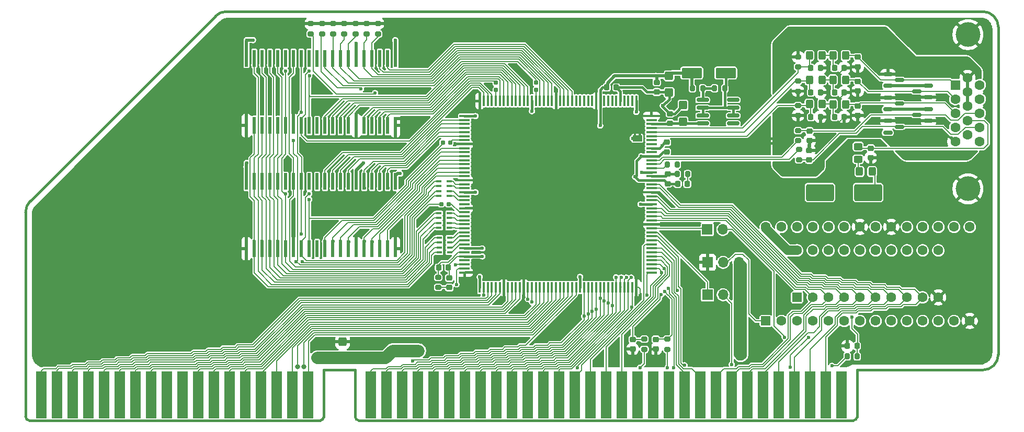
<source format=gtl>
%TF.GenerationSoftware,KiCad,Pcbnew,9.0.0*%
%TF.CreationDate,2025-03-15T00:30:19+03:00*%
%TF.ProjectId,GD542x,47443534-3278-42e6-9b69-6361645f7063,rev?*%
%TF.SameCoordinates,Original*%
%TF.FileFunction,Copper,L1,Top*%
%TF.FilePolarity,Positive*%
%FSLAX46Y46*%
G04 Gerber Fmt 4.6, Leading zero omitted, Abs format (unit mm)*
G04 Created by KiCad (PCBNEW 9.0.0) date 2025-03-15 00:30:19*
%MOMM*%
%LPD*%
G01*
G04 APERTURE LIST*
G04 Aperture macros list*
%AMRoundRect*
0 Rectangle with rounded corners*
0 $1 Rounding radius*
0 $2 $3 $4 $5 $6 $7 $8 $9 X,Y pos of 4 corners*
0 Add a 4 corners polygon primitive as box body*
4,1,4,$2,$3,$4,$5,$6,$7,$8,$9,$2,$3,0*
0 Add four circle primitives for the rounded corners*
1,1,$1+$1,$2,$3*
1,1,$1+$1,$4,$5*
1,1,$1+$1,$6,$7*
1,1,$1+$1,$8,$9*
0 Add four rect primitives between the rounded corners*
20,1,$1+$1,$2,$3,$4,$5,0*
20,1,$1+$1,$4,$5,$6,$7,0*
20,1,$1+$1,$6,$7,$8,$9,0*
20,1,$1+$1,$8,$9,$2,$3,0*%
G04 Aperture macros list end*
%TA.AperFunction,EtchedComponent*%
%ADD10C,0.000000*%
%TD*%
%TA.AperFunction,SMDPad,CuDef*%
%ADD11R,0.508000X2.778000*%
%TD*%
%TA.AperFunction,ComponentPad*%
%ADD12R,1.700000X1.700000*%
%TD*%
%TA.AperFunction,ComponentPad*%
%ADD13O,1.700000X1.700000*%
%TD*%
%TA.AperFunction,SMDPad,CuDef*%
%ADD14RoundRect,0.225000X0.225000X0.250000X-0.225000X0.250000X-0.225000X-0.250000X0.225000X-0.250000X0*%
%TD*%
%TA.AperFunction,SMDPad,CuDef*%
%ADD15RoundRect,0.200000X-0.200000X-0.275000X0.200000X-0.275000X0.200000X0.275000X-0.200000X0.275000X0*%
%TD*%
%TA.AperFunction,SMDPad,CuDef*%
%ADD16RoundRect,0.225000X-0.250000X0.225000X-0.250000X-0.225000X0.250000X-0.225000X0.250000X0.225000X0*%
%TD*%
%TA.AperFunction,SMDPad,CuDef*%
%ADD17RoundRect,0.225000X0.250000X-0.225000X0.250000X0.225000X-0.250000X0.225000X-0.250000X-0.225000X0*%
%TD*%
%TA.AperFunction,SMDPad,CuDef*%
%ADD18RoundRect,0.225000X-0.225000X-0.250000X0.225000X-0.250000X0.225000X0.250000X-0.225000X0.250000X0*%
%TD*%
%TA.AperFunction,SMDPad,CuDef*%
%ADD19RoundRect,0.250000X0.425000X-0.450000X0.425000X0.450000X-0.425000X0.450000X-0.425000X-0.450000X0*%
%TD*%
%TA.AperFunction,ComponentPad*%
%ADD20RoundRect,0.250000X2.000000X1.100000X-2.000000X1.100000X-2.000000X-1.100000X2.000000X-1.100000X0*%
%TD*%
%TA.AperFunction,ComponentPad*%
%ADD21RoundRect,0.250000X-2.000000X-1.100000X2.000000X-1.100000X2.000000X1.100000X-2.000000X1.100000X0*%
%TD*%
%TA.AperFunction,SMDPad,CuDef*%
%ADD22RoundRect,0.250000X-0.325000X-0.450000X0.325000X-0.450000X0.325000X0.450000X-0.325000X0.450000X0*%
%TD*%
%TA.AperFunction,SMDPad,CuDef*%
%ADD23RoundRect,0.250000X-0.450000X0.325000X-0.450000X-0.325000X0.450000X-0.325000X0.450000X0.325000X0*%
%TD*%
%TA.AperFunction,SMDPad,CuDef*%
%ADD24RoundRect,0.160000X-0.160000X0.197500X-0.160000X-0.197500X0.160000X-0.197500X0.160000X0.197500X0*%
%TD*%
%TA.AperFunction,SMDPad,CuDef*%
%ADD25RoundRect,0.200000X-0.275000X0.200000X-0.275000X-0.200000X0.275000X-0.200000X0.275000X0.200000X0*%
%TD*%
%TA.AperFunction,SMDPad,CuDef*%
%ADD26RoundRect,0.200000X0.200000X0.275000X-0.200000X0.275000X-0.200000X-0.275000X0.200000X-0.275000X0*%
%TD*%
%TA.AperFunction,SMDPad,CuDef*%
%ADD27RoundRect,0.200000X0.275000X-0.200000X0.275000X0.200000X-0.275000X0.200000X-0.275000X-0.200000X0*%
%TD*%
%TA.AperFunction,SMDPad,CuDef*%
%ADD28RoundRect,0.150000X-0.825000X-0.150000X0.825000X-0.150000X0.825000X0.150000X-0.825000X0.150000X0*%
%TD*%
%TA.AperFunction,ConnectorPad*%
%ADD29R,1.780000X7.620000*%
%TD*%
%TA.AperFunction,SMDPad,CuDef*%
%ADD30RoundRect,0.250000X-1.400000X-0.600000X1.400000X-0.600000X1.400000X0.600000X-1.400000X0.600000X0*%
%TD*%
%TA.AperFunction,ComponentPad*%
%ADD31C,4.000000*%
%TD*%
%TA.AperFunction,ComponentPad*%
%ADD32R,1.600000X1.600000*%
%TD*%
%TA.AperFunction,ComponentPad*%
%ADD33C,1.600000*%
%TD*%
%TA.AperFunction,SMDPad,CuDef*%
%ADD34RoundRect,0.250000X-0.425000X0.450000X-0.425000X-0.450000X0.425000X-0.450000X0.425000X0.450000X0*%
%TD*%
%TA.AperFunction,SMDPad,CuDef*%
%ADD35R,1.000000X1.500000*%
%TD*%
%TA.AperFunction,SMDPad,CuDef*%
%ADD36R,0.900000X0.400000*%
%TD*%
%TA.AperFunction,SMDPad,CuDef*%
%ADD37RoundRect,0.150000X-0.587500X-0.150000X0.587500X-0.150000X0.587500X0.150000X-0.587500X0.150000X0*%
%TD*%
%TA.AperFunction,ComponentPad*%
%ADD38RoundRect,0.250000X0.550000X-0.550000X0.550000X0.550000X-0.550000X0.550000X-0.550000X-0.550000X0*%
%TD*%
%TA.AperFunction,SMDPad,CuDef*%
%ADD39RoundRect,0.150000X0.587500X0.150000X-0.587500X0.150000X-0.587500X-0.150000X0.587500X-0.150000X0*%
%TD*%
%TA.AperFunction,SMDPad,CuDef*%
%ADD40RoundRect,0.160000X0.197500X0.160000X-0.197500X0.160000X-0.197500X-0.160000X0.197500X-0.160000X0*%
%TD*%
%TA.AperFunction,SMDPad,CuDef*%
%ADD41RoundRect,0.100000X0.100000X-0.775000X0.100000X0.775000X-0.100000X0.775000X-0.100000X-0.775000X0*%
%TD*%
%TA.AperFunction,SMDPad,CuDef*%
%ADD42RoundRect,0.100000X0.775000X-0.100000X0.775000X0.100000X-0.775000X0.100000X-0.775000X-0.100000X0*%
%TD*%
%TA.AperFunction,SMDPad,CuDef*%
%ADD43R,1.500000X1.000000*%
%TD*%
%TA.AperFunction,ViaPad*%
%ADD44C,0.600000*%
%TD*%
%TA.AperFunction,ViaPad*%
%ADD45C,0.800000*%
%TD*%
%TA.AperFunction,Conductor*%
%ADD46C,0.200000*%
%TD*%
%TA.AperFunction,Conductor*%
%ADD47C,1.016000*%
%TD*%
%TA.AperFunction,Conductor*%
%ADD48C,0.250000*%
%TD*%
%TA.AperFunction,Conductor*%
%ADD49C,0.381000*%
%TD*%
%TA.AperFunction,Conductor*%
%ADD50C,0.508000*%
%TD*%
%TA.AperFunction,Conductor*%
%ADD51C,2.032000*%
%TD*%
%TA.AperFunction,Conductor*%
%ADD52C,1.524000*%
%TD*%
%TA.AperFunction,Profile*%
%ADD53C,0.381000*%
%TD*%
G04 APERTURE END LIST*
D10*
%TA.AperFunction,EtchedComponent*%
%TO.C,JP5*%
G36*
X194725000Y-68800000D02*
G01*
X194225000Y-68800000D01*
X194225000Y-68400000D01*
X194725000Y-68400000D01*
X194725000Y-68800000D01*
G37*
%TD.AperFunction*%
%TA.AperFunction,EtchedComponent*%
G36*
X194725000Y-69600000D02*
G01*
X194225000Y-69600000D01*
X194225000Y-69200000D01*
X194725000Y-69200000D01*
X194725000Y-69600000D01*
G37*
%TD.AperFunction*%
%TA.AperFunction,EtchedComponent*%
%TO.C,JP7*%
G36*
X172525000Y-68150000D02*
G01*
X172125000Y-68150000D01*
X172125000Y-67650000D01*
X172525000Y-67650000D01*
X172525000Y-68150000D01*
G37*
%TD.AperFunction*%
%TA.AperFunction,EtchedComponent*%
G36*
X173325000Y-68150000D02*
G01*
X172925000Y-68150000D01*
X172925000Y-67650000D01*
X173325000Y-67650000D01*
X173325000Y-68150000D01*
G37*
%TD.AperFunction*%
%TD*%
D11*
%TO.P,U1,1,VCC*%
%TO.N,VCC*%
X133565000Y-75547000D03*
%TO.P,U1,2,D0*%
%TO.N,/MD8*%
X132295000Y-75547000D03*
%TO.P,U1,3,D1*%
%TO.N,/MD9*%
X131025000Y-75547000D03*
%TO.P,U1,4,D2*%
%TO.N,/MD10*%
X129755000Y-75547000D03*
%TO.P,U1,5,D3*%
%TO.N,/MD11*%
X128485000Y-75547000D03*
%TO.P,U1,6,VCC*%
%TO.N,VCC*%
X127215000Y-75547000D03*
%TO.P,U1,7,D4*%
%TO.N,/MD12*%
X125945000Y-75547000D03*
%TO.P,U1,8,D5*%
%TO.N,/MD13*%
X124675000Y-75547000D03*
%TO.P,U1,9,D6*%
%TO.N,/MD14*%
X123405000Y-75547000D03*
%TO.P,U1,10,D7*%
%TO.N,/MD15*%
X122135000Y-75547000D03*
%TO.P,U1,11,NC*%
%TO.N,unconnected-(U1-NC-Pad11)*%
X120865000Y-75547000D03*
%TO.P,U1,12,NC*%
%TO.N,unconnected-(U1-NC-Pad12)*%
X119595000Y-75547000D03*
%TO.P,U1,13,/WE*%
%TO.N,/~{WE}*%
X118325000Y-75547000D03*
%TO.P,U1,14,/RAS*%
%TO.N,/~{RAS0}*%
X117055000Y-75547000D03*
%TO.P,U1,15,NC*%
%TO.N,unconnected-(U1-NC-Pad15)*%
X115785000Y-75547000D03*
%TO.P,U1,16,A0*%
%TO.N,/MA7*%
X114515000Y-75547000D03*
%TO.P,U1,17,A1*%
%TO.N,/MA5*%
X113245000Y-75547000D03*
%TO.P,U1,18,A2*%
%TO.N,/MA3*%
X111975000Y-75547000D03*
%TO.P,U1,19,A3*%
%TO.N,/MA1*%
X110705000Y-75547000D03*
%TO.P,U1,20,VCC*%
%TO.N,VCC*%
X109435000Y-75547000D03*
%TO.P,U1,21,GND*%
%TO.N,GND*%
X109435000Y-86453000D03*
%TO.P,U1,22,A4*%
%TO.N,/MA0*%
X110705000Y-86453000D03*
%TO.P,U1,23,A5*%
%TO.N,/MA2*%
X111975000Y-86453000D03*
%TO.P,U1,24,A6*%
%TO.N,/MA4*%
X113245000Y-86453000D03*
%TO.P,U1,25,A7*%
%TO.N,/MA6*%
X114515000Y-86453000D03*
%TO.P,U1,26,A8*%
%TO.N,/MA8*%
X115785000Y-86453000D03*
%TO.P,U1,27,/OE*%
%TO.N,GND*%
X117055000Y-86453000D03*
%TO.P,U1,28,/UCAS*%
%TO.N,/~{CAS0}*%
X118325000Y-86453000D03*
%TO.P,U1,29,/LCAS*%
%TO.N,/~{CAS1}*%
X119595000Y-86453000D03*
%TO.P,U1,30,NC*%
%TO.N,unconnected-(U1-NC-Pad30)*%
X120865000Y-86453000D03*
%TO.P,U1,31,D8*%
%TO.N,/MD7*%
X122135000Y-86453000D03*
%TO.P,U1,32,D9*%
%TO.N,/MD6*%
X123405000Y-86453000D03*
%TO.P,U1,33,D10*%
%TO.N,/MD5*%
X124675000Y-86453000D03*
%TO.P,U1,34,D11*%
%TO.N,/MD4*%
X125945000Y-86453000D03*
%TO.P,U1,35,GND*%
%TO.N,GND*%
X127215000Y-86453000D03*
%TO.P,U1,36,D12*%
%TO.N,/MD3*%
X128485000Y-86453000D03*
%TO.P,U1,37,D13*%
%TO.N,/MD2*%
X129755000Y-86453000D03*
%TO.P,U1,38,D14*%
%TO.N,/MD1*%
X131025000Y-86453000D03*
%TO.P,U1,39,D15*%
%TO.N,/MD0*%
X132295000Y-86453000D03*
%TO.P,U1,40,GND*%
%TO.N,GND*%
X133565000Y-86453000D03*
%TD*%
%TO.P,U2,1,VCC*%
%TO.N,VCC*%
X133565000Y-55594000D03*
%TO.P,U2,2,D0*%
%TO.N,/MD31*%
X132295000Y-55594000D03*
%TO.P,U2,3,D1*%
%TO.N,/MD30*%
X131025000Y-55594000D03*
%TO.P,U2,4,D2*%
%TO.N,/MD29*%
X129755000Y-55594000D03*
%TO.P,U2,5,D3*%
%TO.N,/MD28*%
X128485000Y-55594000D03*
%TO.P,U2,6,VCC*%
%TO.N,VCC*%
X127215000Y-55594000D03*
%TO.P,U2,7,D4*%
%TO.N,/MD27*%
X125945000Y-55594000D03*
%TO.P,U2,8,D5*%
%TO.N,/MD26*%
X124675000Y-55594000D03*
%TO.P,U2,9,D6*%
%TO.N,/MD25*%
X123405000Y-55594000D03*
%TO.P,U2,10,D7*%
%TO.N,/MD24*%
X122135000Y-55594000D03*
%TO.P,U2,11,NC*%
%TO.N,unconnected-(U2-NC-Pad11)*%
X120865000Y-55594000D03*
%TO.P,U2,12,NC*%
%TO.N,unconnected-(U2-NC-Pad12)*%
X119595000Y-55594000D03*
%TO.P,U2,13,/WE*%
%TO.N,/~{WE}*%
X118325000Y-55594000D03*
%TO.P,U2,14,/RAS*%
%TO.N,/~{RAS0}*%
X117055000Y-55594000D03*
%TO.P,U2,15,NC*%
%TO.N,unconnected-(U2-NC-Pad15)*%
X115785000Y-55594000D03*
%TO.P,U2,16,A0*%
%TO.N,/MA7*%
X114515000Y-55594000D03*
%TO.P,U2,17,A1*%
%TO.N,/MA5*%
X113245000Y-55594000D03*
%TO.P,U2,18,A2*%
%TO.N,/MA3*%
X111975000Y-55594000D03*
%TO.P,U2,19,A3*%
%TO.N,/MA1*%
X110705000Y-55594000D03*
%TO.P,U2,20,VCC*%
%TO.N,VCC*%
X109435000Y-55594000D03*
%TO.P,U2,21,GND*%
%TO.N,GND*%
X109435000Y-66500000D03*
%TO.P,U2,22,A4*%
%TO.N,/MA0*%
X110705000Y-66500000D03*
%TO.P,U2,23,A5*%
%TO.N,/MA2*%
X111975000Y-66500000D03*
%TO.P,U2,24,A6*%
%TO.N,/MA4*%
X113245000Y-66500000D03*
%TO.P,U2,25,A7*%
%TO.N,/MA6*%
X114515000Y-66500000D03*
%TO.P,U2,26,A8*%
%TO.N,/MA8*%
X115785000Y-66500000D03*
%TO.P,U2,27,/OE*%
%TO.N,GND*%
X117055000Y-66500000D03*
%TO.P,U2,28,/UCAS*%
%TO.N,/~{CAS2}*%
X118325000Y-66500000D03*
%TO.P,U2,29,/LCAS*%
%TO.N,/~{CAS3}*%
X119595000Y-66500000D03*
%TO.P,U2,30,NC*%
%TO.N,unconnected-(U2-NC-Pad30)*%
X120865000Y-66500000D03*
%TO.P,U2,31,D8*%
%TO.N,/MD23*%
X122135000Y-66500000D03*
%TO.P,U2,32,D9*%
%TO.N,/MD22*%
X123405000Y-66500000D03*
%TO.P,U2,33,D10*%
%TO.N,/MD21*%
X124675000Y-66500000D03*
%TO.P,U2,34,D11*%
%TO.N,/MD20*%
X125945000Y-66500000D03*
%TO.P,U2,35,GND*%
%TO.N,GND*%
X127215000Y-66500000D03*
%TO.P,U2,36,D12*%
%TO.N,/MD19*%
X128485000Y-66500000D03*
%TO.P,U2,37,D13*%
%TO.N,/MD18*%
X129755000Y-66500000D03*
%TO.P,U2,38,D14*%
%TO.N,/MD17*%
X131025000Y-66500000D03*
%TO.P,U2,39,D15*%
%TO.N,/MD16*%
X132295000Y-66500000D03*
%TO.P,U2,40,GND*%
%TO.N,GND*%
X133565000Y-66500000D03*
%TD*%
D12*
%TO.P,JP2,1,1*%
%TO.N,/0WS*%
X184075000Y-93925000D03*
D13*
%TO.P,JP2,2,2*%
%TO.N,Net-(J1-UNUSED)*%
X186615000Y-93925000D03*
%TD*%
D14*
%TO.P,C30,1*%
%TO.N,Net-(U3-RESET)*%
X208275000Y-102225000D03*
%TO.P,C30,2*%
%TO.N,GND*%
X206725000Y-102225000D03*
%TD*%
D15*
%TO.P,R25,1*%
%TO.N,/RESET*%
X206675000Y-103925000D03*
%TO.P,R25,2*%
%TO.N,Net-(U3-RESET)*%
X208325000Y-103925000D03*
%TD*%
D16*
%TO.P,C14,1*%
%TO.N,DACVDD*%
X177475000Y-69200000D03*
%TO.P,C14,2*%
%TO.N,DACVSS*%
X177475000Y-70750000D03*
%TD*%
D14*
%TO.P,C8,1*%
%TO.N,DACVDD*%
X169300000Y-60325000D03*
%TO.P,C8,2*%
%TO.N,DACVSS*%
X167750000Y-60325000D03*
%TD*%
D17*
%TO.P,C10,1*%
%TO.N,DACVDD*%
X175850000Y-61050000D03*
%TO.P,C10,2*%
%TO.N,DACVSS*%
X175850000Y-59500000D03*
%TD*%
D18*
%TO.P,C6,1*%
%TO.N,MFILTER*%
X140576000Y-89535000D03*
%TO.P,C6,2*%
%TO.N,DACVSS*%
X142126000Y-89535000D03*
%TD*%
D16*
%TO.P,C12,1*%
%TO.N,VFILTER*%
X177625000Y-74375000D03*
%TO.P,C12,2*%
%TO.N,DACVSS*%
X177625000Y-75925000D03*
%TD*%
D17*
%TO.P,C25,1*%
%TO.N,Net-(C25-Pad1)*%
X200550000Y-72050000D03*
%TO.P,C25,2*%
%TO.N,GNDA*%
X200550000Y-70500000D03*
%TD*%
D16*
%TO.P,C13,1*%
%TO.N,DACVDD*%
X178000000Y-64575000D03*
%TO.P,C13,2*%
%TO.N,IREF*%
X178000000Y-66125000D03*
%TD*%
D19*
%TO.P,C9,1*%
%TO.N,DACVDD*%
X177850000Y-61150000D03*
%TO.P,C9,2*%
%TO.N,DACVSS*%
X177850000Y-58450000D03*
%TD*%
D16*
%TO.P,C28,1*%
%TO.N,Net-(C28-Pad1)*%
X210500000Y-70150000D03*
%TO.P,C28,2*%
%TO.N,GND*%
X210500000Y-71700000D03*
%TD*%
D20*
%TO.P,D2,1,K*%
%TO.N,Net-(D2-K)*%
X210075000Y-77350000D03*
D21*
%TO.P,D2,2,A*%
%TO.N,VCC*%
X202275000Y-77350000D03*
%TD*%
D22*
%TO.P,F1,1*%
%TO.N,Net-(F1-Pad1)*%
X208675000Y-73950000D03*
%TO.P,F1,2*%
%TO.N,Net-(D2-K)*%
X210725000Y-73950000D03*
%TD*%
D23*
%TO.P,FB1,1*%
%TO.N,Net-(C28-Pad1)*%
X208450000Y-69900000D03*
%TO.P,FB1,2*%
%TO.N,Net-(F1-Pad1)*%
X208450000Y-71950000D03*
%TD*%
D24*
%TO.P,R6,1*%
%TO.N,/~{CAS3}*%
X156300000Y-59552500D03*
%TO.P,R6,2*%
%TO.N,Net-(U3-~{WE3})*%
X156300000Y-60747500D03*
%TD*%
D25*
%TO.P,R12,1*%
%TO.N,MFILTER*%
X140462000Y-91085000D03*
%TO.P,R12,2*%
%TO.N,Net-(C7-Pad1)*%
X140462000Y-92735000D03*
%TD*%
D15*
%TO.P,R15,1*%
%TO.N,VFILTER*%
X179200000Y-74375000D03*
%TO.P,R15,2*%
%TO.N,Net-(C15-Pad1)*%
X180850000Y-74375000D03*
%TD*%
%TO.P,R14,1*%
%TO.N,DACVSS*%
X181650000Y-60475000D03*
%TO.P,R14,2*%
%TO.N,Net-(R13-Pad2)*%
X183300000Y-60475000D03*
%TD*%
D26*
%TO.P,R13,1*%
%TO.N,Net-(D1-A)*%
X186875000Y-60475000D03*
%TO.P,R13,2*%
%TO.N,Net-(R13-Pad2)*%
X185225000Y-60475000D03*
%TD*%
D25*
%TO.P,R22,1*%
%TO.N,Net-(C27-Pad1)*%
X198750000Y-67300000D03*
%TO.P,R22,2*%
%TO.N,HSYNC*%
X198750000Y-68950000D03*
%TD*%
D27*
%TO.P,R24,1*%
%TO.N,Net-(C25-Pad1)*%
X198875000Y-72050000D03*
%TO.P,R24,2*%
%TO.N,VSYNC*%
X198875000Y-70400000D03*
%TD*%
D28*
%TO.P,U4,1*%
%TO.N,Net-(R13-Pad2)*%
X183300000Y-62345000D03*
%TO.P,U4,2*%
%TO.N,Net-(D1-A)*%
X183300000Y-63615000D03*
%TO.P,U4,3*%
X183300000Y-64885000D03*
%TO.P,U4,4*%
%TO.N,IREF*%
X183300000Y-66155000D03*
%TO.P,U4,5*%
%TO.N,N/C*%
X188250000Y-66155000D03*
%TO.P,U4,6*%
%TO.N,Net-(D1-A)*%
X188250000Y-64885000D03*
%TO.P,U4,7*%
X188250000Y-63615000D03*
%TO.P,U4,8*%
%TO.N,N/C*%
X188250000Y-62345000D03*
%TD*%
D24*
%TO.P,R5,1*%
%TO.N,/~{CAS2}*%
X149800000Y-59552500D03*
%TO.P,R5,2*%
%TO.N,Net-(U3-~{WE2})*%
X149800000Y-60747500D03*
%TD*%
D17*
%TO.P,C7,1*%
%TO.N,Net-(C7-Pad1)*%
X142290000Y-92745000D03*
%TO.P,C7,2*%
%TO.N,DACVSS*%
X142290000Y-91195000D03*
%TD*%
D14*
%TO.P,C15,1*%
%TO.N,Net-(C15-Pad1)*%
X180800000Y-75925000D03*
%TO.P,C15,2*%
%TO.N,DACVSS*%
X179250000Y-75925000D03*
%TD*%
D19*
%TO.P,C5,1*%
%TO.N,VCC*%
X125000000Y-104250000D03*
%TO.P,C5,2*%
%TO.N,GND*%
X125000000Y-101550000D03*
%TD*%
D29*
%TO.P,J1,32,IO*%
%TO.N,unconnected-(J1-IO-Pad32)*%
X205765900Y-110177580D03*
%TO.P,J1,33,DB7*%
%TO.N,/SD7*%
X203225900Y-110177580D03*
%TO.P,J1,34,DB6*%
%TO.N,/SD6*%
X200685900Y-110177580D03*
%TO.P,J1,35,DB5*%
%TO.N,/SD5*%
X198145900Y-110177580D03*
%TO.P,J1,36,DB4*%
%TO.N,/SD4*%
X195605900Y-110177580D03*
%TO.P,J1,37,DB3*%
%TO.N,/SD3*%
X193065900Y-110177580D03*
%TO.P,J1,38,DB2*%
%TO.N,/SD2*%
X190525900Y-110177580D03*
%TO.P,J1,39,DB1*%
%TO.N,/SD1*%
X187985900Y-110177580D03*
%TO.P,J1,40,DB0*%
%TO.N,/SD0*%
X185445900Y-110177580D03*
%TO.P,J1,41,IO_READY*%
%TO.N,/IOCHRDY*%
X182905900Y-110177580D03*
%TO.P,J1,42,AEN*%
%TO.N,/AEN*%
X180365900Y-110177580D03*
%TO.P,J1,43,BA19*%
%TO.N,unconnected-(J1-BA19-Pad43)*%
X177825900Y-110177580D03*
%TO.P,J1,44,BA18*%
%TO.N,unconnected-(J1-BA18-Pad44)*%
X175285900Y-110177580D03*
%TO.P,J1,45,BA17*%
%TO.N,unconnected-(J1-BA17-Pad45)*%
X172745900Y-110177580D03*
%TO.P,J1,46,BA16*%
%TO.N,/SA16*%
X170205900Y-110177580D03*
%TO.P,J1,47,BA15*%
%TO.N,/SA15*%
X167665900Y-110177580D03*
%TO.P,J1,48,BA14*%
%TO.N,/SA14*%
X165125900Y-110177580D03*
%TO.P,J1,49,BA13*%
%TO.N,/SA13*%
X162585900Y-110177580D03*
%TO.P,J1,50,BA12*%
%TO.N,/SA12*%
X160045900Y-110177580D03*
%TO.P,J1,51,BA11*%
%TO.N,/SA11*%
X157505900Y-110177580D03*
%TO.P,J1,52,BA10*%
%TO.N,/SA10*%
X154965900Y-110177580D03*
%TO.P,J1,53,BA09*%
%TO.N,/SA9*%
X152425900Y-110177580D03*
%TO.P,J1,54,BA08*%
%TO.N,/SA8*%
X149885900Y-110177580D03*
%TO.P,J1,55,BA07*%
%TO.N,/SA7*%
X147345900Y-110177580D03*
%TO.P,J1,56,BA06*%
%TO.N,/SA6*%
X144805900Y-110177580D03*
%TO.P,J1,57,BA05*%
%TO.N,/SA5*%
X142265900Y-110177580D03*
%TO.P,J1,58,BA04*%
%TO.N,/SA4*%
X139725900Y-110177580D03*
%TO.P,J1,59,BA03*%
%TO.N,/SA3*%
X137185900Y-110177580D03*
%TO.P,J1,60,BA02*%
%TO.N,/SA2*%
X134645900Y-110177580D03*
%TO.P,J1,61,BA01*%
%TO.N,/SA1*%
X132105900Y-110177580D03*
%TO.P,J1,62,BA00*%
%TO.N,/SA0*%
X129565900Y-110177580D03*
%TO.P,J1,81,SBHE*%
%TO.N,/~{SBHE}*%
X119405900Y-110177580D03*
%TO.P,J1,82,LA23*%
%TO.N,/LA23*%
X116865900Y-110177580D03*
%TO.P,J1,83,LA22*%
%TO.N,/LA22*%
X114325900Y-110177580D03*
%TO.P,J1,84,LA21*%
%TO.N,/LA21*%
X111785900Y-110177580D03*
%TO.P,J1,85,LA20*%
%TO.N,/LA20*%
X109245900Y-110177580D03*
%TO.P,J1,86,LA19*%
%TO.N,/LA19*%
X106705900Y-110177580D03*
%TO.P,J1,87,LA18*%
%TO.N,/LA18*%
X104165900Y-110177580D03*
%TO.P,J1,88,LA17*%
%TO.N,/LA17*%
X101625900Y-110177580D03*
%TO.P,J1,89,~{MEMR}*%
%TO.N,unconnected-(J1-~{MEMR}-Pad89)*%
X99085900Y-110177580D03*
%TO.P,J1,90,~{MEMW}*%
%TO.N,unconnected-(J1-~{MEMW}-Pad90)*%
X96545900Y-110177580D03*
%TO.P,J1,91,D8*%
%TO.N,/SD8*%
X94005900Y-110177580D03*
%TO.P,J1,92,D9*%
%TO.N,/SD9*%
X91465900Y-110177580D03*
%TO.P,J1,93,D10*%
%TO.N,/SD10*%
X88925900Y-110177580D03*
%TO.P,J1,94,D11*%
%TO.N,/SD11*%
X86385900Y-110177580D03*
%TO.P,J1,95,D12*%
%TO.N,/SD12*%
X83845900Y-110177580D03*
%TO.P,J1,96,D13*%
%TO.N,/SD13*%
X81305900Y-110177580D03*
%TO.P,J1,97,D14*%
%TO.N,/SD14*%
X78765900Y-110177580D03*
%TO.P,J1,98,D15*%
%TO.N,/SD15*%
X76225900Y-110177580D03*
%TD*%
D12*
%TO.P,JP1,1,A*%
%TO.N,GND*%
X184075000Y-88675000D03*
D13*
%TO.P,JP1,2,C*%
%TO.N,Net-(JP1-C)*%
X186615000Y-88675000D03*
%TO.P,JP1,3,B*%
%TO.N,VCC*%
X189155000Y-88675000D03*
%TD*%
D22*
%TO.P,L6,1,1*%
%TO.N,Net-(C18-Pad1)*%
X204397980Y-59071256D03*
%TO.P,L6,2,2*%
%TO.N,Net-(C23-Pad1)*%
X206447980Y-59071256D03*
%TD*%
%TO.P,L5,1,1*%
%TO.N,RED*%
X200561420Y-55140860D03*
%TO.P,L5,2,2*%
%TO.N,Net-(C20-Pad1)*%
X202611420Y-55140860D03*
%TD*%
%TO.P,L4,1,1*%
%TO.N,GREEN*%
X200561420Y-59070240D03*
%TO.P,L4,2,2*%
%TO.N,Net-(C18-Pad1)*%
X202611420Y-59070240D03*
%TD*%
%TO.P,L3,1,1*%
%TO.N,BLUE*%
X200561420Y-63032640D03*
%TO.P,L3,2,2*%
%TO.N,Net-(C29-Pad1)*%
X202611420Y-63032640D03*
%TD*%
%TO.P,L2,1,1*%
%TO.N,Net-(C29-Pad1)*%
X204397980Y-63037720D03*
%TO.P,L2,2,2*%
%TO.N,Net-(C26-Pad1)*%
X206447980Y-63037720D03*
%TD*%
%TO.P,L1,1,1*%
%TO.N,Net-(C20-Pad1)*%
X204397980Y-55140860D03*
%TO.P,L1,2,2*%
%TO.N,Net-(C22-Pad1)*%
X206447980Y-55140860D03*
%TD*%
D25*
%TO.P,R23,1*%
%TO.N,BLUE*%
X198714840Y-63232420D03*
%TO.P,R23,2*%
%TO.N,GNDA*%
X198714840Y-64882420D03*
%TD*%
D27*
%TO.P,R19,1*%
%TO.N,RED*%
X198714840Y-56990640D03*
%TO.P,R19,2*%
%TO.N,GNDA*%
X198714840Y-55340640D03*
%TD*%
D25*
%TO.P,R20,1*%
%TO.N,GREEN*%
X198714840Y-59270020D03*
%TO.P,R20,2*%
%TO.N,GNDA*%
X198714840Y-60920020D03*
%TD*%
D18*
%TO.P,C18,1*%
%TO.N,Net-(C18-Pad1)*%
X204647980Y-61112400D03*
%TO.P,C18,2*%
%TO.N,GNDA*%
X206197980Y-61112400D03*
%TD*%
%TO.P,C19,1*%
%TO.N,GREEN*%
X200811200Y-61117480D03*
%TO.P,C19,2*%
%TO.N,GNDA*%
X202361200Y-61117480D03*
%TD*%
%TO.P,C20,1*%
%TO.N,Net-(C20-Pad1)*%
X204647600Y-57162700D03*
%TO.P,C20,2*%
%TO.N,GNDA*%
X206197600Y-57162700D03*
%TD*%
%TO.P,C29,1*%
%TO.N,Net-(C29-Pad1)*%
X204647980Y-65095120D03*
%TO.P,C29,2*%
%TO.N,GNDA*%
X206197980Y-65095120D03*
%TD*%
%TO.P,C21,1*%
%TO.N,RED*%
X200804580Y-57152540D03*
%TO.P,C21,2*%
%TO.N,GNDA*%
X202354580Y-57152540D03*
%TD*%
%TO.P,C24,1*%
%TO.N,BLUE*%
X200811420Y-65090040D03*
%TO.P,C24,2*%
%TO.N,GNDA*%
X202361420Y-65090040D03*
%TD*%
D16*
%TO.P,C23,1*%
%TO.N,Net-(C23-Pad1)*%
X208394780Y-59321400D03*
%TO.P,C23,2*%
%TO.N,GNDA*%
X208394780Y-60871400D03*
%TD*%
%TO.P,C22,1*%
%TO.N,Net-(C22-Pad1)*%
X208392240Y-55393400D03*
%TO.P,C22,2*%
%TO.N,GNDA*%
X208392240Y-56943400D03*
%TD*%
%TO.P,C26,1*%
%TO.N,Net-(C26-Pad1)*%
X208394780Y-63290260D03*
%TO.P,C26,2*%
%TO.N,GNDA*%
X208394780Y-64840260D03*
%TD*%
D30*
%TO.P,D1,1,K*%
%TO.N,DACVSS*%
X181525000Y-57975000D03*
%TO.P,D1,2,A*%
%TO.N,Net-(D1-A)*%
X187025000Y-57975000D03*
%TD*%
D31*
%TO.P,J2,0*%
%TO.N,GND*%
X226240000Y-76750000D03*
X226240000Y-51750000D03*
D32*
%TO.P,J2,1*%
%TO.N,Net-(C22-Pad1)*%
X224190000Y-59935000D03*
D33*
%TO.P,J2,2*%
%TO.N,Net-(C23-Pad1)*%
X224190000Y-62225000D03*
%TO.P,J2,3*%
%TO.N,Net-(C26-Pad1)*%
X224190000Y-64515000D03*
%TO.P,J2,4*%
%TO.N,unconnected-(J2-Pad4)*%
X224190000Y-66805000D03*
%TO.P,J2,5*%
%TO.N,GNDA*%
X224190000Y-69095000D03*
%TO.P,J2,6*%
X226170000Y-58790000D03*
%TO.P,J2,7*%
X226170000Y-61080000D03*
%TO.P,J2,8*%
X226170000Y-63370000D03*
%TO.P,J2,9*%
%TO.N,Net-(C28-Pad1)*%
X226170000Y-65660000D03*
%TO.P,J2,10*%
%TO.N,GNDA*%
X226170000Y-67950000D03*
%TO.P,J2,11*%
%TO.N,unconnected-(J2-Pad11)*%
X228150000Y-59935000D03*
%TO.P,J2,12*%
%TO.N,unconnected-(J2-Pad12)*%
X228150000Y-62225000D03*
%TO.P,J2,13*%
%TO.N,Net-(C27-Pad1)*%
X228150000Y-64515000D03*
%TO.P,J2,14*%
%TO.N,Net-(C25-Pad1)*%
X228150000Y-66805000D03*
%TO.P,J2,15*%
%TO.N,unconnected-(J2-Pad15)*%
X228150000Y-69095000D03*
%TD*%
D34*
%TO.P,C11,1*%
%TO.N,DACVDD*%
X180125000Y-63200000D03*
%TO.P,C11,2*%
%TO.N,IREF*%
X180125000Y-65900000D03*
%TD*%
D16*
%TO.P,C27,1*%
%TO.N,Net-(C27-Pad1)*%
X200600000Y-67400000D03*
%TO.P,C27,2*%
%TO.N,GNDA*%
X200600000Y-68950000D03*
%TD*%
D35*
%TO.P,JP5,1,A*%
%TO.N,GNDA*%
X195125000Y-69000000D03*
%TO.P,JP5,2,B*%
%TO.N,GND*%
X193825000Y-69000000D03*
%TD*%
D36*
%TO.P,RN1,1,R1.1*%
%TO.N,Net-(RN1-R1.1)*%
X142289000Y-83058000D03*
%TO.P,RN1,2,R2.1*%
%TO.N,Net-(RN1-R2.1)*%
X142289000Y-82258000D03*
%TO.P,RN1,3,R3.1*%
%TO.N,Net-(RN1-R3.1)*%
X142289000Y-81458000D03*
%TO.P,RN1,4,R4.1*%
%TO.N,Net-(RN1-R4.1)*%
X142289000Y-80658000D03*
%TO.P,RN1,5,R4.2*%
%TO.N,/MA7*%
X140589000Y-80658000D03*
%TO.P,RN1,6,R3.2*%
%TO.N,/MA6*%
X140589000Y-81458000D03*
%TO.P,RN1,7,R2.2*%
%TO.N,/MA5*%
X140589000Y-82258000D03*
%TO.P,RN1,8,R1.2*%
%TO.N,/MA4*%
X140589000Y-83058000D03*
%TD*%
D37*
%TO.P,D6,1,K*%
%TO.N,GNDA*%
X213260700Y-65736300D03*
%TO.P,D6,2,A*%
%TO.N,VCC*%
X213260700Y-67636300D03*
%TO.P,D6,3,K*%
%TO.N,Net-(C25-Pad1)*%
X215135700Y-66686300D03*
%TD*%
D25*
%TO.P,R104,1*%
%TO.N,GND*%
X125285500Y-49975000D03*
%TO.P,R104,2*%
%TO.N,/MD26*%
X125285500Y-51625000D03*
%TD*%
D36*
%TO.P,RN3,1,R1.1*%
%TO.N,Net-(RN3-R1.1)*%
X142290800Y-77927200D03*
%TO.P,RN3,2,R2.1*%
%TO.N,Net-(RN3-R2.1)*%
X142290800Y-77127200D03*
%TO.P,RN3,3,R3.1*%
%TO.N,Net-(RN3-R3.1)*%
X142290800Y-76327200D03*
%TO.P,RN3,4,R4.1*%
%TO.N,Net-(RN3-R4.1)*%
X142290800Y-75527200D03*
%TO.P,RN3,5,R4.2*%
%TO.N,/~{CAS0}*%
X140590800Y-75527200D03*
%TO.P,RN3,6,R3.2*%
%TO.N,/~{WE}*%
X140590800Y-76327200D03*
%TO.P,RN3,7,R2.2*%
%TO.N,/~{RAS1}*%
X140590800Y-77127200D03*
%TO.P,RN3,8,R1.2*%
%TO.N,/~{RAS0}*%
X140590800Y-77927200D03*
%TD*%
D17*
%TO.P,C17,1*%
%TO.N,GND*%
X171958000Y-102705000D03*
%TO.P,C17,2*%
%TO.N,Net-(U3-~{IOR})*%
X171958000Y-101155000D03*
%TD*%
D38*
%TO.P,U9,1,G1*%
%TO.N,Net-(JP3-C)*%
X198580000Y-94345000D03*
D33*
%TO.P,U9,2,A0*%
%TO.N,/SD0*%
X201120000Y-94345000D03*
%TO.P,U9,3,A1*%
%TO.N,/SD1*%
X203660000Y-94345000D03*
%TO.P,U9,4,A2*%
%TO.N,/SD2*%
X206200000Y-94345000D03*
%TO.P,U9,5,A3*%
%TO.N,/SD3*%
X208740000Y-94345000D03*
%TO.P,U9,6,A4*%
%TO.N,/SD4*%
X211280000Y-94345000D03*
%TO.P,U9,7,A5*%
%TO.N,/SD5*%
X213820000Y-94345000D03*
%TO.P,U9,8,A6*%
%TO.N,/SD6*%
X216360000Y-94345000D03*
%TO.P,U9,9,A7*%
%TO.N,/SD7*%
X218900000Y-94345000D03*
%TO.P,U9,10,GND*%
%TO.N,GND*%
X221440000Y-94345000D03*
%TO.P,U9,11,Y7*%
%TO.N,Net-(U6-D7)*%
X221440000Y-86725000D03*
%TO.P,U9,12,Y6*%
%TO.N,Net-(U6-D6)*%
X218900000Y-86725000D03*
%TO.P,U9,13,Y5*%
%TO.N,Net-(U6-D5)*%
X216360000Y-86725000D03*
%TO.P,U9,14,Y4*%
%TO.N,Net-(U6-D4)*%
X213820000Y-86725000D03*
%TO.P,U9,15,Y3*%
%TO.N,Net-(U6-D3)*%
X211280000Y-86725000D03*
%TO.P,U9,16,Y2*%
%TO.N,Net-(U6-D2)*%
X208740000Y-86725000D03*
%TO.P,U9,17,Y1*%
%TO.N,Net-(U6-D1)*%
X206200000Y-86725000D03*
%TO.P,U9,18,Y0*%
%TO.N,Net-(U6-D0)*%
X203660000Y-86725000D03*
%TO.P,U9,19,G2*%
%TO.N,/~{EROM}*%
X201120000Y-86725000D03*
%TO.P,U9,20,VCC*%
%TO.N,VCC*%
X198580000Y-86725000D03*
%TD*%
D17*
%TO.P,C16,1*%
%TO.N,GND*%
X175717200Y-102705000D03*
%TO.P,C16,2*%
%TO.N,/~{MEMRC}*%
X175717200Y-101155000D03*
%TD*%
D27*
%TO.P,R17,1*%
%TO.N,/~{MEMR}*%
X177596800Y-102755000D03*
%TO.P,R17,2*%
%TO.N,/~{MEMRC}*%
X177596800Y-101105000D03*
%TD*%
D25*
%TO.P,R105,1*%
%TO.N,GND*%
X127101600Y-49975000D03*
%TO.P,R105,2*%
%TO.N,/MD27*%
X127101600Y-51625000D03*
%TD*%
D39*
%TO.P,D4,1,K*%
%TO.N,GNDA*%
X219860100Y-61924100D03*
%TO.P,D4,2,A*%
%TO.N,VCC*%
X219860100Y-60024100D03*
%TO.P,D4,3,K*%
%TO.N,Net-(C23-Pad1)*%
X217985100Y-60974100D03*
%TD*%
D25*
%TO.P,R101,1*%
%TO.N,GND*%
X119837200Y-49975000D03*
%TO.P,R101,2*%
%TO.N,/MD17*%
X119837200Y-51625000D03*
%TD*%
D37*
%TO.P,D5,1,K*%
%TO.N,GNDA*%
X213263000Y-61965800D03*
%TO.P,D5,2,A*%
%TO.N,VCC*%
X213263000Y-63865800D03*
%TO.P,D5,3,K*%
%TO.N,Net-(C26-Pad1)*%
X215138000Y-62915800D03*
%TD*%
D25*
%TO.P,R18,1*%
%TO.N,Net-(U3-~{IOR})*%
X173837600Y-101105000D03*
%TO.P,R18,2*%
%TO.N,/~{IOR}*%
X173837600Y-102755000D03*
%TD*%
%TO.P,R106,1*%
%TO.N,GND*%
X128917700Y-49975000D03*
%TO.P,R106,2*%
%TO.N,/MD28*%
X128917700Y-51625000D03*
%TD*%
D39*
%TO.P,D7,1,K*%
%TO.N,GNDA*%
X219862400Y-65735200D03*
%TO.P,D7,2,A*%
%TO.N,VCC*%
X219862400Y-63835200D03*
%TO.P,D7,3,K*%
%TO.N,Net-(C27-Pad1)*%
X217987400Y-64785200D03*
%TD*%
D36*
%TO.P,RN2,1,R1.1*%
%TO.N,Net-(RN2-R1.1)*%
X142328000Y-87052000D03*
%TO.P,RN2,2,R2.1*%
%TO.N,Net-(RN2-R2.1)*%
X142328000Y-86252000D03*
%TO.P,RN2,3,R3.1*%
%TO.N,Net-(RN2-R3.1)*%
X142328000Y-85452000D03*
%TO.P,RN2,4,R4.1*%
%TO.N,Net-(RN2-R4.1)*%
X142328000Y-84652000D03*
%TO.P,RN2,5,R4.2*%
%TO.N,/MA3*%
X140628000Y-84652000D03*
%TO.P,RN2,6,R3.2*%
%TO.N,/MA2*%
X140628000Y-85452000D03*
%TO.P,RN2,7,R2.2*%
%TO.N,/MA1*%
X140628000Y-86252000D03*
%TO.P,RN2,8,R1.2*%
%TO.N,/MA0*%
X140628000Y-87052000D03*
%TD*%
D40*
%TO.P,R21,1*%
%TO.N,Net-(U3-MA8)*%
X142151700Y-79248000D03*
%TO.P,R21,2*%
%TO.N,/MA8*%
X140956700Y-79248000D03*
%TD*%
D41*
%TO.P,U3,1,VDD1*%
%TO.N,VCC*%
X147200000Y-92750000D03*
%TO.P,U3,2,~{EROM}*%
%TO.N,/~{EROM}*%
X147850000Y-92750000D03*
%TO.P,U3,3,SD15*%
%TO.N,/SD15*%
X148500000Y-92750000D03*
%TO.P,U3,4,SD14*%
%TO.N,/SD14*%
X149150000Y-92750000D03*
%TO.P,U3,5,SD13*%
%TO.N,/SD13*%
X149800000Y-92750000D03*
%TO.P,U3,6,SD12*%
%TO.N,/SD12*%
X150450000Y-92750000D03*
%TO.P,U3,7,VSS1*%
%TO.N,GND*%
X151100000Y-92750000D03*
%TO.P,U3,8,SD11*%
%TO.N,/SD11*%
X151750000Y-92750000D03*
%TO.P,U3,9,SD10*%
%TO.N,/SD10*%
X152400000Y-92750000D03*
%TO.P,U3,10,SD9*%
%TO.N,/SD9*%
X153050000Y-92750000D03*
%TO.P,U3,11,SD8*%
%TO.N,/SD8*%
X153700000Y-92750000D03*
%TO.P,U3,12,VSS2*%
%TO.N,GND*%
X154350000Y-92750000D03*
%TO.P,U3,13,~{MEMW}*%
%TO.N,/~{MEMW}*%
X155000000Y-92750000D03*
%TO.P,U3,14,~{MEMR}*%
%TO.N,/~{MEMRC}*%
X155650000Y-92750000D03*
%TO.P,U3,15,LA17*%
%TO.N,/LA17*%
X156300000Y-92750000D03*
%TO.P,U3,16,LA18*%
%TO.N,/LA18*%
X156950000Y-92750000D03*
%TO.P,U3,17,LA19*%
%TO.N,/LA19*%
X157600000Y-92750000D03*
%TO.P,U3,18,LA20*%
%TO.N,/LA20*%
X158250000Y-92750000D03*
%TO.P,U3,19,LA21*%
%TO.N,/LA21*%
X158900000Y-92750000D03*
%TO.P,U3,20,LA22*%
%TO.N,/LA22*%
X159550000Y-92750000D03*
%TO.P,U3,21,LA23*%
%TO.N,/LA23*%
X160200000Y-92750000D03*
%TO.P,U3,22,~{IOCS16}*%
%TO.N,/~{IOCS16}*%
X160850000Y-92750000D03*
%TO.P,U3,23,~{MCS16}*%
%TO.N,/~{MCS16}*%
X161500000Y-92750000D03*
%TO.P,U3,24,~{SBHHE}*%
%TO.N,/~{SBHE}*%
X162150000Y-92750000D03*
%TO.P,U3,25,BALE*%
%TO.N,/BALE*%
X162800000Y-92750000D03*
%TO.P,U3,26,VDD2*%
%TO.N,VCC*%
X163450000Y-92750000D03*
%TO.P,U3,27,SA0*%
%TO.N,/SA0*%
X164100000Y-92750000D03*
%TO.P,U3,28,SA1*%
%TO.N,/SA1*%
X164750000Y-92750000D03*
%TO.P,U3,29,SA2*%
%TO.N,/SA2*%
X165400000Y-92750000D03*
%TO.P,U3,30,SA3*%
%TO.N,/SA3*%
X166050000Y-92750000D03*
%TO.P,U3,31,SA4*%
%TO.N,/SA4*%
X166700000Y-92750000D03*
%TO.P,U3,32,SA5*%
%TO.N,/SA5*%
X167350000Y-92750000D03*
%TO.P,U3,33,SA6*%
%TO.N,/SA6*%
X168000000Y-92750000D03*
%TO.P,U3,34,SA7*%
%TO.N,/SA7*%
X168650000Y-92750000D03*
%TO.P,U3,35,SA8*%
%TO.N,/SA8*%
X169300000Y-92750000D03*
%TO.P,U3,36,SA9*%
%TO.N,/SA9*%
X169950000Y-92750000D03*
%TO.P,U3,37,SA10*%
%TO.N,/SA10*%
X170600000Y-92750000D03*
%TO.P,U3,38,SA11*%
%TO.N,/SA11*%
X171250000Y-92750000D03*
%TO.P,U3,39,SA12*%
%TO.N,/SA12*%
X171900000Y-92750000D03*
%TO.P,U3,40,VSS3*%
%TO.N,GND*%
X172550000Y-92750000D03*
D42*
%TO.P,U3,41,RESET*%
%TO.N,Net-(U3-RESET)*%
X175000000Y-90300000D03*
%TO.P,U3,42,SA13*%
%TO.N,/SA13*%
X175000000Y-89650000D03*
%TO.P,U3,43,SA14*%
%TO.N,/SA14*%
X175000000Y-89000000D03*
%TO.P,U3,44,SA15*%
%TO.N,/SA15*%
X175000000Y-88350000D03*
%TO.P,U3,45,SA16*%
%TO.N,/SA16*%
X175000000Y-87700000D03*
%TO.P,U3,46,AEN*%
%TO.N,/AEN*%
X175000000Y-87050000D03*
%TO.P,U3,47,IOCHRDY*%
%TO.N,/IOCHRDY*%
X175000000Y-86400000D03*
%TO.P,U3,48,~{REFRESH}*%
%TO.N,/~{REFRESH}*%
X175000000Y-85750000D03*
%TO.P,U3,49,~{IOR}*%
%TO.N,Net-(U3-~{IOR})*%
X175000000Y-85100000D03*
%TO.P,U3,50,~{IOW}*%
%TO.N,/~{IOW}*%
X175000000Y-84450000D03*
%TO.P,U3,51,0WS*%
%TO.N,/0WS*%
X175000000Y-83800000D03*
%TO.P,U3,52,IRQ*%
%TO.N,/IRQ2*%
X175000000Y-83150000D03*
%TO.P,U3,53,VSS4*%
%TO.N,GND*%
X175000000Y-82500000D03*
%TO.P,U3,54,SD0*%
%TO.N,/SD0*%
X175000000Y-81850000D03*
%TO.P,U3,55,SD1*%
%TO.N,/SD1*%
X175000000Y-81200000D03*
%TO.P,U3,56,SD2*%
%TO.N,/SD2*%
X175000000Y-80550000D03*
%TO.P,U3,57,SD3*%
%TO.N,/SD3*%
X175000000Y-79900000D03*
%TO.P,U3,58,VDD3*%
%TO.N,VCC*%
X175000000Y-79250000D03*
%TO.P,U3,59,SD4*%
%TO.N,/SD4*%
X175000000Y-78600000D03*
%TO.P,U3,60,SD5*%
%TO.N,/SD5*%
X175000000Y-77950000D03*
%TO.P,U3,61,VSS5*%
%TO.N,GND*%
X175000000Y-77300000D03*
%TO.P,U3,62,SD6*%
%TO.N,/SD6*%
X175000000Y-76650000D03*
%TO.P,U3,63,SD7*%
%TO.N,/SD7*%
X175000000Y-76000000D03*
%TO.P,U3,64,AVSS1*%
%TO.N,DACVSS*%
X175000000Y-75350000D03*
%TO.P,U3,65,VFILTER*%
%TO.N,VFILTER*%
X175000000Y-74700000D03*
%TO.P,U3,66,AVDD1*%
%TO.N,VFILVDD*%
X175000000Y-74050000D03*
%TO.P,U3,67,~{TWR}*%
%TO.N,Net-(U3-~{TWR})*%
X175000000Y-73400000D03*
%TO.P,U3,68,VSYNC*%
%TO.N,VSYNC*%
X175000000Y-72750000D03*
%TO.P,U3,69,HSYNC*%
%TO.N,HSYNC*%
X175000000Y-72100000D03*
%TO.P,U3,70,AVSS2*%
%TO.N,DACVSS*%
X175000000Y-71450000D03*
%TO.P,U3,71,OVRW*%
%TO.N,unconnected-(U3-OVRW-Pad71)*%
X175000000Y-70800000D03*
%TO.P,U3,72,AVDD2*%
%TO.N,DACVDD*%
X175000000Y-70150000D03*
%TO.P,U3,73,EEDI*%
%TO.N,/EEDI*%
X175000000Y-69500000D03*
%TO.P,U3,74,EECS*%
%TO.N,/EECS*%
X175000000Y-68850000D03*
%TO.P,U3,75,BLUE*%
%TO.N,BLUE*%
X175000000Y-68200000D03*
%TO.P,U3,76,GREEN*%
%TO.N,GREEN*%
X175000000Y-67550000D03*
%TO.P,U3,77,RED*%
%TO.N,RED*%
X175000000Y-66900000D03*
%TO.P,U3,78,IREF*%
%TO.N,IREF*%
X175000000Y-66250000D03*
%TO.P,U3,79,P0*%
%TO.N,/P0*%
X175000000Y-65600000D03*
%TO.P,U3,80,VSS6*%
%TO.N,GND*%
X175000000Y-64950000D03*
D41*
%TO.P,U3,81,VDD4*%
%TO.N,VCC*%
X172550000Y-62500000D03*
%TO.P,U3,82,P1*%
%TO.N,/P1*%
X171900000Y-62500000D03*
%TO.P,U3,83,P2*%
%TO.N,/P2*%
X171250000Y-62500000D03*
%TO.P,U3,84,P3*%
%TO.N,/P3*%
X170600000Y-62500000D03*
%TO.P,U3,85,AVDD3*%
%TO.N,DACVDD*%
X169950000Y-62500000D03*
%TO.P,U3,86,P4*%
%TO.N,/P4*%
X169300000Y-62500000D03*
%TO.P,U3,87,P5*%
%TO.N,/P5*%
X168650000Y-62500000D03*
%TO.P,U3,88,P6*%
%TO.N,/P6*%
X168000000Y-62500000D03*
%TO.P,U3,89,P7*%
%TO.N,/P7*%
X167350000Y-62500000D03*
%TO.P,U3,90,AVSS3*%
%TO.N,DACVSS*%
X166700000Y-62500000D03*
%TO.P,U3,91,VSS7*%
%TO.N,GND*%
X166050000Y-62500000D03*
%TO.P,U3,92,DCLK*%
%TO.N,/DCLK*%
X165400000Y-62500000D03*
%TO.P,U3,93,~{BLANK}*%
%TO.N,/~{BLANK}*%
X164750000Y-62500000D03*
%TO.P,U3,94,~{EVIDEO}*%
%TO.N,/~{EVIDEO}*%
X164100000Y-62500000D03*
%TO.P,U3,95,~{ESYNC}*%
%TO.N,/~{ESYNC}*%
X163450000Y-62500000D03*
%TO.P,U3,96,~{EDCLK}*%
%TO.N,/~{EDCLK}*%
X162800000Y-62500000D03*
%TO.P,U3,97,MD31*%
%TO.N,/MD31*%
X162150000Y-62500000D03*
%TO.P,U3,98,MD30*%
%TO.N,/MD30*%
X161500000Y-62500000D03*
%TO.P,U3,99,MD29*%
%TO.N,/MD29*%
X160850000Y-62500000D03*
%TO.P,U3,100,MD28*%
%TO.N,/MD28*%
X160200000Y-62500000D03*
%TO.P,U3,101,VSS8*%
%TO.N,GND*%
X159550000Y-62500000D03*
%TO.P,U3,102,MD27*%
%TO.N,/MD27*%
X158900000Y-62500000D03*
%TO.P,U3,103,MD26*%
%TO.N,/MD26*%
X158250000Y-62500000D03*
%TO.P,U3,104,MD25*%
%TO.N,/MD25*%
X157600000Y-62500000D03*
%TO.P,U3,105,MD24*%
%TO.N,/MD24*%
X156950000Y-62500000D03*
%TO.P,U3,106,~{WE3}*%
%TO.N,Net-(U3-~{WE3})*%
X156300000Y-62500000D03*
%TO.P,U3,107,VDD5*%
%TO.N,VCC*%
X155650000Y-62500000D03*
%TO.P,U3,108,MD23*%
%TO.N,/MD23*%
X155000000Y-62500000D03*
%TO.P,U3,109,MD22*%
%TO.N,/MD22*%
X154350000Y-62500000D03*
%TO.P,U3,110,MD21*%
%TO.N,/MD21*%
X153700000Y-62500000D03*
%TO.P,U3,111,MD20*%
%TO.N,/MD20*%
X153050000Y-62500000D03*
%TO.P,U3,112,MD19*%
%TO.N,/MD19*%
X152400000Y-62500000D03*
%TO.P,U3,113,MD18*%
%TO.N,/MD18*%
X151750000Y-62500000D03*
%TO.P,U3,114,MD17*%
%TO.N,/MD17*%
X151100000Y-62500000D03*
%TO.P,U3,115,MD16*%
%TO.N,/MD16*%
X150450000Y-62500000D03*
%TO.P,U3,116,~{WE2}*%
%TO.N,Net-(U3-~{WE2})*%
X149800000Y-62500000D03*
%TO.P,U3,117,MD15*%
%TO.N,/MD15*%
X149150000Y-62500000D03*
%TO.P,U3,118,MD14*%
%TO.N,/MD14*%
X148500000Y-62500000D03*
%TO.P,U3,119,MD13*%
%TO.N,/MD13*%
X147850000Y-62500000D03*
%TO.P,U3,120,VSS9*%
%TO.N,GND*%
X147200000Y-62500000D03*
D42*
%TO.P,U3,121,VDD6*%
%TO.N,VCC*%
X144750000Y-64950000D03*
%TO.P,U3,122,MD12*%
%TO.N,/MD12*%
X144750000Y-65600000D03*
%TO.P,U3,123,MD11*%
%TO.N,/MD11*%
X144750000Y-66250000D03*
%TO.P,U3,124,MD10*%
%TO.N,/MD10*%
X144750000Y-66900000D03*
%TO.P,U3,125,MD9*%
%TO.N,/MD9*%
X144750000Y-67550000D03*
%TO.P,U3,126,MD8*%
%TO.N,/MD8*%
X144750000Y-68200000D03*
%TO.P,U3,127,~{WE1}*%
%TO.N,Net-(U3-~{WE1})*%
X144750000Y-68850000D03*
%TO.P,U3,128,VSS10*%
%TO.N,GND*%
X144750000Y-69500000D03*
%TO.P,U3,129,MD7*%
%TO.N,/MD7*%
X144750000Y-70150000D03*
%TO.P,U3,130,MD6*%
%TO.N,/MD6*%
X144750000Y-70800000D03*
%TO.P,U3,131,MD5*%
%TO.N,/MD5*%
X144750000Y-71450000D03*
%TO.P,U3,132,MD4*%
%TO.N,/MD4*%
X144750000Y-72100000D03*
%TO.P,U3,133,MD3*%
%TO.N,/MD3*%
X144750000Y-72750000D03*
%TO.P,U3,134,MD2*%
%TO.N,/MD2*%
X144750000Y-73400000D03*
%TO.P,U3,135,MD1*%
%TO.N,/MD1*%
X144750000Y-74050000D03*
%TO.P,U3,136,MD0*%
%TO.N,/MD0*%
X144750000Y-74700000D03*
%TO.P,U3,137,VSS11*%
%TO.N,GND*%
X144750000Y-75350000D03*
%TO.P,U3,138,~{WE0}*%
%TO.N,Net-(RN3-R4.1)*%
X144750000Y-76000000D03*
%TO.P,U3,139,~{CAS}*%
%TO.N,Net-(RN3-R3.1)*%
X144750000Y-76650000D03*
%TO.P,U3,140,VDD7*%
%TO.N,VCC*%
X144750000Y-77300000D03*
%TO.P,U3,141,~{OE}*%
%TO.N,Net-(RN3-R2.1)*%
X144750000Y-77950000D03*
%TO.P,U3,142,~{RAS}*%
%TO.N,Net-(RN3-R1.1)*%
X144750000Y-78600000D03*
%TO.P,U3,143,MA9*%
%TO.N,unconnected-(U3-MA9-Pad143)*%
X144750000Y-79250000D03*
%TO.P,U3,144,VSS12*%
%TO.N,GND*%
X144750000Y-79900000D03*
%TO.P,U3,145,MA8*%
%TO.N,Net-(U3-MA8)*%
X144750000Y-80550000D03*
%TO.P,U3,146,MA7*%
%TO.N,Net-(RN1-R4.1)*%
X144750000Y-81200000D03*
%TO.P,U3,147,MA6*%
%TO.N,Net-(RN1-R3.1)*%
X144750000Y-81850000D03*
%TO.P,U3,148,MA5*%
%TO.N,Net-(RN1-R2.1)*%
X144750000Y-82500000D03*
%TO.P,U3,149,MA4*%
%TO.N,Net-(RN1-R1.1)*%
X144750000Y-83150000D03*
%TO.P,U3,150,MA3*%
%TO.N,Net-(RN2-R4.1)*%
X144750000Y-83800000D03*
%TO.P,U3,151,MA2*%
%TO.N,Net-(RN2-R3.1)*%
X144750000Y-84450000D03*
%TO.P,U3,152,MA1*%
%TO.N,Net-(RN2-R2.1)*%
X144750000Y-85100000D03*
%TO.P,U3,153,MA0*%
%TO.N,Net-(RN2-R1.1)*%
X144750000Y-85750000D03*
%TO.P,U3,154,AVDD4*%
%TO.N,MFILVDD*%
X144750000Y-86400000D03*
%TO.P,U3,155,MFILTER*%
%TO.N,MFILTER*%
X144750000Y-87050000D03*
%TO.P,U3,156,AVSS4*%
%TO.N,DACVSS*%
X144750000Y-87700000D03*
%TO.P,U3,157,MCLK*%
%TO.N,unconnected-(U3-MCLK-Pad157)*%
X144750000Y-88350000D03*
%TO.P,U3,158,XTAL*%
%TO.N,Net-(U3-XTAL)*%
X144750000Y-89000000D03*
%TO.P,U3,159,OSC*%
%TO.N,Net-(U3-OSC)*%
X144750000Y-89650000D03*
%TO.P,U3,160,VSS13*%
%TO.N,GND*%
X144750000Y-90300000D03*
%TD*%
D12*
%TO.P,JP9,1,1*%
%TO.N,/IRQ2*%
X184022500Y-83337400D03*
D13*
%TO.P,JP9,2,2*%
%TO.N,Net-(J1-IRQ2)*%
X186562500Y-83337400D03*
%TD*%
D38*
%TO.P,U6,1,A15*%
%TO.N,Net-(JP1-C)*%
X193510000Y-98165000D03*
D33*
%TO.P,U6,2,A12*%
%TO.N,/SA12*%
X196050000Y-98165000D03*
%TO.P,U6,3,A7*%
%TO.N,/SA7*%
X198590000Y-98165000D03*
%TO.P,U6,4,A6*%
%TO.N,/SA6*%
X201130000Y-98165000D03*
%TO.P,U6,5,A5*%
%TO.N,/SA5*%
X203670000Y-98165000D03*
%TO.P,U6,6,A4*%
%TO.N,/SA4*%
X206210000Y-98165000D03*
%TO.P,U6,7,A3*%
%TO.N,/SA3*%
X208750000Y-98165000D03*
%TO.P,U6,8,A2*%
%TO.N,/SA2*%
X211290000Y-98165000D03*
%TO.P,U6,9,A1*%
%TO.N,/SA1*%
X213830000Y-98165000D03*
%TO.P,U6,10,A0*%
%TO.N,/SA0*%
X216370000Y-98165000D03*
%TO.P,U6,11,D0*%
%TO.N,Net-(U6-D0)*%
X218910000Y-98165000D03*
%TO.P,U6,12,D1*%
%TO.N,Net-(U6-D1)*%
X221450000Y-98165000D03*
%TO.P,U6,13,D2*%
%TO.N,Net-(U6-D2)*%
X223990000Y-98165000D03*
%TO.P,U6,14,GND*%
%TO.N,GND*%
X226530000Y-98165000D03*
%TO.P,U6,15,D3*%
%TO.N,Net-(U6-D3)*%
X226530000Y-82925000D03*
%TO.P,U6,16,D4*%
%TO.N,Net-(U6-D4)*%
X223990000Y-82925000D03*
%TO.P,U6,17,D5*%
%TO.N,Net-(U6-D5)*%
X221450000Y-82925000D03*
%TO.P,U6,18,D6*%
%TO.N,Net-(U6-D6)*%
X218910000Y-82925000D03*
%TO.P,U6,19,D7*%
%TO.N,Net-(U6-D7)*%
X216370000Y-82925000D03*
%TO.P,U6,20,~{CE}*%
%TO.N,GND*%
X213830000Y-82925000D03*
%TO.P,U6,21,A10*%
%TO.N,/SA10*%
X211290000Y-82925000D03*
%TO.P,U6,22,~{OE}*%
%TO.N,GND*%
X208750000Y-82925000D03*
%TO.P,U6,23,A11*%
%TO.N,/SA11*%
X206210000Y-82925000D03*
%TO.P,U6,24,A9*%
%TO.N,/SA9*%
X203670000Y-82925000D03*
%TO.P,U6,25,A8*%
%TO.N,/SA8*%
X201130000Y-82925000D03*
%TO.P,U6,26,A13*%
%TO.N,/SA13*%
X198590000Y-82925000D03*
%TO.P,U6,27,A14*%
%TO.N,/SA14*%
X196050000Y-82925000D03*
%TO.P,U6,28,VCC*%
%TO.N,VCC*%
X193510000Y-82925000D03*
%TD*%
D37*
%TO.P,D3,1,K*%
%TO.N,GNDA*%
X213286100Y-58130400D03*
%TO.P,D3,2,A*%
%TO.N,VCC*%
X213286100Y-60030400D03*
%TO.P,D3,3,K*%
%TO.N,Net-(C22-Pad1)*%
X215161100Y-59080400D03*
%TD*%
D40*
%TO.P,R11,1*%
%TO.N,Net-(U3-~{WE1})*%
X142405700Y-69240400D03*
%TO.P,R11,2*%
%TO.N,/~{CAS1}*%
X141210700Y-69240400D03*
%TD*%
D26*
%TO.P,R16,1*%
%TO.N,VCC*%
X179200000Y-72825000D03*
%TO.P,R16,2*%
%TO.N,Net-(U3-~{TWR})*%
X177550000Y-72825000D03*
%TD*%
D25*
%TO.P,R107,1*%
%TO.N,GND*%
X130733800Y-49975000D03*
%TO.P,R107,2*%
%TO.N,/MD29*%
X130733800Y-51625000D03*
%TD*%
D43*
%TO.P,JP7,1,A*%
%TO.N,GND*%
X172725000Y-67250000D03*
%TO.P,JP7,2,B*%
%TO.N,DACVSS*%
X172725000Y-68550000D03*
%TD*%
D25*
%TO.P,R103,1*%
%TO.N,GND*%
X123469400Y-49975000D03*
%TO.P,R103,2*%
%TO.N,/MD25*%
X123469400Y-51625000D03*
%TD*%
%TO.P,R102,1*%
%TO.N,GND*%
X121653300Y-49975000D03*
%TO.P,R102,2*%
%TO.N,/MD19*%
X121653300Y-51625000D03*
%TD*%
D44*
%TO.N,/MD16*%
X132290000Y-65360000D03*
%TO.N,/MD17*%
X131010000Y-65360000D03*
X130251200Y-61222800D03*
%TO.N,/MD18*%
X129740000Y-65370000D03*
%TO.N,/MD19*%
X127965200Y-60570200D03*
X128470000Y-65360000D03*
%TO.N,/MD20*%
X125940000Y-65340000D03*
%TO.N,/MD21*%
X124690000Y-65340000D03*
%TO.N,/MD22*%
X123410000Y-65350000D03*
%TO.N,/MD23*%
X122130000Y-65350000D03*
%TO.N,/MD24*%
X122130000Y-56700000D03*
%TO.N,/MD25*%
X123380000Y-56700000D03*
%TO.N,/MD26*%
X124670000Y-56700000D03*
%TO.N,/MD27*%
X125940000Y-56700000D03*
%TO.N,/MD28*%
X128490000Y-56700000D03*
%TO.N,/MD29*%
X129740000Y-56710000D03*
%TO.N,/MD30*%
X131010000Y-56700000D03*
%TO.N,/MD31*%
X132290000Y-56710000D03*
%TO.N,/RESET*%
X204225000Y-105425000D03*
%TO.N,/BALE*%
X136375000Y-104650500D03*
%TO.N,/SA14*%
X177051000Y-89688556D03*
%TO.N,/SA13*%
X176665365Y-90350500D03*
%TO.N,/SA12*%
X171811194Y-95951773D03*
%TO.N,/SA11*%
X171738957Y-91124500D03*
%TO.N,/SA10*%
X170930501Y-91124500D03*
%TO.N,/SA9*%
X170116815Y-91119097D03*
%TO.N,/SA8*%
X169280858Y-91099236D03*
%TO.N,/SA7*%
X168649020Y-95648478D03*
%TO.N,/SA6*%
X168002330Y-95268615D03*
%TO.N,/SA5*%
X167348064Y-94901953D03*
%TO.N,/SA4*%
X166700000Y-94488000D03*
%TO.N,/SA3*%
X166050000Y-96266000D03*
%TO.N,/SA2*%
X165390782Y-96637270D03*
%TO.N,/SA1*%
X164750000Y-97027016D03*
%TO.N,/SA0*%
X164096422Y-97394902D03*
%TO.N,/MD0*%
X132290000Y-85320000D03*
%TO.N,/MD1*%
X131010000Y-85290000D03*
%TO.N,/MD2*%
X129780000Y-85320000D03*
%TO.N,/MD3*%
X128510000Y-85300000D03*
%TO.N,/MD4*%
X125970000Y-85320000D03*
%TO.N,/MD5*%
X124680000Y-85250000D03*
%TO.N,/MD6*%
X123440000Y-85290000D03*
%TO.N,/MD7*%
X122130000Y-85300000D03*
%TO.N,VCC*%
X190112647Y-103427915D03*
X109470000Y-52650000D03*
X213260700Y-67636300D03*
X137300000Y-103000000D03*
X120850000Y-104150000D03*
X213263000Y-63865800D03*
X213286100Y-60030400D03*
X146500000Y-77300000D03*
X123250000Y-104150000D03*
X189545085Y-104095635D03*
X155650000Y-64150000D03*
X188843980Y-103439044D03*
X110510000Y-52630000D03*
X134340600Y-74295000D03*
X173250000Y-79250000D03*
X146500000Y-64950000D03*
X133530000Y-52640000D03*
X172550000Y-64300000D03*
X163450000Y-91000000D03*
X109450000Y-73210000D03*
X147200000Y-91000000D03*
X179200000Y-72800000D03*
X109480000Y-72520000D03*
X136087500Y-103000000D03*
X128350000Y-72590000D03*
X127230000Y-53140000D03*
X134875000Y-103000000D03*
X122050000Y-104150000D03*
%TO.N,Net-(D1-A)*%
X182653285Y-64899821D03*
%TO.N,MFILVDD*%
X147625000Y-86400000D03*
%TO.N,DACVSS*%
X166700000Y-66500000D03*
X173350000Y-71450000D03*
X172350000Y-74800000D03*
X173075000Y-68550000D03*
X147625000Y-87700000D03*
X171970720Y-68566379D03*
X175725000Y-58450000D03*
%TO.N,DACVDD*%
X176700000Y-69725000D03*
X176825901Y-63263089D03*
%TO.N,IREF*%
X183956325Y-66168113D03*
%TO.N,VFILVDD*%
X173450000Y-74050000D03*
%TO.N,/~{MEMW}*%
X178546030Y-105725000D03*
X154996669Y-94622640D03*
X177750500Y-92852001D03*
%TO.N,/~{MEMR}*%
X177600209Y-105725000D03*
%TO.N,/~{CAS3}*%
X119620000Y-58420000D03*
%TO.N,/~{IOR}*%
X173150000Y-105724500D03*
%TO.N,/~{CAS2}*%
X119580000Y-57620000D03*
%TO.N,/~{CAS1}*%
X119595000Y-78460600D03*
%TO.N,/~{CAS0}*%
X119600000Y-77563000D03*
%TO.N,/~{WE}*%
X118472881Y-88550000D03*
X118310000Y-64389000D03*
X118325000Y-84048600D03*
%TO.N,/~{RAS1}*%
X117477293Y-88553234D03*
X117060000Y-68940000D03*
%TO.N,/~{EROM}*%
X147875000Y-93950500D03*
D45*
%TO.N,/~{IOCS16}*%
X117675000Y-105600000D03*
%TO.N,/~{MCS16}*%
X118725000Y-105575000D03*
D44*
%TO.N,/~{REFRESH}*%
X163036108Y-105786108D03*
%TO.N,/~{IOW}*%
X180400000Y-105350500D03*
%TO.N,/MD15*%
X122140000Y-76660000D03*
%TO.N,/MD14*%
X123400000Y-76640000D03*
%TO.N,/MD13*%
X124670000Y-76660000D03*
%TO.N,/MD12*%
X125950000Y-76620000D03*
%TO.N,/MD11*%
X128510000Y-76620000D03*
%TO.N,/MD10*%
X129760000Y-76640000D03*
%TO.N,/MD9*%
X131020000Y-76680000D03*
%TO.N,/MD8*%
X132320000Y-76640000D03*
%TO.N,/MA8*%
X115780000Y-77597000D03*
X115770000Y-57632600D03*
%TO.N,/MA7*%
X114500000Y-56700000D03*
X114506906Y-76632978D03*
%TO.N,/MA6*%
X114530000Y-85270000D03*
X114500000Y-65370000D03*
%TO.N,/MA5*%
X113240000Y-56700000D03*
X113240000Y-76630000D03*
%TO.N,/MA4*%
X113240000Y-65350000D03*
X113240000Y-85270000D03*
%TO.N,/MA3*%
X111970000Y-76620000D03*
X111980000Y-56690000D03*
%TO.N,/MA2*%
X111950000Y-85290000D03*
X111960000Y-65360000D03*
%TO.N,/MA1*%
X110710000Y-76620000D03*
X110700000Y-56700000D03*
%TO.N,/MA0*%
X110700000Y-85250000D03*
X110690000Y-65350000D03*
%TO.N,Net-(U3-RESET)*%
X174299500Y-93958441D03*
X207450000Y-97575000D03*
%TO.N,Net-(U3-~{IOR})*%
X179200500Y-93203001D03*
X176597400Y-93875924D03*
%TO.N,Net-(J1-UNUSED)*%
X188000000Y-105200000D03*
%TO.N,Net-(R13-Pad2)*%
X182635182Y-62349526D03*
%TO.N,Net-(U3-OSC)*%
X143450000Y-92250000D03*
%TO.N,Net-(U3-XTAL)*%
X143256000Y-89077800D03*
%TO.N,GND*%
X196850000Y-93014800D03*
X181076600Y-87477600D03*
X211800000Y-103325000D03*
X146583400Y-93878400D03*
X129478518Y-101100000D03*
X193475000Y-72975000D03*
X109435000Y-64500000D03*
X122903518Y-101100000D03*
X137863493Y-50650000D03*
X134670000Y-55600000D03*
X91630000Y-99925000D03*
X186800000Y-104725000D03*
X132930001Y-77175456D03*
X91630000Y-87612500D03*
X96460000Y-99925000D03*
X191560000Y-94620000D03*
X226575000Y-91150000D03*
X132638800Y-49504600D03*
X137642600Y-91770200D03*
X105240000Y-50670000D03*
X177715871Y-50650000D03*
X77140000Y-99925000D03*
X144505556Y-50650000D03*
X181330600Y-82499200D03*
X143313204Y-69510181D03*
X199923400Y-95072200D03*
X127230000Y-77910000D03*
X126085600Y-93649800D03*
X225750000Y-104625000D03*
X154228800Y-95808800D03*
X121275000Y-93575000D03*
X178410000Y-76970000D03*
X109450000Y-88900000D03*
X223950000Y-93625000D03*
X151147619Y-50650000D03*
X131853518Y-101100000D03*
X185725000Y-72975000D03*
X101290000Y-62987500D03*
X172550000Y-89525000D03*
X189600000Y-72975000D03*
X184387500Y-104725000D03*
X101290000Y-99925000D03*
X109450000Y-83600000D03*
X157789682Y-50650000D03*
X171958000Y-103962200D03*
X190325000Y-64350000D03*
X202325000Y-80525000D03*
X177006207Y-78161457D03*
X110540800Y-50800000D03*
X184387500Y-100050000D03*
X185593750Y-100050000D03*
X109435000Y-63700000D03*
X173659800Y-98425000D03*
X202387200Y-85775800D03*
X117055000Y-64450000D03*
X134670800Y-75895200D03*
X120319800Y-60731400D03*
X142825000Y-64650000D03*
X216000000Y-50700000D03*
X86800000Y-99925000D03*
X211800000Y-100675000D03*
X156880000Y-101100000D03*
X127215000Y-64650998D03*
X184357934Y-50650000D03*
X182448200Y-93573600D03*
X177673000Y-98450400D03*
X154330400Y-94157800D03*
X183181250Y-100050000D03*
X115650000Y-93475000D03*
X144322800Y-91490800D03*
X163210000Y-97970000D03*
X175717200Y-103936800D03*
X191310000Y-87420000D03*
X174975000Y-63950000D03*
X122790000Y-69850000D03*
X159550000Y-60775000D03*
X163118800Y-95377000D03*
X81970000Y-75300000D03*
X181700000Y-87800000D03*
X127378518Y-101100000D03*
X101290000Y-87612500D03*
X208813400Y-90449400D03*
X92440000Y-63010000D03*
X192990000Y-56390000D03*
X135750000Y-66550000D03*
X108889800Y-50800000D03*
X199567800Y-87858600D03*
X127228115Y-84400618D03*
X191220000Y-79170000D03*
X172725000Y-59475000D03*
X128020000Y-83720000D03*
X148920200Y-60096400D03*
X154153518Y-101100000D03*
X130700000Y-69800000D03*
X120800000Y-82850000D03*
X120790000Y-73410000D03*
X183358333Y-69825000D03*
X210025000Y-97275000D03*
X146126200Y-62484000D03*
X110625000Y-99925000D03*
X193000000Y-52350000D03*
X77140000Y-87612500D03*
X180213000Y-89230200D03*
X179875000Y-69825000D03*
X122000000Y-63000000D03*
X160120000Y-101110000D03*
X96460000Y-62987500D03*
X190325000Y-69825000D03*
X133558730Y-84338085D03*
X171073808Y-50650000D03*
X183181250Y-104725000D03*
X137464800Y-81940400D03*
X172800000Y-57100000D03*
X176675000Y-82525000D03*
X109450000Y-84350000D03*
X204089000Y-90500199D03*
X194986997Y-101780875D03*
X139827000Y-69850000D03*
X184988200Y-99085400D03*
X191000000Y-50650000D03*
X101290000Y-75300000D03*
X109728000Y-50800000D03*
X154200000Y-58075000D03*
X127711200Y-64084200D03*
X173177200Y-94081600D03*
X117055000Y-63645000D03*
X96460000Y-87612500D03*
X181975000Y-104725000D03*
X185593750Y-104725000D03*
X134264400Y-93649800D03*
X146862800Y-101295200D03*
X141723714Y-101100000D03*
X105800000Y-99900000D03*
X181330600Y-84023200D03*
X117050000Y-83600000D03*
X161460000Y-96320000D03*
X186841666Y-69825000D03*
X181975000Y-100050000D03*
X204500000Y-102275000D03*
X133553200Y-83413600D03*
X81970000Y-99925000D03*
X117055000Y-84350000D03*
X226475000Y-80650000D03*
X193010000Y-61230000D03*
X206603600Y-90500200D03*
X186800000Y-100050000D03*
X193800000Y-66170000D03*
X164431745Y-50650000D03*
X150000000Y-101070000D03*
X117040000Y-53440000D03*
X134632489Y-66508668D03*
X205500000Y-102300000D03*
X177673000Y-84023200D03*
X180543200Y-93548200D03*
X166319200Y-104952800D03*
X86800000Y-87612500D03*
X169545000Y-101396800D03*
X174200000Y-62675000D03*
X140450000Y-101100000D03*
X116120000Y-73150000D03*
X129362200Y-80543400D03*
X143433800Y-75311000D03*
X120960000Y-79250000D03*
X168935400Y-104902000D03*
X129110000Y-68330000D03*
X166050000Y-60800000D03*
X151100000Y-94500000D03*
X222224600Y-89763600D03*
X81970000Y-87612500D03*
X193446400Y-101828600D03*
X181850000Y-72975000D03*
X193598800Y-91389200D03*
X218200000Y-80675000D03*
X141452600Y-83896200D03*
X137281990Y-60816772D03*
X113250000Y-61310000D03*
X191380000Y-101780000D03*
%TO.N,GNDA*%
X207550000Y-62075000D03*
X199975000Y-66200000D03*
X211277200Y-65811400D03*
X196475000Y-74000000D03*
X211328000Y-61925200D03*
X211277200Y-67716400D03*
X216484200Y-65760600D03*
X199974200Y-73914000D03*
X211302600Y-56769000D03*
X195450000Y-58075000D03*
X211302600Y-59893200D03*
X207400000Y-65925000D03*
X216560400Y-61925200D03*
X203675000Y-65075000D03*
X201853800Y-69697600D03*
X195475000Y-53700000D03*
X196775000Y-62325000D03*
X211775000Y-51525000D03*
X195875000Y-64750000D03*
X205130400Y-69240400D03*
X203650000Y-57125000D03*
X216230200Y-71170800D03*
X221996000Y-65760600D03*
X207525000Y-58150000D03*
X197650000Y-51575000D03*
X211302600Y-63855600D03*
X219837000Y-57937400D03*
X222072200Y-61925200D03*
X203675000Y-61100000D03*
X219862400Y-67919600D03*
X226161600Y-71094600D03*
%TO.N,/~{MEMRC}*%
X177177982Y-93394964D03*
X155676600Y-95123000D03*
%TO.N,Net-(J1-IRQ2)*%
X197459600Y-105664000D03*
X200463983Y-100814999D03*
X196552383Y-100814999D03*
%TD*%
D46*
%TO.N,/~{RAS1}*%
X117060000Y-71020813D02*
X117060000Y-68940000D01*
X117675000Y-71635813D02*
X117060000Y-71020813D01*
X117675000Y-88355527D02*
X117675000Y-71635813D01*
X117477293Y-88553234D02*
X117675000Y-88355527D01*
%TO.N,/~{CAS0}*%
X118999000Y-78164000D02*
X119600000Y-77563000D01*
X118999000Y-84607400D02*
X118999000Y-78164000D01*
X118325000Y-85281400D02*
X118999000Y-84607400D01*
X118325000Y-86453000D02*
X118325000Y-85281400D01*
%TO.N,/~{RAS0}*%
X116425000Y-78494600D02*
X117055000Y-77864600D01*
X134287040Y-89450000D02*
X117390000Y-89450000D01*
X136245600Y-87491440D02*
X134287040Y-89450000D01*
X136245600Y-81457800D02*
X136245600Y-87491440D01*
X117390000Y-89450000D02*
X116425000Y-88485000D01*
X139776200Y-77927200D02*
X136245600Y-81457800D01*
X140590800Y-77927200D02*
X139776200Y-77927200D01*
X116425000Y-88485000D02*
X116425000Y-78494600D01*
X117055000Y-77864600D02*
X117055000Y-75547000D01*
%TO.N,/MA5*%
X134907378Y-90850000D02*
X135111989Y-90645389D01*
X113875000Y-78569000D02*
X113875000Y-89300000D01*
X113245000Y-77939000D02*
X113875000Y-78569000D01*
X113875000Y-89300000D02*
X115425000Y-90850000D01*
X113245000Y-76635000D02*
X113245000Y-77939000D01*
X113240000Y-76630000D02*
X113245000Y-76635000D01*
X115425000Y-90850000D02*
X134907378Y-90850000D01*
%TO.N,/MA0*%
X110705000Y-85245000D02*
X110700000Y-85250000D01*
X110705000Y-78675600D02*
X110705000Y-85245000D01*
X110050000Y-78020600D02*
X110705000Y-78675600D01*
X110705000Y-71095000D02*
X110050000Y-71750000D01*
X110705000Y-66500000D02*
X110705000Y-71095000D01*
X110050000Y-71750000D02*
X110050000Y-78020600D01*
%TO.N,/MA1*%
X110705000Y-76625000D02*
X110710000Y-76620000D01*
X110705000Y-77989800D02*
X110705000Y-76625000D01*
X111350000Y-78634800D02*
X110705000Y-77989800D01*
X111350000Y-90100000D02*
X111350000Y-78634800D01*
X113828612Y-92250000D02*
X113500000Y-92250000D01*
X113500000Y-92250000D02*
X111350000Y-90100000D01*
X113829611Y-92251000D02*
X113828612Y-92250000D01*
X135492936Y-92250000D02*
X135491935Y-92251000D01*
X135491935Y-92251000D02*
X113829611Y-92251000D01*
X135511800Y-92250000D02*
X135492936Y-92250000D01*
X139039600Y-88722200D02*
X135511800Y-92250000D01*
X139039600Y-88703335D02*
X139039600Y-88722200D01*
X139054361Y-88688573D02*
X139039600Y-88703335D01*
%TO.N,/MA2*%
X111975000Y-85265000D02*
X111950000Y-85290000D01*
X111350000Y-77999800D02*
X111975000Y-78624800D01*
X111350000Y-71775000D02*
X111350000Y-77999800D01*
X111975000Y-78624800D02*
X111975000Y-85265000D01*
X111950000Y-71175000D02*
X111350000Y-71775000D01*
X111950000Y-66525000D02*
X111950000Y-71175000D01*
X111975000Y-66500000D02*
X111950000Y-66525000D01*
%TO.N,/MA3*%
X111975000Y-77976600D02*
X111975000Y-76625000D01*
X112600000Y-89700000D02*
X112600000Y-78601600D01*
X135200154Y-91550000D02*
X114450000Y-91550000D01*
X135402764Y-91347390D02*
X135200154Y-91550000D01*
X135402768Y-91347390D02*
X135402764Y-91347390D01*
X135608379Y-91141779D02*
X135402768Y-91347390D01*
X135608379Y-91141775D02*
X135608379Y-91141779D01*
X111975000Y-76625000D02*
X111970000Y-76620000D01*
X135609378Y-91140777D02*
X135608379Y-91141775D01*
X135609378Y-91140778D02*
X135609378Y-91140777D01*
X112600000Y-78601600D02*
X111975000Y-77976600D01*
X135609378Y-91140776D02*
X135609378Y-91140778D01*
X114450000Y-91550000D02*
X112600000Y-89700000D01*
X135813989Y-90936168D02*
X135609378Y-91140776D01*
X135813989Y-90936165D02*
X135813989Y-90936168D01*
X137833953Y-88916201D02*
X135813989Y-90936165D01*
X137833956Y-88916201D02*
X137833953Y-88916201D01*
X137833955Y-88916202D02*
X137833956Y-88916201D01*
X138039567Y-88710590D02*
X137833955Y-88916202D01*
X138142371Y-88607784D02*
X138039567Y-88710590D01*
X138352361Y-88397795D02*
X138142371Y-88607784D01*
X138352361Y-86234439D02*
X138352361Y-88397795D01*
X139934800Y-84652000D02*
X138352361Y-86234439D01*
X140628000Y-84652000D02*
X139934800Y-84652000D01*
%TO.N,/MA4*%
X113245000Y-85265000D02*
X113240000Y-85270000D01*
X112600000Y-71750000D02*
X112600000Y-77979800D01*
X113245000Y-78624800D02*
X113245000Y-85265000D01*
X113245000Y-71105000D02*
X112600000Y-71750000D01*
X112600000Y-77979800D02*
X113245000Y-78624800D01*
X113245000Y-66500000D02*
X113245000Y-71105000D01*
%TO.N,/MA6*%
X114515000Y-85255000D02*
X114530000Y-85270000D01*
X113900000Y-77908200D02*
X114515000Y-78523200D01*
X114515000Y-78523200D02*
X114515000Y-85255000D01*
X114515000Y-71135000D02*
X113900000Y-71750000D01*
X113900000Y-71750000D02*
X113900000Y-77908200D01*
X114515000Y-66500000D02*
X114515000Y-71135000D01*
%TO.N,/MA1*%
X110705000Y-71745000D02*
X110705000Y-75547000D01*
X111350000Y-71100000D02*
X110705000Y-71745000D01*
X111350000Y-58645000D02*
X111350000Y-71100000D01*
X110705000Y-56705000D02*
X110705000Y-58000000D01*
X110700000Y-56700000D02*
X110705000Y-56705000D01*
X110705000Y-58000000D02*
X111350000Y-58645000D01*
%TO.N,/MA3*%
X112600000Y-58650400D02*
X112600000Y-71150000D01*
X112600000Y-71150000D02*
X111975000Y-71775000D01*
X111975000Y-58025400D02*
X112600000Y-58650400D01*
X111975000Y-56695000D02*
X111975000Y-58025400D01*
X111980000Y-56690000D02*
X111975000Y-56695000D01*
X111975000Y-71775000D02*
X111975000Y-75547000D01*
%TO.N,/MA5*%
X113245000Y-56705000D02*
X113240000Y-56700000D01*
X113245000Y-58025400D02*
X113245000Y-56705000D01*
X113860000Y-58640400D02*
X113245000Y-58025400D01*
X113245000Y-71730000D02*
X113860000Y-71115000D01*
X113860000Y-71115000D02*
X113860000Y-58640400D01*
X113245000Y-75547000D02*
X113245000Y-71730000D01*
%TO.N,/MA8*%
X115785000Y-77602000D02*
X115785000Y-86453000D01*
X115780000Y-77597000D02*
X115785000Y-77602000D01*
X115785000Y-71140000D02*
X115785000Y-66500000D01*
X115150000Y-71775000D02*
X115785000Y-71140000D01*
X115150000Y-77151600D02*
X115150000Y-71775000D01*
X115595400Y-77597000D02*
X115150000Y-77151600D01*
X115780000Y-77597000D02*
X115595400Y-77597000D01*
%TO.N,/~{CAS3}*%
X119595000Y-58635000D02*
X119595000Y-66500000D01*
X119620000Y-58610000D02*
X119595000Y-58635000D01*
X119620000Y-58420000D02*
X119620000Y-58610000D01*
%TO.N,/~{CAS2}*%
X118325000Y-65393200D02*
X118325000Y-66500000D01*
X118990000Y-58210000D02*
X118990000Y-64728200D01*
X118990000Y-64728200D02*
X118325000Y-65393200D01*
X119580000Y-57620000D02*
X118990000Y-58210000D01*
%TO.N,/MA8*%
X115770000Y-57632600D02*
X115770000Y-57820000D01*
X115770000Y-57860000D02*
X115785000Y-57875000D01*
X115770000Y-57632600D02*
X115770000Y-57860000D01*
X115785000Y-57875000D02*
X115785000Y-66500000D01*
X115770000Y-57820000D02*
X115790000Y-57840000D01*
%TO.N,/~{WE}*%
X118350000Y-75522000D02*
X118325000Y-75547000D01*
X117680000Y-70980000D02*
X118350000Y-71650000D01*
X118325000Y-64374000D02*
X118325000Y-55594000D01*
X118310000Y-64389000D02*
X118325000Y-64374000D01*
X117680000Y-65019000D02*
X117680000Y-70980000D01*
X118310000Y-64389000D02*
X117680000Y-65019000D01*
X118350000Y-71650000D02*
X118350000Y-75522000D01*
%TO.N,/~{CAS1}*%
X119595000Y-78460600D02*
X119595000Y-81500000D01*
%TO.N,/~{WE}*%
X118325000Y-84048600D02*
X118325000Y-75547000D01*
%TO.N,/MD16*%
X145387371Y-58900000D02*
X139644371Y-64643000D01*
X132664200Y-64643000D02*
X132295000Y-65012200D01*
X132295000Y-65365000D02*
X132295000Y-66500000D01*
X139644371Y-64643000D02*
X132664200Y-64643000D01*
X132295000Y-65355000D02*
X132290000Y-65360000D01*
X150200000Y-58900000D02*
X145387371Y-58900000D01*
X132290000Y-65360000D02*
X132295000Y-65365000D01*
X150450000Y-59150000D02*
X150200000Y-58900000D01*
X150450000Y-62500000D02*
X150450000Y-59150000D01*
X132295000Y-65012200D02*
X132295000Y-65355000D01*
%TO.N,/MD17*%
X120218200Y-57658000D02*
X120218200Y-52006000D01*
X151100000Y-59305026D02*
X150344974Y-58550000D01*
X131025000Y-64986800D02*
X131025000Y-65345000D01*
X123982000Y-61421800D02*
X120218200Y-57658000D01*
X150344974Y-58550000D02*
X145242397Y-58550000D01*
X145242397Y-58550000D02*
X139530397Y-64262000D01*
X131010000Y-65360000D02*
X131025000Y-65375000D01*
X120218200Y-52006000D02*
X119837200Y-51625000D01*
X131025000Y-65375000D02*
X131025000Y-66500000D01*
X131749800Y-64262000D02*
X131025000Y-64986800D01*
X130052200Y-61421800D02*
X123982000Y-61421800D01*
X151100000Y-62500000D02*
X151100000Y-59305026D01*
X130251200Y-61222800D02*
X130052200Y-61421800D01*
X139530397Y-64262000D02*
X131749800Y-64262000D01*
X131025000Y-65345000D02*
X131010000Y-65360000D01*
%TO.N,/MD18*%
X129755000Y-64986800D02*
X129755000Y-65355000D01*
X129755000Y-65355000D02*
X129740000Y-65370000D01*
X150489948Y-58200000D02*
X145097423Y-58200000D01*
X151750000Y-62500000D02*
X151750000Y-59460052D01*
X145097423Y-58200000D02*
X139391023Y-63906400D01*
X130835400Y-63906400D02*
X129755000Y-64986800D01*
X139391023Y-63906400D02*
X130835400Y-63906400D01*
X129755000Y-65385000D02*
X129755000Y-66500000D01*
X129740000Y-65370000D02*
X129755000Y-65385000D01*
X151750000Y-59460052D02*
X150489948Y-58200000D01*
%TO.N,/MD19*%
X128485000Y-64986800D02*
X128485000Y-65345000D01*
X152400000Y-62500000D02*
X152400000Y-59615078D01*
X152400000Y-59615078D02*
X150634922Y-57850000D01*
X121513600Y-57759600D02*
X121513600Y-51764700D01*
X128485000Y-65345000D02*
X128470000Y-65360000D01*
X139251648Y-63550800D02*
X129921000Y-63550800D01*
X150634922Y-57850000D02*
X144952448Y-57850000D01*
X124894212Y-60375800D02*
X124129800Y-60375800D01*
X128485000Y-65375000D02*
X128485000Y-66500000D01*
X124898812Y-60371200D02*
X124894212Y-60375800D01*
X127965200Y-60570200D02*
X127766200Y-60371200D01*
X127766200Y-60371200D02*
X124898812Y-60371200D01*
X124129800Y-60375800D02*
X121513600Y-57759600D01*
X129921000Y-63550800D02*
X128485000Y-64986800D01*
X124898812Y-60371200D02*
X124898811Y-60371200D01*
X128470000Y-65360000D02*
X128485000Y-65375000D01*
X144952448Y-57850000D02*
X139251648Y-63550800D01*
X121513600Y-51764700D02*
X121653300Y-51625000D01*
%TO.N,/MD20*%
X127736600Y-63195200D02*
X125945000Y-64986800D01*
X125945000Y-65345000D02*
X125945000Y-66500000D01*
X139112273Y-63195200D02*
X127736600Y-63195200D01*
X150779896Y-57500000D02*
X144807473Y-57500000D01*
X153050000Y-59770104D02*
X150779896Y-57500000D01*
X125945000Y-65335000D02*
X125940000Y-65340000D01*
X125945000Y-64986800D02*
X125945000Y-65335000D01*
X144807473Y-57500000D02*
X139112273Y-63195200D01*
X153050000Y-62500000D02*
X153050000Y-59770104D01*
X125940000Y-65340000D02*
X125945000Y-65345000D01*
%TO.N,/MD21*%
X144662501Y-57150000D02*
X138972901Y-62839600D01*
X126822200Y-62839600D02*
X124675000Y-64986800D01*
X124690000Y-65340000D02*
X124675000Y-65355000D01*
X150924870Y-57150000D02*
X144662501Y-57150000D01*
X153700000Y-59925130D02*
X150924870Y-57150000D01*
X124675000Y-65355000D02*
X124675000Y-66500000D01*
X124675000Y-64986800D02*
X124675000Y-65325000D01*
X138972901Y-62839600D02*
X126822200Y-62839600D01*
X124675000Y-65325000D02*
X124690000Y-65340000D01*
X153700000Y-62500000D02*
X153700000Y-59925130D01*
%TO.N,/MD22*%
X144517527Y-56800000D02*
X138833527Y-62484000D01*
X125882400Y-62484000D02*
X123405000Y-64961400D01*
X154350000Y-62500000D02*
X154350000Y-60080156D01*
X154350000Y-60080156D02*
X151069844Y-56800000D01*
X123405000Y-64961400D02*
X123405000Y-65345000D01*
X123405000Y-65345000D02*
X123410000Y-65350000D01*
X151069844Y-56800000D02*
X144517527Y-56800000D01*
X123405000Y-65355000D02*
X123405000Y-66500000D01*
X123410000Y-65350000D02*
X123405000Y-65355000D01*
X138833527Y-62484000D02*
X125882400Y-62484000D01*
%TO.N,/MD23*%
X144372553Y-56450000D02*
X138694153Y-62128400D01*
X122135000Y-65355000D02*
X122135000Y-66500000D01*
X124993400Y-62128400D02*
X122135000Y-64986800D01*
X155000000Y-62500000D02*
X155000000Y-60235182D01*
X138694153Y-62128400D02*
X124993400Y-62128400D01*
X155000000Y-60235182D02*
X151214818Y-56450000D01*
X151214818Y-56450000D02*
X144372553Y-56450000D01*
X122135000Y-64986800D02*
X122135000Y-65345000D01*
X122130000Y-65350000D02*
X122135000Y-65355000D01*
X122135000Y-65345000D02*
X122130000Y-65350000D01*
%TO.N,/MD24*%
X156950000Y-62500000D02*
X156950000Y-59205026D01*
X122130000Y-56700000D02*
X122135000Y-56695000D01*
X122135000Y-57111000D02*
X122135000Y-56705000D01*
X144082605Y-55750000D02*
X139812405Y-60020200D01*
X122135000Y-56705000D02*
X122130000Y-56700000D01*
X156950000Y-59205026D02*
X153494974Y-55750000D01*
X139812405Y-60020200D02*
X125044200Y-60020200D01*
X122135000Y-56695000D02*
X122135000Y-55594000D01*
X153494974Y-55750000D02*
X144082605Y-55750000D01*
X125044200Y-60020200D02*
X122135000Y-57111000D01*
%TO.N,/MD25*%
X139698431Y-59639200D02*
X125907800Y-59639200D01*
X123405000Y-56725000D02*
X123380000Y-56700000D01*
X123469400Y-51625000D02*
X123469400Y-55529600D01*
X157600000Y-59360052D02*
X153639948Y-55400000D01*
X123405000Y-57136400D02*
X123405000Y-56725000D01*
X125907800Y-59639200D02*
X123405000Y-57136400D01*
X143937631Y-55400000D02*
X139698431Y-59639200D01*
X153639948Y-55400000D02*
X143937631Y-55400000D01*
X123380000Y-56700000D02*
X123405000Y-56675000D01*
X157600000Y-62500000D02*
X157600000Y-59360052D01*
X123405000Y-56675000D02*
X123405000Y-55594000D01*
X123469400Y-55529600D02*
X123405000Y-55594000D01*
%TO.N,/MD26*%
X158250000Y-62500000D02*
X158250000Y-59515078D01*
X125285500Y-52616100D02*
X124675000Y-53226600D01*
X124675000Y-56705000D02*
X124670000Y-56700000D01*
X124675000Y-56695000D02*
X124675000Y-55594000D01*
X126822200Y-59283600D02*
X124675000Y-57136400D01*
X124675000Y-57136400D02*
X124675000Y-56705000D01*
X124675000Y-53226600D02*
X124675000Y-55594000D01*
X139559059Y-59283600D02*
X126822200Y-59283600D01*
X143792659Y-55050000D02*
X139559059Y-59283600D01*
X125285500Y-51625000D02*
X125285500Y-52616100D01*
X153784922Y-55050000D02*
X143792659Y-55050000D01*
X124670000Y-56700000D02*
X124675000Y-56695000D01*
X158250000Y-59515078D02*
X153784922Y-55050000D01*
%TO.N,/MD27*%
X153929896Y-54700000D02*
X143647684Y-54700000D01*
X125945000Y-56695000D02*
X125945000Y-55594000D01*
X127711200Y-58928000D02*
X125945000Y-57161800D01*
X125945000Y-56705000D02*
X125940000Y-56700000D01*
X158900000Y-62500000D02*
X158900000Y-59670104D01*
X127101600Y-51625000D02*
X127101600Y-52095400D01*
X127101600Y-52095400D02*
X125945000Y-53252000D01*
X143647684Y-54700000D02*
X139419684Y-58928000D01*
X125945000Y-53252000D02*
X125945000Y-55594000D01*
X125945000Y-57161800D02*
X125945000Y-56705000D01*
X158900000Y-59670104D02*
X153929896Y-54700000D01*
X125940000Y-56700000D02*
X125945000Y-56695000D01*
X139419684Y-58928000D02*
X127711200Y-58928000D01*
%TO.N,/MD28*%
X128917700Y-51625000D02*
X128917700Y-52616100D01*
X128485000Y-56705000D02*
X128490000Y-56700000D01*
X143502709Y-54350000D02*
X139280309Y-58572400D01*
X128917700Y-52616100D02*
X128485000Y-53048800D01*
X128485000Y-56695000D02*
X128485000Y-55594000D01*
X154074870Y-54350000D02*
X143502709Y-54350000D01*
X128485000Y-57238000D02*
X128485000Y-56705000D01*
X129819400Y-58572400D02*
X128485000Y-57238000D01*
X128485000Y-53048800D02*
X128485000Y-55594000D01*
X128490000Y-56700000D02*
X128485000Y-56695000D01*
X139280309Y-58572400D02*
X129819400Y-58572400D01*
X160200000Y-60475130D02*
X154074870Y-54350000D01*
X160200000Y-62500000D02*
X160200000Y-60475130D01*
%TO.N,/MD29*%
X154219844Y-54000000D02*
X143357737Y-54000000D01*
X129755000Y-56695000D02*
X129755000Y-55594000D01*
X139140937Y-58216800D02*
X130733800Y-58216800D01*
X130733800Y-52104265D02*
X129755000Y-53083065D01*
X130733800Y-58216800D02*
X129755000Y-57238000D01*
X129755000Y-53083065D02*
X129755000Y-55594000D01*
X129740000Y-56710000D02*
X129755000Y-56695000D01*
X129755000Y-57238000D02*
X129755000Y-56725000D01*
X143357737Y-54000000D02*
X139140937Y-58216800D01*
X160850000Y-62500000D02*
X160850000Y-60630156D01*
X129755000Y-56725000D02*
X129740000Y-56710000D01*
X160850000Y-60630156D02*
X154219844Y-54000000D01*
X130733800Y-51625000D02*
X130733800Y-52104265D01*
%TO.N,/MD30*%
X154364818Y-53650000D02*
X143212762Y-53650000D01*
X131010000Y-56700000D02*
X131025000Y-56685000D01*
X132207000Y-57835800D02*
X131572000Y-57835800D01*
X131572000Y-57835800D02*
X131025000Y-57288800D01*
X161500000Y-62500000D02*
X161500000Y-60785182D01*
X131025000Y-57288800D02*
X131025000Y-56715000D01*
X139026962Y-57835800D02*
X132207000Y-57835800D01*
X143212762Y-53650000D02*
X139026962Y-57835800D01*
X131025000Y-56715000D02*
X131010000Y-56700000D01*
X161500000Y-60785182D02*
X154364818Y-53650000D01*
X131025000Y-56685000D02*
X131025000Y-55594000D01*
%TO.N,/MD31*%
X132295000Y-56705000D02*
X132295000Y-55594000D01*
X162150000Y-62500000D02*
X162150000Y-60940208D01*
X132588000Y-57480200D02*
X132295000Y-57187200D01*
X154509792Y-53300000D02*
X143067787Y-53300000D01*
X143067787Y-53300000D02*
X138887587Y-57480200D01*
X138887587Y-57480200D02*
X132588000Y-57480200D01*
X162150000Y-60940208D02*
X154509792Y-53300000D01*
X132295000Y-56715000D02*
X132290000Y-56710000D01*
X132295000Y-57187200D02*
X132295000Y-56715000D01*
X132290000Y-56710000D02*
X132295000Y-56705000D01*
%TO.N,/SD0*%
X197850000Y-96625000D02*
X199285052Y-96625000D01*
X189105026Y-105550000D02*
X190760052Y-105550000D01*
X197150000Y-97325000D02*
X197850000Y-96625000D01*
X201125000Y-94785052D02*
X201125000Y-94340000D01*
X199285052Y-96625000D02*
X201125000Y-94785052D01*
X185445900Y-107199383D02*
X186745283Y-105900000D01*
X198260182Y-93025000D02*
X187085182Y-81850000D01*
X187085182Y-81850000D02*
X175000000Y-81850000D01*
X192945200Y-105200000D02*
X197150000Y-100995200D01*
X188755026Y-105900000D02*
X189105026Y-105550000D01*
X201125000Y-94340000D02*
X199810000Y-93025000D01*
X185445900Y-110177580D02*
X185445900Y-107199383D01*
X190760052Y-105550000D02*
X191110052Y-105200000D01*
X191110052Y-105200000D02*
X192945200Y-105200000D01*
X199810000Y-93025000D02*
X198260182Y-93025000D01*
X197150000Y-100995200D02*
X197150000Y-97325000D01*
X186745283Y-105900000D02*
X188755026Y-105900000D01*
%TO.N,/SD1*%
X202675000Y-95525000D02*
X200880026Y-95525000D01*
X199954974Y-92675000D02*
X200304974Y-93025000D01*
X200304974Y-93025000D02*
X202350000Y-93025000D01*
X203665000Y-94535000D02*
X202675000Y-95525000D01*
X176520000Y-81200000D02*
X176820000Y-81500000D01*
X193103200Y-105550000D02*
X191255026Y-105550000D01*
X200880026Y-95525000D02*
X199430026Y-96975000D01*
X187985900Y-107164100D02*
X187985900Y-110177580D01*
X191255026Y-105550000D02*
X190905026Y-105900000D01*
X202350000Y-93025000D02*
X203665000Y-94340000D01*
X197500000Y-101153200D02*
X193103200Y-105550000D01*
X197500000Y-97500000D02*
X197500000Y-101153200D01*
X187230157Y-81500000D02*
X198405157Y-92675000D01*
X203665000Y-94340000D02*
X203665000Y-94535000D01*
X176820000Y-81500000D02*
X187230157Y-81500000D01*
X190905026Y-105900000D02*
X189250000Y-105900000D01*
X189250000Y-105900000D02*
X187985900Y-107164100D01*
X198025000Y-96975000D02*
X197500000Y-97500000D01*
X175000000Y-81200000D02*
X176520000Y-81200000D01*
X198405157Y-92675000D02*
X199954974Y-92675000D01*
X199430026Y-96975000D02*
X198025000Y-96975000D01*
%TO.N,/SD2*%
X201025000Y-95875000D02*
X199675000Y-97225000D01*
X175000000Y-80550000D02*
X176570000Y-80550000D01*
X200099948Y-92325000D02*
X200449948Y-92675000D01*
X205980104Y-94340000D02*
X204820104Y-95500000D01*
X204865000Y-93000000D02*
X206205000Y-94340000D01*
X190525900Y-106774100D02*
X190525900Y-110177580D01*
X203194975Y-95500000D02*
X202819975Y-95875000D01*
X176570000Y-80550000D02*
X177170000Y-81150000D01*
X202494974Y-92675000D02*
X202819974Y-93000000D01*
X187375132Y-81150000D02*
X198550132Y-92325000D01*
X193362800Y-105900000D02*
X191400000Y-105900000D01*
X198550132Y-92325000D02*
X200099948Y-92325000D01*
X191400000Y-105900000D02*
X190525900Y-106774100D01*
X202819974Y-93000000D02*
X204865000Y-93000000D01*
X200449948Y-92675000D02*
X202494974Y-92675000D01*
X204820104Y-95500000D02*
X203194975Y-95500000D01*
X202819975Y-95875000D02*
X201025000Y-95875000D01*
X206205000Y-94340000D02*
X205980104Y-94340000D01*
X177170000Y-81150000D02*
X187375132Y-81150000D01*
X199675000Y-97225000D02*
X199675000Y-99587800D01*
X199675000Y-99587800D02*
X193362800Y-105900000D01*
%TO.N,/SD3*%
X207575000Y-95500000D02*
X205315078Y-95500000D01*
X198695104Y-91975000D02*
X200244922Y-91975000D01*
X205315078Y-95500000D02*
X204965078Y-95850000D01*
X208745000Y-94340000D02*
X208735000Y-94340000D01*
X202639948Y-92325000D02*
X202964948Y-92650000D01*
X200594922Y-92325000D02*
X202639948Y-92325000D01*
X176600000Y-79900000D02*
X177500000Y-80800000D01*
X202964948Y-92650000D02*
X205009974Y-92650000D01*
X207430000Y-93025000D02*
X208745000Y-94340000D01*
X200244922Y-91975000D02*
X200594922Y-92325000D01*
X200025000Y-97394974D02*
X200025000Y-99847400D01*
X175000000Y-79900000D02*
X176600000Y-79900000D01*
X204965078Y-95850000D02*
X203339950Y-95850000D01*
X205384974Y-93025000D02*
X207430000Y-93025000D01*
X202964950Y-96225000D02*
X201194974Y-96225000D01*
X200025000Y-99847400D02*
X193065900Y-106806500D01*
X201194974Y-96225000D02*
X200025000Y-97394974D01*
X187520104Y-80800000D02*
X198695104Y-91975000D01*
X177500000Y-80800000D02*
X187520104Y-80800000D01*
X208735000Y-94340000D02*
X207575000Y-95500000D01*
X193065900Y-106806500D02*
X193065900Y-110177580D01*
X203339950Y-95850000D02*
X202964950Y-96225000D01*
X205009974Y-92650000D02*
X205384974Y-93025000D01*
%TO.N,/SD4*%
X209970000Y-93025000D02*
X211285000Y-94340000D01*
X201244200Y-100050600D02*
X200355200Y-100050600D01*
X208069975Y-95500000D02*
X207719975Y-95850000D01*
X202225000Y-99069800D02*
X201244200Y-100050600D01*
X211285000Y-94340000D02*
X211260000Y-94340000D01*
X205529948Y-92675000D02*
X207574974Y-92675000D01*
X175950000Y-78600000D02*
X177800000Y-80450000D01*
X205110052Y-96200000D02*
X203484922Y-96200000D01*
X202784922Y-91975000D02*
X203109922Y-92300000D01*
X198840079Y-91625000D02*
X200389896Y-91625000D01*
X207719975Y-95850000D02*
X205460052Y-95850000D01*
X200355200Y-100050600D02*
X195605900Y-104799900D01*
X187665079Y-80450000D02*
X198840079Y-91625000D01*
X205154948Y-92300000D02*
X205529948Y-92675000D01*
X205460052Y-95850000D02*
X205110052Y-96200000D01*
X200739896Y-91975000D02*
X202784922Y-91975000D01*
X202225000Y-97459922D02*
X202225000Y-99069800D01*
X210100000Y-95500000D02*
X208069975Y-95500000D01*
X177800000Y-80450000D02*
X187665079Y-80450000D01*
X203484922Y-96200000D02*
X202225000Y-97459922D01*
X207574974Y-92675000D02*
X207924974Y-93025000D01*
X207924974Y-93025000D02*
X209970000Y-93025000D01*
X211260000Y-94340000D02*
X210100000Y-95500000D01*
X175000000Y-78600000D02*
X175950000Y-78600000D01*
X200389896Y-91625000D02*
X200739896Y-91975000D01*
X203109922Y-92300000D02*
X205154948Y-92300000D01*
X195605900Y-104799900D02*
X195605900Y-110177580D01*
%TO.N,/SD5*%
X178090000Y-80100000D02*
X187810053Y-80100000D01*
X202575000Y-97604896D02*
X202575000Y-99659600D01*
X187810053Y-80100000D02*
X198985053Y-91275000D01*
X205605026Y-96200000D02*
X205255026Y-96550000D01*
X175000000Y-77950000D02*
X175940000Y-77950000D01*
X210594974Y-95500000D02*
X210244974Y-95850000D01*
X208069948Y-92675000D02*
X210114974Y-92675000D01*
X203254896Y-91950000D02*
X205299922Y-91950000D01*
X207719948Y-92325000D02*
X208069948Y-92675000D01*
X210114974Y-92675000D02*
X210464974Y-93025000D01*
X202929896Y-91625000D02*
X203254896Y-91950000D01*
X175940000Y-77950000D02*
X178090000Y-80100000D01*
X198985053Y-91275000D02*
X200534870Y-91275000D01*
X205255026Y-96550000D02*
X203629896Y-96550000D01*
X210464974Y-93025000D02*
X212510000Y-93025000D01*
X208214949Y-95850000D02*
X207864949Y-96200000D01*
X198145900Y-104088700D02*
X198145900Y-110177580D01*
X207864949Y-96200000D02*
X205605026Y-96200000D01*
X200884870Y-91625000D02*
X202929896Y-91625000D01*
X205674922Y-92325000D02*
X207719948Y-92325000D01*
X203629896Y-96550000D02*
X202575000Y-97604896D01*
X210244974Y-95850000D02*
X208214949Y-95850000D01*
X202575000Y-99659600D02*
X198145900Y-104088700D01*
X213825000Y-94340000D02*
X212665000Y-95500000D01*
X200534870Y-91275000D02*
X200884870Y-91625000D01*
X212665000Y-95500000D02*
X210594974Y-95500000D01*
X205299922Y-91950000D02*
X205674922Y-92325000D01*
X212510000Y-93025000D02*
X213825000Y-94340000D01*
%TO.N,/SD6*%
X203074870Y-91275000D02*
X203399870Y-91600000D01*
X204775000Y-98725000D02*
X200685900Y-102814100D01*
X200685900Y-102814100D02*
X200685900Y-110177580D01*
X208359924Y-96200000D02*
X208009924Y-96550000D01*
X176350000Y-76650000D02*
X179450000Y-79750000D01*
X204775000Y-97525000D02*
X204775000Y-98725000D01*
X210389948Y-96200000D02*
X208359924Y-96200000D01*
X212654974Y-92675000D02*
X213004974Y-93025000D01*
X208214922Y-92325000D02*
X210259948Y-92325000D01*
X203399870Y-91600000D02*
X205444896Y-91600000D01*
X213004974Y-93025000D02*
X215025000Y-93025000D01*
X216375000Y-94375000D02*
X215275000Y-95475000D01*
X205750000Y-96550000D02*
X204775000Y-97525000D01*
X215025000Y-93025000D02*
X216375000Y-94375000D01*
X179450000Y-79750000D02*
X187955027Y-79750000D01*
X207864922Y-91975000D02*
X208214922Y-92325000D01*
X210609948Y-92675000D02*
X212654974Y-92675000D01*
X201029844Y-91275000D02*
X203074870Y-91275000D01*
X175000000Y-76650000D02*
X176350000Y-76650000D01*
X187955027Y-79750000D02*
X199130027Y-90925000D01*
X208009924Y-96550000D02*
X205750000Y-96550000D01*
X213184973Y-95475000D02*
X212809974Y-95850000D01*
X210739948Y-95850000D02*
X210389948Y-96200000D01*
X212809974Y-95850000D02*
X210739948Y-95850000D01*
X210259948Y-92325000D02*
X210609948Y-92675000D01*
X205444896Y-91600000D02*
X205819896Y-91975000D01*
X205819896Y-91975000D02*
X207864922Y-91975000D01*
X200679844Y-90925000D02*
X201029844Y-91275000D01*
X199130027Y-90925000D02*
X200679844Y-90925000D01*
X215275000Y-95475000D02*
X213184973Y-95475000D01*
%TO.N,/SD7*%
X188100002Y-79400000D02*
X199275002Y-90575000D01*
X203225900Y-100769074D02*
X203225900Y-110177580D01*
X205964870Y-91625000D02*
X208009896Y-91625000D01*
X215519974Y-93025000D02*
X217590000Y-93025000D01*
X213149948Y-92675000D02*
X215169974Y-92675000D01*
X212799948Y-92325000D02*
X213149948Y-92675000D01*
X215169974Y-92675000D02*
X215519974Y-93025000D01*
X205894974Y-96900000D02*
X205125000Y-97669974D01*
X203219844Y-90925000D02*
X203544844Y-91250000D01*
X201174818Y-90925000D02*
X203219844Y-90925000D01*
X217590000Y-93025000D02*
X218905000Y-94340000D01*
X210534922Y-96550000D02*
X208504898Y-96550000D01*
X212954948Y-96200000D02*
X210884922Y-96200000D01*
X208154898Y-96900000D02*
X205894974Y-96900000D01*
X217775000Y-95500000D02*
X215744975Y-95500000D01*
X218905000Y-94340000D02*
X218905000Y-94370000D01*
X208504898Y-96550000D02*
X208154898Y-96900000D01*
X218905000Y-94370000D02*
X217775000Y-95500000D01*
X215744975Y-95500000D02*
X215419975Y-95825000D01*
X175000000Y-76000000D02*
X176300000Y-76000000D01*
X200824818Y-90575000D02*
X201174818Y-90925000D01*
X179700000Y-79400000D02*
X188100002Y-79400000D01*
X203225900Y-110177580D02*
X203225900Y-106474100D01*
X203544844Y-91250000D02*
X205589870Y-91250000D01*
X215419975Y-95825000D02*
X213329948Y-95825000D01*
X176300000Y-76000000D02*
X179700000Y-79400000D01*
X210754922Y-92325000D02*
X212799948Y-92325000D01*
X205125000Y-97669974D02*
X205125000Y-98869974D01*
X210884922Y-96200000D02*
X210534922Y-96550000D01*
X205125000Y-98869974D02*
X203225900Y-100769074D01*
X199275002Y-90575000D02*
X200824818Y-90575000D01*
X210404922Y-91975000D02*
X210754922Y-92325000D01*
X208009896Y-91625000D02*
X208359896Y-91975000D01*
X208359896Y-91975000D02*
X210404922Y-91975000D01*
X205589870Y-91250000D02*
X205964870Y-91625000D01*
X213329948Y-95825000D02*
X212954948Y-96200000D01*
%TO.N,/SD8*%
X109020104Y-104500000D02*
X108645104Y-104875000D01*
X101480026Y-105900000D02*
X94350000Y-105900000D01*
X106240078Y-105225000D02*
X104185052Y-105225000D01*
X153700000Y-94534922D02*
X151284922Y-96950000D01*
X106590078Y-104875000D02*
X106240078Y-105225000D01*
X101805026Y-105575000D02*
X101480026Y-105900000D01*
X108645104Y-104875000D02*
X106590078Y-104875000D01*
X111464817Y-104500000D02*
X109020104Y-104500000D01*
X103835052Y-105575000D02*
X101805026Y-105575000D01*
X94005900Y-106244100D02*
X94005900Y-110177580D01*
X104185052Y-105225000D02*
X103835052Y-105575000D01*
X151284922Y-96950000D02*
X119014817Y-96950000D01*
X119014817Y-96950000D02*
X111464817Y-104500000D01*
X153700000Y-92750000D02*
X153700000Y-94534922D01*
X94350000Y-105900000D02*
X94005900Y-106244100D01*
%TO.N,/SD9*%
X91775000Y-105900000D02*
X91465900Y-106209100D01*
X101660052Y-105225000D02*
X101335052Y-105550000D01*
X111319842Y-104150000D02*
X108875130Y-104150000D01*
X104040078Y-104875000D02*
X103690078Y-105225000D01*
X106095104Y-104875000D02*
X104040078Y-104875000D01*
X103690078Y-105225000D02*
X101660052Y-105225000D01*
X108500130Y-104525000D02*
X106445104Y-104525000D01*
X151139948Y-96600000D02*
X118869842Y-96600000D01*
X101335052Y-105550000D02*
X94205026Y-105550000D01*
X106445104Y-104525000D02*
X106095104Y-104875000D01*
X118869842Y-96600000D02*
X111319842Y-104150000D01*
X91465900Y-106209100D02*
X91465900Y-110177580D01*
X153050000Y-92750000D02*
X153050000Y-94689948D01*
X94205026Y-105550000D02*
X93855026Y-105900000D01*
X93855026Y-105900000D02*
X91775000Y-105900000D01*
X153050000Y-94689948D02*
X151139948Y-96600000D01*
X108875130Y-104150000D02*
X108500130Y-104525000D01*
%TO.N,/SD10*%
X108355156Y-104175000D02*
X106300130Y-104175000D01*
X91630026Y-105550000D02*
X91280026Y-105900000D01*
X94060052Y-105200000D02*
X93710052Y-105550000D01*
X89200000Y-105900000D02*
X88925900Y-106174100D01*
X152400000Y-92750000D02*
X152400000Y-94844974D01*
X150994974Y-96250000D02*
X118724870Y-96250000D01*
X108730156Y-103800000D02*
X108355156Y-104175000D01*
X105950130Y-104525000D02*
X103895104Y-104525000D01*
X91280026Y-105900000D02*
X89200000Y-105900000D01*
X111174870Y-103800000D02*
X108730156Y-103800000D01*
X88925900Y-106174100D02*
X88925900Y-110177580D01*
X101515078Y-104875000D02*
X101190078Y-105200000D01*
X103545104Y-104875000D02*
X101515078Y-104875000D01*
X118724870Y-96250000D02*
X111174870Y-103800000D01*
X93710052Y-105550000D02*
X91630026Y-105550000D01*
X103895104Y-104525000D02*
X103545104Y-104875000D01*
X106300130Y-104175000D02*
X105950130Y-104525000D01*
X152400000Y-94844974D02*
X150994974Y-96250000D01*
X101190078Y-105200000D02*
X94060052Y-105200000D01*
%TO.N,/SD11*%
X93915078Y-104850000D02*
X93565078Y-105200000D01*
X103400130Y-104525000D02*
X101370104Y-104525000D01*
X151750000Y-95000000D02*
X150850000Y-95900000D01*
X151750000Y-92750000D02*
X151750000Y-95000000D01*
X103750130Y-104175000D02*
X103400130Y-104525000D01*
X105805156Y-104175000D02*
X103750130Y-104175000D01*
X108210182Y-103825000D02*
X106155156Y-103825000D01*
X86700000Y-105900000D02*
X86385900Y-106214100D01*
X88705026Y-105900000D02*
X86700000Y-105900000D01*
X101045104Y-104850000D02*
X93915078Y-104850000D01*
X89055026Y-105550000D02*
X88705026Y-105900000D01*
X93565078Y-105200000D02*
X91485052Y-105200000D01*
X150850000Y-95900000D02*
X118579895Y-95900000D01*
X118579895Y-95900000D02*
X111029895Y-103450000D01*
X91135052Y-105550000D02*
X89055026Y-105550000D01*
X108585182Y-103450000D02*
X108210182Y-103825000D01*
X111029895Y-103450000D02*
X108585182Y-103450000D01*
X86385900Y-106214100D02*
X86385900Y-110177580D01*
X101370104Y-104525000D02*
X101045104Y-104850000D01*
X106155156Y-103825000D02*
X105805156Y-104175000D01*
X91485052Y-105200000D02*
X91135052Y-105550000D01*
%TO.N,/SD12*%
X93420104Y-104850000D02*
X91340078Y-104850000D01*
X106010182Y-103475000D02*
X105660182Y-103825000D01*
X105660182Y-103825000D02*
X103605156Y-103825000D01*
X88910052Y-105200000D02*
X88560052Y-105550000D01*
X148634922Y-95550000D02*
X118434922Y-95550000D01*
X86555026Y-105550000D02*
X86230026Y-105875000D01*
X108440208Y-103100000D02*
X108065208Y-103475000D01*
X83845900Y-106204100D02*
X83845900Y-110177580D01*
X91340078Y-104850000D02*
X90990078Y-105200000D01*
X150450000Y-92750000D02*
X150450000Y-93734922D01*
X110884922Y-103100000D02*
X108440208Y-103100000D01*
X108065208Y-103475000D02*
X106010182Y-103475000D01*
X103255156Y-104175000D02*
X101225130Y-104175000D01*
X88560052Y-105550000D02*
X86555026Y-105550000D01*
X103605156Y-103825000D02*
X103255156Y-104175000D01*
X86230026Y-105875000D02*
X84175000Y-105875000D01*
X101225130Y-104175000D02*
X100900130Y-104500000D01*
X100900130Y-104500000D02*
X93770104Y-104500000D01*
X93770104Y-104500000D02*
X93420104Y-104850000D01*
X84175000Y-105875000D02*
X83845900Y-106204100D01*
X118434922Y-95550000D02*
X110884922Y-103100000D01*
X90990078Y-105200000D02*
X88910052Y-105200000D01*
X150450000Y-93734922D02*
X148634922Y-95550000D01*
%TO.N,/SD13*%
X93625130Y-104150000D02*
X93275130Y-104500000D01*
X90845104Y-104850000D02*
X88765078Y-104850000D01*
X86410052Y-105200000D02*
X86085052Y-105525000D01*
X84030026Y-105525000D02*
X83655026Y-105900000D01*
X110739948Y-102750000D02*
X108295234Y-102750000D01*
X88765078Y-104850000D02*
X88415078Y-105200000D01*
X86085052Y-105525000D02*
X84030026Y-105525000D01*
X107920234Y-103125000D02*
X105865208Y-103125000D01*
X118289948Y-95200000D02*
X110739948Y-102750000D01*
X105515208Y-103475000D02*
X103460182Y-103475000D01*
X103460182Y-103475000D02*
X103110182Y-103825000D01*
X149800000Y-93889948D02*
X148489948Y-95200000D01*
X81600000Y-105900000D02*
X81305900Y-106194100D01*
X100755156Y-104150000D02*
X93625130Y-104150000D01*
X81305900Y-106194100D02*
X81305900Y-110177580D01*
X105865208Y-103125000D02*
X105515208Y-103475000D01*
X108295234Y-102750000D02*
X107920234Y-103125000D01*
X91195104Y-104500000D02*
X90845104Y-104850000D01*
X103110182Y-103825000D02*
X101080156Y-103825000D01*
X93275130Y-104500000D02*
X91195104Y-104500000D01*
X101080156Y-103825000D02*
X100755156Y-104150000D01*
X83655026Y-105900000D02*
X81600000Y-105900000D01*
X148489948Y-95200000D02*
X118289948Y-95200000D01*
X88415078Y-105200000D02*
X86410052Y-105200000D01*
X149800000Y-92750000D02*
X149800000Y-93889948D01*
%TO.N,/SD14*%
X83510052Y-105550000D02*
X81455026Y-105550000D01*
X78765900Y-106209100D02*
X78765900Y-110177580D01*
X81455026Y-105550000D02*
X81130026Y-105875000D01*
X100610182Y-103800000D02*
X93480156Y-103800000D01*
X100935182Y-103475000D02*
X100610182Y-103800000D01*
X79100000Y-105875000D02*
X78765900Y-106209100D01*
X88270104Y-104850000D02*
X86265078Y-104850000D01*
X90700130Y-104500000D02*
X88620104Y-104500000D01*
X93130156Y-104150000D02*
X91050130Y-104150000D01*
X108150260Y-102400000D02*
X107775260Y-102775000D01*
X103315208Y-103125000D02*
X102965208Y-103475000D01*
X118144974Y-94850000D02*
X110594974Y-102400000D01*
X148344974Y-94850000D02*
X118144974Y-94850000D01*
X93480156Y-103800000D02*
X93130156Y-104150000D01*
X91050130Y-104150000D02*
X90700130Y-104500000D01*
X149150000Y-94044974D02*
X148344974Y-94850000D01*
X85940078Y-105175000D02*
X83885052Y-105175000D01*
X86265078Y-104850000D02*
X85940078Y-105175000D01*
X107775260Y-102775000D02*
X105720234Y-102775000D01*
X105370234Y-103125000D02*
X103315208Y-103125000D01*
X81130026Y-105875000D02*
X79100000Y-105875000D01*
X88620104Y-104500000D02*
X88270104Y-104850000D01*
X149150000Y-92750000D02*
X149150000Y-94044974D01*
X105720234Y-102775000D02*
X105370234Y-103125000D01*
X102965208Y-103475000D02*
X100935182Y-103475000D01*
X83885052Y-105175000D02*
X83510052Y-105550000D01*
X110594974Y-102400000D02*
X108150260Y-102400000D01*
%TO.N,/SD15*%
X100790208Y-103125000D02*
X100465208Y-103450000D01*
X90905156Y-103800000D02*
X90555156Y-104150000D01*
X88125130Y-104500000D02*
X86120104Y-104500000D01*
X93335182Y-103450000D02*
X92985182Y-103800000D01*
X108005286Y-102050000D02*
X107630286Y-102425000D01*
X148500000Y-94200000D02*
X148200000Y-94500000D01*
X105575260Y-102425000D02*
X105225260Y-102775000D01*
X78580026Y-105900000D02*
X76575000Y-105900000D01*
X107630286Y-102425000D02*
X105575260Y-102425000D01*
X103170234Y-102775000D02*
X102820234Y-103125000D01*
X78955026Y-105525000D02*
X78580026Y-105900000D01*
X86120104Y-104500000D02*
X85795104Y-104825000D01*
X76575000Y-105900000D02*
X76225900Y-106249100D01*
X76225900Y-106249100D02*
X76225900Y-110177580D01*
X88475130Y-104150000D02*
X88125130Y-104500000D01*
X148200000Y-94500000D02*
X118000000Y-94500000D01*
X85795104Y-104825000D02*
X83740078Y-104825000D01*
X110450000Y-102050000D02*
X108005286Y-102050000D01*
X80985052Y-105525000D02*
X78955026Y-105525000D01*
X83365078Y-105200000D02*
X81310052Y-105200000D01*
X90555156Y-104150000D02*
X88475130Y-104150000D01*
X81310052Y-105200000D02*
X80985052Y-105525000D01*
X105225260Y-102775000D02*
X103170234Y-102775000D01*
X92985182Y-103800000D02*
X90905156Y-103800000D01*
X148500000Y-92750000D02*
X148500000Y-94200000D01*
X100465208Y-103450000D02*
X93335182Y-103450000D01*
X83740078Y-104825000D02*
X83365078Y-105200000D01*
X118000000Y-94500000D02*
X110450000Y-102050000D01*
X102820234Y-103125000D02*
X100790208Y-103125000D01*
%TO.N,/RESET*%
X205175000Y-105425000D02*
X206675000Y-103925000D01*
X204225000Y-105425000D02*
X205175000Y-105425000D01*
%TO.N,/LA23*%
X120029636Y-99400000D02*
X155360042Y-99400000D01*
X116865900Y-102563737D02*
X120029636Y-99400000D01*
X116865900Y-110177580D02*
X116865900Y-102563737D01*
X155360042Y-99400000D02*
X160200000Y-94560042D01*
X160200000Y-94560042D02*
X160200000Y-92750000D01*
%TO.N,/IOCHRDY*%
X179849000Y-105578732D02*
X180086000Y-105815732D01*
X178650500Y-88425500D02*
X178650500Y-93433500D01*
X179400500Y-105119289D02*
X179606111Y-105324900D01*
X179400500Y-105119289D02*
X179400500Y-105119288D01*
X179606111Y-105324900D02*
X179606112Y-105324900D01*
X179777100Y-105495889D02*
X179849000Y-105567789D01*
X180086000Y-105836000D02*
X180150000Y-105900000D01*
X178650500Y-93433500D02*
X179400500Y-94183500D01*
X180150000Y-105900000D02*
X180170268Y-105900000D01*
X180171768Y-105901500D02*
X180628232Y-105901500D01*
X176625000Y-86400000D02*
X178650500Y-88425500D01*
X180628232Y-105901500D02*
X180629732Y-105900000D01*
X180086000Y-105815732D02*
X180086000Y-105836000D01*
X181550000Y-105900000D02*
X182905900Y-107255900D01*
X180170268Y-105900000D02*
X180171768Y-105901500D01*
X179777100Y-105495889D02*
X179777100Y-105495888D01*
X179606112Y-105324900D02*
X179777100Y-105495889D01*
X179400500Y-94183500D02*
X179400500Y-105119289D01*
X180629732Y-105900000D02*
X181550000Y-105900000D01*
X182905900Y-107255900D02*
X182905900Y-110177580D01*
X179849000Y-105567789D02*
X179849000Y-105578732D01*
X175000000Y-86400000D02*
X176625000Y-86400000D01*
%TO.N,/LA22*%
X114325900Y-104608763D02*
X119884662Y-99050000D01*
X155215068Y-99050000D02*
X159550000Y-94715068D01*
X119884662Y-99050000D02*
X155215068Y-99050000D01*
X114325900Y-110177580D02*
X114325900Y-104608763D01*
X159550000Y-94715068D02*
X159550000Y-92750000D01*
%TO.N,/AEN*%
X180365900Y-106629700D02*
X180365900Y-110177580D01*
X178300500Y-88750500D02*
X178300500Y-93591500D01*
X175000000Y-87050000D02*
X176600000Y-87050000D01*
X179019200Y-94310200D02*
X179019200Y-105283000D01*
X179019200Y-105283000D02*
X180365900Y-106629700D01*
X178300500Y-93591500D02*
X179019200Y-94310200D01*
X176600000Y-87050000D02*
X178300500Y-88750500D01*
%TO.N,/BALE*%
X153655284Y-102075000D02*
X154664938Y-102075000D01*
X143735182Y-103825000D02*
X144110182Y-103450000D01*
X153330285Y-102400000D02*
X153655284Y-102075000D01*
X162800000Y-93939938D02*
X162800000Y-92750000D01*
X141330156Y-104175000D02*
X141680156Y-103825000D01*
X136375000Y-104650500D02*
X136525500Y-104500000D01*
X150925260Y-102750000D02*
X151275260Y-102400000D01*
X144110182Y-103450000D02*
X146165208Y-103450000D01*
X146515208Y-103100000D02*
X148570226Y-103100000D01*
X139300129Y-104175000D02*
X141330156Y-104175000D01*
X138975129Y-104500000D02*
X139300129Y-104175000D01*
X148570226Y-103100000D02*
X148920225Y-102750000D01*
X154664938Y-102075000D02*
X162800000Y-93939938D01*
X136525500Y-104500000D02*
X138975129Y-104500000D01*
X148920225Y-102750000D02*
X150925260Y-102750000D01*
X146165208Y-103450000D02*
X146515208Y-103100000D01*
X141680156Y-103825000D02*
X143735182Y-103825000D01*
X151275260Y-102400000D02*
X153330285Y-102400000D01*
%TO.N,/LA21*%
X158900000Y-94870094D02*
X155070094Y-98700000D01*
X119739687Y-98700000D02*
X111785900Y-106653787D01*
X155070094Y-98700000D02*
X119739687Y-98700000D01*
X158900000Y-92750000D02*
X158900000Y-94870094D01*
X111785900Y-106653787D02*
X111785900Y-110177580D01*
%TO.N,/LA20*%
X158250000Y-92750000D02*
X158250000Y-95025120D01*
X112044714Y-105900000D02*
X109600000Y-105900000D01*
X119594714Y-98350000D02*
X112044714Y-105900000D01*
X158250000Y-95025120D02*
X154925120Y-98350000D01*
X109245900Y-106254100D02*
X109245900Y-110177580D01*
X154925120Y-98350000D02*
X119594714Y-98350000D01*
X109600000Y-105900000D02*
X109245900Y-106254100D01*
%TO.N,/LA19*%
X109080026Y-105925000D02*
X107025000Y-105925000D01*
X106705900Y-106244100D02*
X106705900Y-110177580D01*
X109455026Y-105550000D02*
X109080026Y-105925000D01*
X157600000Y-95180146D02*
X154780146Y-98000000D01*
X107025000Y-105925000D02*
X106705900Y-106244100D01*
X154780146Y-98000000D02*
X119449739Y-98000000D01*
X157600000Y-92750000D02*
X157600000Y-95180146D01*
X111899739Y-105550000D02*
X109455026Y-105550000D01*
X119449739Y-98000000D02*
X111899739Y-105550000D01*
%TO.N,/LA18*%
X119304764Y-97650000D02*
X111754764Y-105200000D01*
X106880026Y-105575000D02*
X106530026Y-105925000D01*
X104165900Y-106234100D02*
X104165900Y-110177580D01*
X156950000Y-92750000D02*
X156950000Y-95335172D01*
X156950000Y-95335172D02*
X154635172Y-97650000D01*
X106530026Y-105925000D02*
X104475000Y-105925000D01*
X111754764Y-105200000D02*
X109310052Y-105200000D01*
X104475000Y-105925000D02*
X104165900Y-106234100D01*
X109310052Y-105200000D02*
X108935052Y-105575000D01*
X154635172Y-97650000D02*
X119304764Y-97650000D01*
X108935052Y-105575000D02*
X106880026Y-105575000D01*
%TO.N,/LA17*%
X101950000Y-105925000D02*
X101625900Y-106249100D01*
X111609792Y-104850000D02*
X109165078Y-104850000D01*
X103980026Y-105925000D02*
X101950000Y-105925000D01*
X101625900Y-106249100D02*
X101625900Y-110177580D01*
X156300000Y-92750000D02*
X156300000Y-95490198D01*
X106385052Y-105575000D02*
X104330026Y-105575000D01*
X109165078Y-104850000D02*
X108790078Y-105225000D01*
X108790078Y-105225000D02*
X106735052Y-105225000D01*
X154490198Y-97300000D02*
X119159792Y-97300000D01*
X156300000Y-95490198D02*
X154490198Y-97300000D01*
X119159792Y-97300000D02*
X111609792Y-104850000D01*
X106735052Y-105225000D02*
X106385052Y-105575000D01*
X104330026Y-105575000D02*
X103980026Y-105925000D01*
%TO.N,/SA16*%
X177950500Y-89050500D02*
X177950500Y-90859422D01*
X176047400Y-94472574D02*
X170205900Y-100314074D01*
X175000000Y-87700000D02*
X176600000Y-87700000D01*
X176600000Y-87700000D02*
X177950500Y-89050500D01*
X176047400Y-92762522D02*
X176047400Y-94472574D01*
X177950500Y-90859422D02*
X176047400Y-92762522D01*
X170205900Y-100314074D02*
X170205900Y-110177580D01*
%TO.N,/SA15*%
X175000000Y-88350000D02*
X176575000Y-88350000D01*
X175666400Y-92648548D02*
X175666400Y-94358600D01*
X169531100Y-100493900D02*
X167665900Y-102359100D01*
X177600500Y-89375500D02*
X177600500Y-90714448D01*
X175666400Y-94358600D02*
X169531100Y-100493900D01*
X167665900Y-102359100D02*
X167665900Y-110177580D01*
X176575000Y-88350000D02*
X177600500Y-89375500D01*
X177600500Y-90714448D02*
X175666400Y-92648548D01*
%TO.N,/SA14*%
X177051000Y-89688556D02*
X177051000Y-89626000D01*
X175285400Y-94244626D02*
X165125900Y-104404126D01*
X177051000Y-89688556D02*
X177250500Y-89888056D01*
X177051000Y-89626000D02*
X176425000Y-89000000D01*
X165125900Y-104404126D02*
X165125900Y-110177580D01*
X177250500Y-89888056D02*
X177250500Y-90569474D01*
X175285400Y-92534574D02*
X175285400Y-94244626D01*
X177250500Y-90569474D02*
X175285400Y-92534574D01*
X176425000Y-89000000D02*
X175000000Y-89000000D01*
%TO.N,/SA13*%
X176665365Y-90659635D02*
X174904400Y-92420600D01*
X176175000Y-89650000D02*
X175000000Y-89650000D01*
X176665365Y-90140365D02*
X176175000Y-89650000D01*
X174904400Y-94130652D02*
X163700000Y-105335052D01*
X176665365Y-90350500D02*
X176665365Y-90659635D01*
X163700000Y-106174223D02*
X162585900Y-107288323D01*
X174904400Y-92420600D02*
X174904400Y-94130652D01*
X176665365Y-90350500D02*
X176665365Y-90140365D01*
X162585900Y-107288323D02*
X162585900Y-110177580D01*
X163700000Y-105335052D02*
X163700000Y-106174223D01*
%TO.N,/SA12*%
X162120104Y-105925000D02*
X160250000Y-105925000D01*
X171811194Y-96233910D02*
X162120104Y-105925000D01*
X171900000Y-95862967D02*
X171900000Y-92750000D01*
X160250000Y-105925000D02*
X160045900Y-106129100D01*
X171811194Y-95951773D02*
X171811194Y-96233910D01*
X171811194Y-95951773D02*
X171900000Y-95862967D01*
X160045900Y-106129100D02*
X160045900Y-110177580D01*
%TO.N,/SA11*%
X171738957Y-91124500D02*
X171261694Y-91601763D01*
X171261694Y-96288436D02*
X161975130Y-105575000D01*
X171250000Y-91613457D02*
X171250000Y-92750000D01*
X171261694Y-91601763D02*
X171261694Y-96288436D01*
X157505900Y-106219100D02*
X157505900Y-110177580D01*
X160105026Y-105575000D02*
X159755026Y-105925000D01*
X157800000Y-105925000D02*
X157505900Y-106219100D01*
X159755026Y-105925000D02*
X157800000Y-105925000D01*
X161975130Y-105575000D02*
X160105026Y-105575000D01*
X171738957Y-91124500D02*
X171250000Y-91613457D01*
%TO.N,/SA10*%
X157655025Y-105575000D02*
X157305026Y-105925000D01*
X159610052Y-105575000D02*
X157655025Y-105575000D01*
X157305026Y-105925000D02*
X155250000Y-105925000D01*
X154965900Y-106209100D02*
X154965900Y-110177580D01*
X170609292Y-91445709D02*
X170609292Y-96445864D01*
X170930501Y-91124500D02*
X170600000Y-91455001D01*
X170600000Y-91455001D02*
X170600000Y-92750000D01*
X170609292Y-96445864D02*
X161830156Y-105225000D01*
X159960052Y-105225000D02*
X159610052Y-105575000D01*
X170930501Y-91124500D02*
X170609292Y-91445709D01*
X161830156Y-105225000D02*
X159960052Y-105225000D01*
X155250000Y-105925000D02*
X154965900Y-106209100D01*
%TO.N,/SA9*%
X154780026Y-105900000D02*
X152725000Y-105900000D01*
X157160051Y-105575000D02*
X155105025Y-105575000D01*
X155105025Y-105575000D02*
X154780026Y-105900000D01*
X152725000Y-105900000D02*
X152425900Y-106199100D01*
X169940617Y-96619565D02*
X161685182Y-104875000D01*
X157510050Y-105225000D02*
X157160051Y-105575000D01*
X161685182Y-104875000D02*
X159815078Y-104875000D01*
X170116815Y-91119097D02*
X169940617Y-91295295D01*
X152425900Y-106199100D02*
X152425900Y-110177580D01*
X159815078Y-104875000D02*
X159465078Y-105225000D01*
X159465078Y-105225000D02*
X157510050Y-105225000D01*
X169940617Y-91295295D02*
X169940617Y-96619565D01*
X170100000Y-92600000D02*
X169950000Y-92750000D01*
%TO.N,/SA8*%
X161540208Y-104525000D02*
X159670104Y-104525000D01*
X149885900Y-106239100D02*
X149885900Y-110177580D01*
X169300000Y-96765208D02*
X161540208Y-104525000D01*
X169300000Y-91118378D02*
X169300000Y-96765208D01*
X157365075Y-104875000D02*
X157015076Y-105225000D01*
X157015076Y-105225000D02*
X154960050Y-105225000D01*
X159320104Y-104875000D02*
X157365075Y-104875000D01*
X152580026Y-105550000D02*
X152230026Y-105900000D01*
X169280858Y-91099236D02*
X169300000Y-91118378D01*
X154635052Y-105550000D02*
X152580026Y-105550000D01*
X159670104Y-104525000D02*
X159320104Y-104875000D01*
X154960050Y-105225000D02*
X154635052Y-105550000D01*
X150225000Y-105900000D02*
X149885900Y-106239100D01*
X152230026Y-105900000D02*
X150225000Y-105900000D01*
%TO.N,/SA7*%
X168649020Y-95648478D02*
X168649020Y-96011479D01*
X157220100Y-104525000D02*
X156870101Y-104875000D01*
X152435052Y-105200000D02*
X152085052Y-105550000D01*
X168649020Y-95648478D02*
X168650000Y-95647498D01*
X168650000Y-95647498D02*
X168650000Y-92750000D01*
X149730026Y-105900000D02*
X147675000Y-105900000D01*
X159175130Y-104525000D02*
X157220100Y-104525000D01*
X168650000Y-96920234D02*
X161395234Y-104175000D01*
X152085052Y-105550000D02*
X150080025Y-105550000D01*
X156870101Y-104875000D02*
X154815074Y-104875000D01*
X147675000Y-105900000D02*
X147345900Y-106229100D01*
X168650000Y-96012459D02*
X168650000Y-96920234D01*
X147345900Y-106229100D02*
X147345900Y-110177580D01*
X161395234Y-104175000D02*
X159525130Y-104175000D01*
X168649020Y-96011479D02*
X168650000Y-96012459D01*
X154490076Y-105200000D02*
X152435052Y-105200000D01*
X159525130Y-104175000D02*
X159175130Y-104525000D01*
X154815074Y-104875000D02*
X154490076Y-105200000D01*
X150080025Y-105550000D02*
X149730026Y-105900000D01*
%TO.N,/SA6*%
X168000000Y-95266285D02*
X168000000Y-92750000D01*
X154345100Y-104850000D02*
X152290078Y-104850000D01*
X161250260Y-103825000D02*
X159380156Y-103825000D01*
X145125000Y-105900000D02*
X144805900Y-106219100D01*
X157075125Y-104175000D02*
X156725126Y-104525000D01*
X168002330Y-95649364D02*
X168000000Y-95651694D01*
X159380156Y-103825000D02*
X159030156Y-104175000D01*
X149935050Y-105200000D02*
X149585051Y-105550000D01*
X147530026Y-105550000D02*
X147180026Y-105900000D01*
X154670098Y-104525000D02*
X154345100Y-104850000D01*
X144805900Y-106219100D02*
X144805900Y-110177580D01*
X152290078Y-104850000D02*
X151940078Y-105200000D01*
X151940078Y-105200000D02*
X149935050Y-105200000D01*
X168000000Y-95651694D02*
X168000000Y-97075260D01*
X168000000Y-97075260D02*
X161250260Y-103825000D01*
X156725126Y-104525000D02*
X154670098Y-104525000D01*
X168002330Y-95268615D02*
X168002330Y-95649364D01*
X159030156Y-104175000D02*
X157075125Y-104175000D01*
X147180026Y-105900000D02*
X145125000Y-105900000D01*
X168002330Y-95268615D02*
X168000000Y-95266285D01*
X149585051Y-105550000D02*
X147530026Y-105550000D01*
%TO.N,/SA5*%
X156930150Y-103825000D02*
X156580151Y-104175000D01*
X159235182Y-103475000D02*
X158885182Y-103825000D01*
X154525122Y-104175000D02*
X154200124Y-104500000D01*
X151795104Y-104850000D02*
X149790075Y-104850000D01*
X167350000Y-94900017D02*
X167350000Y-92750000D01*
X142550000Y-105925000D02*
X142265900Y-106209100D01*
X142265900Y-106209100D02*
X142265900Y-110177580D01*
X167348064Y-94901953D02*
X167350000Y-94900017D01*
X167348064Y-94901953D02*
X167348064Y-95274731D01*
X149440076Y-105200000D02*
X147385052Y-105200000D01*
X149790075Y-104850000D02*
X149440076Y-105200000D01*
X167350000Y-97230286D02*
X161105286Y-103475000D01*
X167348064Y-95274731D02*
X167350000Y-95276667D01*
X156580151Y-104175000D02*
X154525122Y-104175000D01*
X161105286Y-103475000D02*
X159235182Y-103475000D01*
X147035052Y-105550000D02*
X144980026Y-105550000D01*
X144605026Y-105925000D02*
X142550000Y-105925000D01*
X144980026Y-105550000D02*
X144605026Y-105925000D01*
X158885182Y-103825000D02*
X156930150Y-103825000D01*
X147385052Y-105200000D02*
X147035052Y-105550000D01*
X152145104Y-104500000D02*
X151795104Y-104850000D01*
X154200124Y-104500000D02*
X152145104Y-104500000D01*
X167350000Y-95276667D02*
X167350000Y-97230286D01*
%TO.N,/SA4*%
X156435176Y-103825000D02*
X154380146Y-103825000D01*
X144460052Y-105575000D02*
X142405026Y-105575000D01*
X142055026Y-105925000D02*
X140025000Y-105925000D01*
X142405026Y-105575000D02*
X142055026Y-105925000D01*
X149645100Y-104500000D02*
X149295101Y-104850000D01*
X147240078Y-104850000D02*
X146890078Y-105200000D01*
X159090208Y-103125000D02*
X158740208Y-103475000D01*
X146890078Y-105200000D02*
X144835052Y-105200000D01*
X154055148Y-104150000D02*
X152000130Y-104150000D01*
X144835052Y-105200000D02*
X144460052Y-105575000D01*
X156785175Y-103475000D02*
X156435176Y-103825000D01*
X152000130Y-104150000D02*
X151650130Y-104500000D01*
X139725900Y-106224100D02*
X139725900Y-110177580D01*
X166700000Y-97385312D02*
X160960312Y-103125000D01*
X166700000Y-94488000D02*
X166700000Y-92750000D01*
X160960312Y-103125000D02*
X159090208Y-103125000D01*
X154380146Y-103825000D02*
X154055148Y-104150000D01*
X151650130Y-104500000D02*
X149645100Y-104500000D01*
X158740208Y-103475000D02*
X156785175Y-103475000D01*
X149295101Y-104850000D02*
X147240078Y-104850000D01*
X140025000Y-105925000D02*
X139725900Y-106224100D01*
X166700000Y-94488000D02*
X166700000Y-97385312D01*
%TO.N,/SA3*%
X139880026Y-105575000D02*
X139555026Y-105900000D01*
X166050000Y-96266000D02*
X166050000Y-92750000D01*
X147095104Y-104500000D02*
X146745104Y-104850000D01*
X156290201Y-103475000D02*
X154235170Y-103475000D01*
X149150126Y-104500000D02*
X147095104Y-104500000D01*
X142260052Y-105225000D02*
X141910052Y-105575000D01*
X166050000Y-97540338D02*
X160815338Y-102775000D01*
X137525000Y-105900000D02*
X137185900Y-106239100D01*
X139555026Y-105900000D02*
X137525000Y-105900000D01*
X151505156Y-104150000D02*
X149500125Y-104150000D01*
X149500125Y-104150000D02*
X149150126Y-104500000D01*
X153910172Y-103800000D02*
X151855156Y-103800000D01*
X137185900Y-106239100D02*
X137185900Y-110177580D01*
X154235170Y-103475000D02*
X153910172Y-103800000D01*
X144690078Y-104850000D02*
X144315078Y-105225000D01*
X144315078Y-105225000D02*
X142260052Y-105225000D01*
X160815338Y-102775000D02*
X158945234Y-102775000D01*
X158945234Y-102775000D02*
X158595234Y-103125000D01*
X151855156Y-103800000D02*
X151505156Y-104150000D01*
X146745104Y-104850000D02*
X144690078Y-104850000D01*
X141910052Y-105575000D02*
X139880026Y-105575000D01*
X158595234Y-103125000D02*
X156640200Y-103125000D01*
X166050000Y-96266000D02*
X166050000Y-97540338D01*
X156640200Y-103125000D02*
X156290201Y-103475000D01*
%TO.N,/SA2*%
X142115078Y-104875000D02*
X141765078Y-105225000D01*
X165390782Y-96637270D02*
X165400000Y-96628052D01*
X154090208Y-103125000D02*
X153765208Y-103450000D01*
X146600130Y-104500000D02*
X144545104Y-104500000D01*
X149355150Y-103800000D02*
X149005151Y-104150000D01*
X165400000Y-96646488D02*
X165400000Y-97695364D01*
X137380025Y-105550000D02*
X137030026Y-105900000D01*
X151710182Y-103450000D02*
X151360182Y-103800000D01*
X165400000Y-97695364D02*
X160670364Y-102425000D01*
X156495225Y-102775000D02*
X156145226Y-103125000D01*
X141765078Y-105225000D02*
X139735052Y-105225000D01*
X158450260Y-102775000D02*
X156495225Y-102775000D01*
X153765208Y-103450000D02*
X151710182Y-103450000D01*
X146950130Y-104150000D02*
X146600130Y-104500000D01*
X160670364Y-102425000D02*
X158800260Y-102425000D01*
X165390782Y-96637270D02*
X165400000Y-96646488D01*
X165400000Y-96628052D02*
X165400000Y-92750000D01*
X139735052Y-105225000D02*
X139410052Y-105550000D01*
X139410052Y-105550000D02*
X137380025Y-105550000D01*
X144545104Y-104500000D02*
X144170104Y-104875000D01*
X158800260Y-102425000D02*
X158450260Y-102775000D01*
X151360182Y-103800000D02*
X149355150Y-103800000D01*
X135000000Y-105900000D02*
X134645900Y-106254100D01*
X149005151Y-104150000D02*
X146950130Y-104150000D01*
X144170104Y-104875000D02*
X142115078Y-104875000D01*
X134645900Y-106254100D02*
X134645900Y-110177580D01*
X137030026Y-105900000D02*
X135000000Y-105900000D01*
X156145226Y-103125000D02*
X154090208Y-103125000D01*
%TO.N,/SA1*%
X144400130Y-104150000D02*
X144025130Y-104525000D01*
X156350250Y-102425000D02*
X156000251Y-102775000D01*
X146805156Y-103800000D02*
X146455156Y-104150000D01*
X148860176Y-103800000D02*
X146805156Y-103800000D01*
X158305286Y-102425000D02*
X156350250Y-102425000D01*
X141620104Y-104875000D02*
X139590078Y-104875000D01*
X149210175Y-103450000D02*
X148860176Y-103800000D01*
X136885052Y-105550000D02*
X134855025Y-105550000D01*
X156000251Y-102775000D02*
X153945234Y-102775000D01*
X132475000Y-105900000D02*
X132105900Y-106269100D01*
X164750000Y-97850390D02*
X160525390Y-102075000D01*
X141970104Y-104525000D02*
X141620104Y-104875000D01*
X153945234Y-102775000D02*
X153620234Y-103100000D01*
X146455156Y-104150000D02*
X144400130Y-104150000D01*
X139590078Y-104875000D02*
X139265078Y-105200000D01*
X158655286Y-102075000D02*
X158305286Y-102425000D01*
X164750000Y-97027016D02*
X164750000Y-97850390D01*
X151565208Y-103100000D02*
X151215208Y-103450000D01*
X134505026Y-105900000D02*
X132475000Y-105900000D01*
X139265078Y-105200000D02*
X137235050Y-105200000D01*
X151215208Y-103450000D02*
X149210175Y-103450000D01*
X144025130Y-104525000D02*
X141970104Y-104525000D01*
X160525390Y-102075000D02*
X158655286Y-102075000D01*
X153620234Y-103100000D02*
X151565208Y-103100000D01*
X164750000Y-97027016D02*
X164750000Y-92750000D01*
X137235050Y-105200000D02*
X136885052Y-105550000D01*
X132105900Y-106269100D02*
X132105900Y-110177580D01*
X134855025Y-105550000D02*
X134505026Y-105900000D01*
%TO.N,/SA0*%
X134360052Y-105550000D02*
X132330025Y-105550000D01*
X164096422Y-97394902D02*
X164100000Y-97391324D01*
X144255156Y-103800000D02*
X143880156Y-104175000D01*
X164100000Y-97391324D02*
X164100000Y-92750000D01*
X146660182Y-103450000D02*
X146310182Y-103800000D01*
X131980026Y-105900000D02*
X129900000Y-105900000D01*
X137090078Y-104850000D02*
X136740078Y-105200000D01*
X164100000Y-97595371D02*
X164100000Y-98005416D01*
X136740078Y-105200000D02*
X134710050Y-105200000D01*
X158160312Y-102075000D02*
X156205275Y-102075000D01*
X158510312Y-101725000D02*
X158160312Y-102075000D01*
X149065200Y-103100000D02*
X148715201Y-103450000D01*
X164096422Y-97394902D02*
X164096422Y-97591793D01*
X148715201Y-103450000D02*
X146660182Y-103450000D01*
X153475260Y-102750000D02*
X151420234Y-102750000D01*
X160380416Y-101725000D02*
X158510312Y-101725000D01*
X164096422Y-97591793D02*
X164100000Y-97595371D01*
X134710050Y-105200000D02*
X134360052Y-105550000D01*
X139445104Y-104525000D02*
X139120104Y-104850000D01*
X164100000Y-98005416D02*
X160380416Y-101725000D01*
X141475130Y-104525000D02*
X139445104Y-104525000D01*
X129900000Y-105900000D02*
X129565900Y-106234100D01*
X146310182Y-103800000D02*
X144255156Y-103800000D01*
X151070234Y-103100000D02*
X149065200Y-103100000D01*
X156205275Y-102075000D02*
X155855276Y-102425000D01*
X141825130Y-104175000D02*
X141475130Y-104525000D01*
X151420234Y-102750000D02*
X151070234Y-103100000D01*
X153800259Y-102425000D02*
X153475260Y-102750000D01*
X155855276Y-102425000D02*
X153800259Y-102425000D01*
X139120104Y-104850000D02*
X137090078Y-104850000D01*
X129565900Y-106234100D02*
X129565900Y-110177580D01*
X143880156Y-104175000D02*
X141825130Y-104175000D01*
X132330025Y-105550000D02*
X131980026Y-105900000D01*
%TO.N,/MD0*%
X132295000Y-83394804D02*
X132295000Y-85315000D01*
X138196800Y-77435129D02*
X138176000Y-77455929D01*
X138196801Y-77144352D02*
X138196800Y-77435129D01*
X138176000Y-77455929D02*
X138176000Y-77513804D01*
X132295000Y-85325000D02*
X132295000Y-86453000D01*
X138196800Y-77144351D02*
X138196801Y-77144352D01*
X138176000Y-77513804D02*
X132295000Y-83394804D01*
X140158600Y-74700000D02*
X138196800Y-76661800D01*
X132290000Y-85320000D02*
X132295000Y-85325000D01*
X138196800Y-76661800D02*
X138196800Y-77144351D01*
X132295000Y-85315000D02*
X132290000Y-85320000D01*
X144750000Y-74700000D02*
X140158600Y-74700000D01*
%TO.N,/MD1*%
X131025000Y-85305000D02*
X131025000Y-86453000D01*
X140300600Y-74050000D02*
X137845800Y-76504800D01*
X131025000Y-85275000D02*
X131010000Y-85290000D01*
X144750000Y-74050000D02*
X140300600Y-74050000D01*
X131025000Y-84110540D02*
X131025000Y-85275000D01*
X137845800Y-77289740D02*
X131650000Y-83485539D01*
X131010000Y-85290000D02*
X131025000Y-85305000D01*
X131650000Y-83485539D02*
X131025000Y-84110540D01*
X137845800Y-76504800D02*
X137845800Y-77289740D01*
%TO.N,/MD2*%
X137460200Y-76382400D02*
X137460200Y-77115354D01*
X144750000Y-73400000D02*
X140442600Y-73400000D01*
X129780000Y-85320000D02*
X129755000Y-85345000D01*
X129755000Y-84875000D02*
X129755000Y-85295000D01*
X129755000Y-85345000D02*
X129755000Y-86453000D01*
X129755000Y-85295000D02*
X129780000Y-85320000D01*
X137388600Y-77250551D02*
X131039151Y-83600000D01*
X140442600Y-73400000D02*
X137460200Y-76382400D01*
X131039151Y-83600000D02*
X131030000Y-83600000D01*
X137460200Y-77115354D02*
X137388600Y-77186953D01*
X131030000Y-83600000D02*
X129755000Y-84875000D01*
X137388600Y-77186953D02*
X137388600Y-77250551D01*
%TO.N,/MD3*%
X140584600Y-72750000D02*
X137109200Y-76225400D01*
X128510000Y-85300000D02*
X128485000Y-85325000D01*
X144750000Y-72750000D02*
X140584600Y-72750000D01*
X128485000Y-84675000D02*
X128485000Y-85275000D01*
X128485000Y-85275000D02*
X128510000Y-85300000D01*
X129910000Y-83250000D02*
X128485000Y-84675000D01*
X137109200Y-76969965D02*
X130829165Y-83250000D01*
X128485000Y-85325000D02*
X128485000Y-86453000D01*
X130829165Y-83250000D02*
X129910000Y-83250000D01*
X137109200Y-76225400D02*
X137109200Y-76969965D01*
%TO.N,/MD4*%
X130642841Y-82900000D02*
X127740000Y-82900000D01*
X144750000Y-72100000D02*
X140701200Y-72100000D01*
X136728200Y-76814641D02*
X130642841Y-82900000D01*
X125945000Y-85345000D02*
X125945000Y-86453000D01*
X127740000Y-82900000D02*
X125945000Y-84695000D01*
X125945000Y-85295000D02*
X125970000Y-85320000D01*
X125970000Y-85320000D02*
X125945000Y-85345000D01*
X140701200Y-72100000D02*
X136728200Y-76073000D01*
X125945000Y-84695000D02*
X125945000Y-85295000D01*
X136728200Y-76073000D02*
X136728200Y-76814641D01*
%TO.N,/MD5*%
X124680000Y-85250000D02*
X124675000Y-85255000D01*
X136372600Y-75920600D02*
X136372600Y-76657578D01*
X130480178Y-82550000D02*
X126790000Y-82550000D01*
X124675000Y-84665000D02*
X124675000Y-85245000D01*
X126790000Y-82550000D02*
X124675000Y-84665000D01*
X140843200Y-71450000D02*
X136372600Y-75920600D01*
X136372600Y-76657578D02*
X130480178Y-82550000D01*
X124675000Y-85255000D02*
X124675000Y-86453000D01*
X144750000Y-71450000D02*
X140843200Y-71450000D01*
X124675000Y-85245000D02*
X124680000Y-85250000D01*
%TO.N,/MD6*%
X136017000Y-76484741D02*
X130301741Y-82200000D01*
X140909000Y-70800000D02*
X136017000Y-75692000D01*
X125860000Y-82200000D02*
X123405000Y-84655000D01*
X123405000Y-85325000D02*
X123405000Y-86453000D01*
X123405000Y-84655000D02*
X123405000Y-85255000D01*
X130301741Y-82200000D02*
X125860000Y-82200000D01*
X136017000Y-75692000D02*
X136017000Y-76484741D01*
X123405000Y-85255000D02*
X123440000Y-85290000D01*
X123440000Y-85290000D02*
X123405000Y-85325000D01*
X144750000Y-70800000D02*
X140909000Y-70800000D01*
%TO.N,/MD7*%
X141025600Y-70150000D02*
X135661400Y-75514200D01*
X122135000Y-85305000D02*
X122135000Y-86453000D01*
X135661400Y-75514200D02*
X135661400Y-76301600D01*
X130113000Y-81850000D02*
X124950000Y-81850000D01*
X122135000Y-84665000D02*
X122135000Y-85295000D01*
X122130000Y-85300000D02*
X122135000Y-85305000D01*
X144750000Y-70150000D02*
X141025600Y-70150000D01*
X124950000Y-81850000D02*
X122135000Y-84665000D01*
X135661400Y-76301600D02*
X130113000Y-81850000D01*
X122135000Y-85295000D02*
X122130000Y-85300000D01*
D47*
%TO.N,VCC*%
X189545085Y-104095635D02*
X189270635Y-104095635D01*
D48*
X155650000Y-64150000D02*
X155650000Y-64200000D01*
D49*
X193525000Y-82910000D02*
X193510000Y-82925000D01*
D47*
X188843980Y-103439044D02*
X188836727Y-103431791D01*
D50*
X110510000Y-52630000D02*
X109515000Y-52630000D01*
X133565000Y-52675000D02*
X133565000Y-55594000D01*
X133565000Y-55594000D02*
X133565000Y-55110000D01*
X109495000Y-52650000D02*
X109470000Y-52650000D01*
X127230000Y-53140000D02*
X127215000Y-53155000D01*
D49*
X163450000Y-92750000D02*
X163450000Y-91000000D01*
D47*
X189200000Y-104025000D02*
X189200000Y-104025000D01*
D51*
X131975000Y-104150000D02*
X120925000Y-104150000D01*
X137300000Y-103000000D02*
X133125000Y-103000000D01*
D49*
X172550000Y-62500000D02*
X172550000Y-64300000D01*
D50*
X109435000Y-52710000D02*
X109435000Y-55594000D01*
X109470000Y-52650000D02*
X109470000Y-52675000D01*
X127210000Y-73730000D02*
X127210000Y-75542000D01*
D47*
X189200000Y-88720000D02*
X189155000Y-88675000D01*
D49*
X175000000Y-79250000D02*
X173250000Y-79250000D01*
D50*
X219860100Y-60024100D02*
X213292400Y-60024100D01*
D47*
X188836727Y-88993273D02*
X189155000Y-88675000D01*
X189545085Y-104095635D02*
X189620439Y-104095635D01*
X189382147Y-88516527D02*
X189200000Y-88698674D01*
D46*
X109450000Y-75562000D02*
X109435000Y-75547000D01*
D49*
X144750000Y-77300000D02*
X146500000Y-77300000D01*
D50*
X109470000Y-52675000D02*
X109435000Y-52710000D01*
X133565000Y-74621052D02*
X133565000Y-75547000D01*
D47*
X189200000Y-103675000D02*
X189200000Y-104025000D01*
X188836727Y-103431791D02*
X188836727Y-88993273D01*
D51*
X133125000Y-103000000D02*
X131975000Y-104150000D01*
D47*
X189620439Y-104095635D02*
X189950000Y-103766074D01*
X189270635Y-104095635D02*
X189200000Y-104025000D01*
D50*
X213292400Y-60024100D02*
X213286100Y-60030400D01*
D52*
X193510000Y-83180000D02*
X197050000Y-86720000D01*
D50*
X219862400Y-63835200D02*
X213293600Y-63835200D01*
D47*
X189950000Y-89084380D02*
X189382147Y-88516527D01*
D50*
X109515000Y-52630000D02*
X109495000Y-52650000D01*
X127215000Y-53155000D02*
X127215000Y-55594000D01*
D47*
X189200000Y-103675000D02*
X189200000Y-88720000D01*
D50*
X133530000Y-52640000D02*
X133565000Y-52675000D01*
X133891052Y-74295000D02*
X133565000Y-74621052D01*
D47*
X189200000Y-104025000D02*
X188843980Y-103668980D01*
D50*
X109450000Y-72550000D02*
X109450000Y-75562000D01*
D47*
X189950000Y-103766074D02*
X189950000Y-89084380D01*
D50*
X134340600Y-74295000D02*
X133891052Y-74295000D01*
D47*
X188843980Y-103668980D02*
X188843980Y-103439044D01*
D50*
X213293600Y-63835200D02*
X213263000Y-63865800D01*
D49*
X155650000Y-62500000D02*
X155650000Y-64150000D01*
D46*
X173250000Y-79250000D02*
X173300000Y-79250000D01*
X172550000Y-64300000D02*
X172550000Y-64250000D01*
D50*
X133565000Y-75547000D02*
X133565000Y-75460000D01*
D52*
X197050000Y-86720000D02*
X198585000Y-86720000D01*
D47*
X189200000Y-88698674D02*
X189200000Y-88720000D01*
D52*
X193510000Y-82925000D02*
X193510000Y-83180000D01*
D49*
X147200000Y-92750000D02*
X147200000Y-91000000D01*
D50*
X127210000Y-75542000D02*
X127215000Y-75547000D01*
X109480000Y-72520000D02*
X109450000Y-72550000D01*
D49*
X144750000Y-64950000D02*
X146500000Y-64950000D01*
D50*
X128350000Y-72590000D02*
X127210000Y-73730000D01*
D46*
%TO.N,RED*%
X200561420Y-55140860D02*
X200561420Y-56909380D01*
X198714840Y-56990640D02*
X200642680Y-56990640D01*
X198714840Y-57910160D02*
X198714840Y-56990640D01*
X200642680Y-56990640D02*
X200804580Y-57152540D01*
X189725000Y-66900000D02*
X198714840Y-57910160D01*
X200561420Y-56909380D02*
X200804580Y-57152540D01*
X175000000Y-66900000D02*
X189725000Y-66900000D01*
%TO.N,GREEN*%
X200561420Y-60867700D02*
X200811200Y-61117480D01*
X200361640Y-59270020D02*
X200561420Y-59070240D01*
X200561420Y-59070240D02*
X200561420Y-60867700D01*
X198714840Y-59270020D02*
X200361640Y-59270020D01*
X175000000Y-67550000D02*
X190050000Y-67550000D01*
X190050000Y-67550000D02*
X198329980Y-59270020D01*
X198329980Y-59270020D02*
X198714840Y-59270020D01*
%TO.N,BLUE*%
X175000000Y-68200000D02*
X190450000Y-68200000D01*
X200811420Y-63282640D02*
X200811420Y-65090040D01*
X195417580Y-63232420D02*
X198714840Y-63232420D01*
X198714840Y-63232420D02*
X200361640Y-63232420D01*
X200361640Y-63232420D02*
X200561420Y-63032640D01*
X200561420Y-63032640D02*
X200811420Y-63282640D01*
X190450000Y-68200000D02*
X195417580Y-63232420D01*
D49*
%TO.N,Net-(D1-A)*%
X183285179Y-64899821D02*
X182653285Y-64899821D01*
D46*
X187025000Y-60325000D02*
X186875000Y-60475000D01*
D49*
X186900000Y-63615000D02*
X183300000Y-63615000D01*
X187025000Y-57975000D02*
X187025000Y-60325000D01*
X183300000Y-63615000D02*
X183300000Y-64885000D01*
X186875000Y-63590000D02*
X186900000Y-63615000D01*
X183300000Y-64885000D02*
X183285179Y-64899821D01*
X186875000Y-60475000D02*
X186875000Y-63590000D01*
X188250000Y-63615000D02*
X186900000Y-63615000D01*
X188250000Y-64885000D02*
X188250000Y-63615000D01*
D46*
%TO.N,Net-(D2-K)*%
X210725000Y-73950000D02*
X211175000Y-74400000D01*
X211175000Y-74400000D02*
X211175000Y-77350000D01*
%TO.N,Net-(F1-Pad1)*%
X208450000Y-71950000D02*
X208450000Y-73725000D01*
X208450000Y-73725000D02*
X208675000Y-73950000D01*
%TO.N,Net-(C7-Pad1)*%
X140520000Y-92735000D02*
X140555000Y-92700000D01*
X142245000Y-92700000D02*
X142290000Y-92745000D01*
X140555000Y-92700000D02*
X142245000Y-92700000D01*
%TO.N,Net-(C22-Pad1)*%
X206447980Y-55140860D02*
X208139700Y-55140860D01*
X208392240Y-55393400D02*
X212079240Y-59080400D01*
X223335400Y-59080400D02*
X224190000Y-59935000D01*
X212079240Y-59080400D02*
X223335400Y-59080400D01*
X208139700Y-55140860D02*
X208392240Y-55393400D01*
%TO.N,Net-(C23-Pad1)*%
X210058780Y-60985400D02*
X222950400Y-60985400D01*
X208144636Y-59071256D02*
X208394780Y-59321400D01*
X208394780Y-59321400D02*
X210058780Y-60985400D01*
X222950400Y-60985400D02*
X224190000Y-62225000D01*
X206447980Y-59071256D02*
X208144636Y-59071256D01*
D49*
%TO.N,MFILVDD*%
X144750000Y-86400000D02*
X147625000Y-86400000D01*
%TO.N,DACVSS*%
X166700000Y-62500000D02*
X166700000Y-66500000D01*
D50*
X167900000Y-60175000D02*
X167750000Y-60325000D01*
D49*
X167100000Y-60325000D02*
X167750000Y-60325000D01*
D50*
X177850000Y-58450000D02*
X175825000Y-58450000D01*
D49*
X144750000Y-87700000D02*
X147625000Y-87700000D01*
D46*
X142290000Y-91195000D02*
X142290000Y-89572000D01*
D49*
X172600000Y-72200000D02*
X173350000Y-71450000D01*
D46*
X142253000Y-89535000D02*
X142253000Y-89014000D01*
D49*
X172600000Y-74550000D02*
X172600000Y-72200000D01*
X166700000Y-62500000D02*
X166700000Y-60725000D01*
D50*
X171970720Y-68566379D02*
X171987099Y-68550000D01*
D49*
X175000000Y-75350000D02*
X177050000Y-75350000D01*
D50*
X175825000Y-58450000D02*
X169025000Y-58450000D01*
X181525000Y-60350000D02*
X181650000Y-60475000D01*
D49*
X166700000Y-60725000D02*
X167100000Y-60325000D01*
X173350000Y-71450000D02*
X175000000Y-71450000D01*
D50*
X175850000Y-58475000D02*
X175825000Y-58450000D01*
D49*
X176884314Y-70750000D02*
X177475000Y-70750000D01*
D46*
X142290000Y-89572000D02*
X142253000Y-89535000D01*
D50*
X178325000Y-57975000D02*
X181525000Y-57975000D01*
D46*
X143567000Y-87700000D02*
X144750000Y-87700000D01*
D49*
X175000000Y-71450000D02*
X176184314Y-71450000D01*
X172900000Y-75350000D02*
X175000000Y-75350000D01*
X172350000Y-74800000D02*
X172900000Y-75350000D01*
D50*
X175850000Y-59500000D02*
X175850000Y-58475000D01*
D49*
X176184314Y-71450000D02*
X176884314Y-70750000D01*
D46*
X166700000Y-66500000D02*
X166700000Y-66675000D01*
D49*
X177050000Y-75350000D02*
X177625000Y-75925000D01*
X172350000Y-74800000D02*
X172600000Y-74550000D01*
D50*
X177850000Y-58450000D02*
X178325000Y-57975000D01*
X169025000Y-58450000D02*
X167900000Y-59575000D01*
X167900000Y-59575000D02*
X167900000Y-60175000D01*
X171987099Y-68550000D02*
X173075000Y-68550000D01*
D49*
X177625000Y-75925000D02*
X179250000Y-75925000D01*
D50*
X181525000Y-57975000D02*
X181525000Y-60350000D01*
D46*
X142253000Y-89014000D02*
X143567000Y-87700000D01*
D49*
%TO.N,DACVDD*%
X176700000Y-69725000D02*
X176700000Y-69690000D01*
X177876200Y-62212790D02*
X177876200Y-61176200D01*
X178000000Y-64575000D02*
X178750000Y-64575000D01*
X176825901Y-63263089D02*
X176838990Y-63250000D01*
X176834800Y-63409800D02*
X178000000Y-64575000D01*
X174250000Y-61050000D02*
X173525000Y-60325000D01*
X169950000Y-62500000D02*
X169950000Y-60975000D01*
X169950000Y-60975000D02*
X169300000Y-60325000D01*
X176275000Y-70150000D02*
X176700000Y-69725000D01*
X176838990Y-63250000D02*
X176834800Y-63250000D01*
X177475000Y-61050000D02*
X175850000Y-61050000D01*
X176834800Y-63250000D02*
X176834800Y-63409800D01*
X178750000Y-64575000D02*
X180125000Y-63200000D01*
X173525000Y-60325000D02*
X169300000Y-60325000D01*
X177190000Y-69200000D02*
X177475000Y-69200000D01*
X176825901Y-63263089D02*
X177876200Y-62212790D01*
X175850000Y-61050000D02*
X174250000Y-61050000D01*
X175000000Y-70150000D02*
X176275000Y-70150000D01*
X176700000Y-69690000D02*
X177190000Y-69200000D01*
X177876200Y-61176200D02*
X177850000Y-61150000D01*
%TO.N,IREF*%
X177875000Y-66250000D02*
X178000000Y-66125000D01*
X175000000Y-66250000D02*
X177875000Y-66250000D01*
X183943212Y-66155000D02*
X180380000Y-66155000D01*
D46*
X180380000Y-66155000D02*
X180125000Y-65900000D01*
D49*
X183956325Y-66168113D02*
X183943212Y-66155000D01*
X178000000Y-66125000D02*
X179900000Y-66125000D01*
D46*
X179900000Y-66125000D02*
X180125000Y-65900000D01*
D49*
%TO.N,VFILVDD*%
X175000000Y-74050000D02*
X173450000Y-74050000D01*
D46*
X173450000Y-74050000D02*
X173475000Y-74050000D01*
%TO.N,MFILTER*%
X140520000Y-89759232D02*
X140723616Y-89555616D01*
X140576000Y-89040000D02*
X140576000Y-89503232D01*
X143002000Y-87757000D02*
X143002000Y-87768612D01*
X140576000Y-89503232D02*
X140776000Y-89503232D01*
X144750000Y-87050000D02*
X143709000Y-87050000D01*
X142124612Y-88646000D02*
X140970000Y-88646000D01*
X143002000Y-87768612D02*
X142124612Y-88646000D01*
X140520000Y-91085000D02*
X140520000Y-89759232D01*
X143709000Y-87050000D02*
X143002000Y-87757000D01*
X140970000Y-88646000D02*
X140576000Y-89040000D01*
D49*
%TO.N,VFILTER*%
X177300000Y-74700000D02*
X177625000Y-74375000D01*
X177625000Y-74375000D02*
X179200000Y-74375000D01*
X175000000Y-74700000D02*
X177300000Y-74700000D01*
D46*
%TO.N,/~{MEMW}*%
X178668200Y-105507000D02*
X178668200Y-105428388D01*
X177949500Y-92852001D02*
X177949500Y-93342100D01*
X178155111Y-93942500D02*
X177949500Y-93736888D01*
X178500500Y-105674700D02*
X178668200Y-105507000D01*
X177750500Y-92852001D02*
X177949500Y-92852001D01*
X154996669Y-94622640D02*
X155000000Y-94619309D01*
X177949500Y-93736888D02*
X177949500Y-93736889D01*
X178668200Y-105428388D02*
X178668200Y-94455588D01*
X178546030Y-105725000D02*
X178500500Y-105679470D01*
X155000000Y-94619309D02*
X155000000Y-92750000D01*
X178500500Y-105679470D02*
X178500500Y-105674700D01*
X177949500Y-93446112D02*
X177949500Y-93736888D01*
X177949500Y-93342100D02*
X177949500Y-93446112D01*
X178668200Y-94455588D02*
X178155111Y-93942500D01*
%TO.N,/~{MEMR}*%
X177600209Y-105531609D02*
X177596800Y-105528200D01*
X177600209Y-105725000D02*
X177600209Y-105531609D01*
X177596800Y-105528200D02*
X177596800Y-102755000D01*
%TO.N,/~{CAS3}*%
X156300000Y-59452500D02*
X156300000Y-59050000D01*
X138554779Y-61772800D02*
X119620000Y-61772800D01*
X153350000Y-56100000D02*
X144227579Y-56100000D01*
X144227579Y-56100000D02*
X138554779Y-61772800D01*
X156300000Y-59050000D02*
X153350000Y-56100000D01*
X119620000Y-61772800D02*
X119620000Y-61525000D01*
%TO.N,/~{IOR}*%
X173837600Y-105036900D02*
X173150000Y-105724500D01*
X173837600Y-102755000D02*
X173837600Y-105036900D01*
%TO.N,/~{CAS2}*%
X118325000Y-68045000D02*
X118325000Y-66500000D01*
X145532346Y-59250000D02*
X135802346Y-68980000D01*
X119260000Y-68980000D02*
X118325000Y-68045000D01*
X149800000Y-59552500D02*
X149497500Y-59250000D01*
X149497500Y-59250000D02*
X145532346Y-59250000D01*
X135802346Y-68980000D02*
X119260000Y-68980000D01*
%TO.N,/~{CAS1}*%
X124804611Y-81499000D02*
X124803611Y-81500000D01*
X135768143Y-74911068D02*
X135305800Y-75373411D01*
X119595000Y-81500000D02*
X119595000Y-86453000D01*
X140880212Y-69799000D02*
X140674600Y-70004612D01*
X141109600Y-69570700D02*
X140881300Y-69799000D01*
X135305800Y-76149200D02*
X129956000Y-81499000D01*
X140674600Y-70004612D02*
X140674600Y-70004611D01*
X129956000Y-81499000D02*
X124804611Y-81499000D01*
X124803612Y-81500000D02*
X119595000Y-81500000D01*
X135305800Y-75373411D02*
X135305800Y-76149200D01*
X140674600Y-70004611D02*
X135768143Y-74911069D01*
X141109600Y-69240400D02*
X141109600Y-69570700D01*
X124803611Y-81500000D02*
X124803612Y-81500000D01*
X135768143Y-74911069D02*
X135768143Y-74911068D01*
X140880211Y-69799000D02*
X140880212Y-69799000D01*
X140881300Y-69799000D02*
X140880211Y-69799000D01*
%TO.N,/~{CAS0}*%
X135102600Y-87060400D02*
X133765000Y-88398000D01*
X118325000Y-87565600D02*
X118325000Y-86453000D01*
X138547800Y-77638393D02*
X135102600Y-81083593D01*
X135102600Y-81083593D02*
X135102600Y-87060400D01*
X119157400Y-88398000D02*
X118325000Y-87565600D01*
X139864800Y-75527200D02*
X138547800Y-76844200D01*
X133765000Y-88398000D02*
X119157400Y-88398000D01*
X138547800Y-76844200D02*
X138547800Y-77638393D01*
X140590800Y-75527200D02*
X139864800Y-75527200D01*
%TO.N,/~{WE}*%
X118467281Y-88544400D02*
X118465600Y-88544400D01*
X138898800Y-77356800D02*
X139928400Y-76327200D01*
X118472881Y-88550000D02*
X118467281Y-88544400D01*
X135453600Y-81233800D02*
X138898800Y-77788600D01*
X118671881Y-88749000D02*
X133910389Y-88749000D01*
X139928400Y-76327200D02*
X140590800Y-76327200D01*
X138898800Y-77788600D02*
X138898800Y-77356800D01*
X135453600Y-87205789D02*
X135453600Y-81233800D01*
X133910389Y-88749000D02*
X135453600Y-87205789D01*
X118472881Y-88550000D02*
X118671881Y-88749000D01*
%TO.N,/~{RAS1}*%
X117546766Y-88553234D02*
X117550000Y-88550000D01*
X134099337Y-89100000D02*
X118100000Y-89100000D01*
X135890000Y-81293789D02*
X135890000Y-87309337D01*
X117477293Y-88553234D02*
X117546766Y-88553234D01*
X140590800Y-77127200D02*
X140056589Y-77127200D01*
X117553234Y-88553234D02*
X117477293Y-88553234D01*
X135890000Y-87309337D02*
X134099337Y-89100000D01*
X140056589Y-77127200D02*
X135890000Y-81293789D01*
X118100000Y-89100000D02*
X117553234Y-88553234D01*
%TO.N,/~{RAS0}*%
X116400000Y-58680000D02*
X116400000Y-71070000D01*
X116400000Y-71070000D02*
X117055000Y-71725000D01*
X117055000Y-58025000D02*
X116400000Y-58680000D01*
X117055000Y-71725000D02*
X117055000Y-75547000D01*
X117055000Y-55594000D02*
X117055000Y-58025000D01*
%TO.N,/~{EROM}*%
X147875000Y-93950500D02*
X147725500Y-93950500D01*
X147725500Y-93950500D02*
X147725000Y-93950000D01*
X147850000Y-93925500D02*
X147875000Y-93950500D01*
X147850000Y-92750000D02*
X147850000Y-93925500D01*
%TO.N,/~{IOCS16}*%
X117675000Y-105600000D02*
X117750000Y-105525000D01*
X155505016Y-99750000D02*
X160850000Y-94405016D01*
X117750000Y-105525000D02*
X117750000Y-102174611D01*
X160850000Y-94405016D02*
X160850000Y-92750000D01*
X117750000Y-102174611D02*
X120174610Y-99750000D01*
X120174610Y-99750000D02*
X155505016Y-99750000D01*
%TO.N,/~{MCS16}*%
X155649990Y-100100000D02*
X161500000Y-94249990D01*
X118750000Y-101669585D02*
X120319584Y-100100000D01*
X120319584Y-100100000D02*
X155649990Y-100100000D01*
X118750000Y-105550000D02*
X118750000Y-101669585D01*
X161500000Y-94249990D02*
X161500000Y-92750000D01*
X118725000Y-105575000D02*
X118750000Y-105550000D01*
%TO.N,/~{SBHE}*%
X162150000Y-94094964D02*
X162150000Y-92750000D01*
X120464558Y-100450000D02*
X155794964Y-100450000D01*
X119475000Y-110108480D02*
X119475000Y-101439558D01*
X119405900Y-110177580D02*
X119475000Y-110108480D01*
X155794964Y-100450000D02*
X162150000Y-94094964D01*
X119475000Y-101439558D02*
X120464558Y-100450000D01*
%TO.N,/~{REFRESH}*%
X173750000Y-94790078D02*
X173750000Y-86000000D01*
X173750000Y-86000000D02*
X174000000Y-85750000D01*
X163036108Y-105786108D02*
X163036108Y-105503970D01*
X174000000Y-85750000D02*
X175000000Y-85750000D01*
X163036108Y-105503970D02*
X173750000Y-94790078D01*
%TO.N,/~{IOW}*%
X179751501Y-104973899D02*
X179751500Y-104973900D01*
X179350500Y-87808900D02*
X179171600Y-87630000D01*
X180025294Y-105247694D02*
X180002567Y-105224967D01*
X179922488Y-105144889D02*
X179751501Y-104973899D01*
X179350500Y-87929112D02*
X179350500Y-87808900D01*
X179957112Y-105179510D02*
X179922489Y-105144888D01*
X179751500Y-92974769D02*
X179428732Y-92652001D01*
X176000000Y-84450000D02*
X175000000Y-84450000D01*
X179751500Y-104973900D02*
X179751500Y-92974769D01*
X180128100Y-105350499D02*
X180025294Y-105247694D01*
X179994389Y-105216789D02*
X179957112Y-105179510D01*
X179352500Y-92652001D02*
X179352500Y-87931113D01*
X179922489Y-105144888D02*
X179922488Y-105144889D01*
X179428732Y-92652001D02*
X179352500Y-92652001D01*
X179352500Y-87931113D02*
X179352500Y-87931114D01*
X179171600Y-87621600D02*
X176000000Y-84450000D01*
X180002567Y-105224967D02*
X179994389Y-105216789D01*
X180400000Y-105350500D02*
X180128100Y-105350499D01*
X179957112Y-105179510D02*
X179957112Y-105179511D01*
X179352500Y-87931114D02*
X179350500Y-87929112D01*
%TO.N,/0WS*%
X184075000Y-91875000D02*
X176000000Y-83800000D01*
X184075000Y-93925000D02*
X184075000Y-91875000D01*
X176000000Y-83800000D02*
X175000000Y-83800000D01*
%TO.N,VSYNC*%
X197275000Y-72000000D02*
X198875000Y-70400000D01*
X176350000Y-72750000D02*
X177100000Y-72000000D01*
X175000000Y-72750000D02*
X176350000Y-72750000D01*
X177100000Y-72000000D02*
X197275000Y-72000000D01*
%TO.N,HSYNC*%
X198525000Y-68725000D02*
X198750000Y-68950000D01*
X196100000Y-71600000D02*
X198750000Y-68950000D01*
X176825000Y-71600000D02*
X196100000Y-71600000D01*
X175000000Y-72100000D02*
X176325000Y-72100000D01*
X176325000Y-72100000D02*
X176825000Y-71600000D01*
%TO.N,/MD15*%
X149150000Y-62500000D02*
X149150000Y-61470712D01*
X145677320Y-59600000D02*
X134402320Y-70875000D01*
X122135000Y-73740000D02*
X122135000Y-75547000D01*
X134402320Y-70875000D02*
X125000000Y-70875000D01*
X147279288Y-59600000D02*
X145677320Y-59600000D01*
X149150000Y-61470712D02*
X147279288Y-59600000D01*
X125000000Y-70875000D02*
X122135000Y-73740000D01*
%TO.N,/MD14*%
X147134314Y-59950000D02*
X145822294Y-59950000D01*
X145822294Y-59950000D02*
X134547294Y-71225000D01*
X125900000Y-71225000D02*
X123405000Y-73720000D01*
X148500000Y-62500000D02*
X148500000Y-61315686D01*
X123405000Y-73720000D02*
X123405000Y-75547000D01*
X134547294Y-71225000D02*
X125900000Y-71225000D01*
X148500000Y-61315686D02*
X147134314Y-59950000D01*
%TO.N,/MD13*%
X146989340Y-60300000D02*
X145967268Y-60300000D01*
X145967268Y-60300000D02*
X134692268Y-71575000D01*
X126850000Y-71575000D02*
X124675000Y-73750000D01*
X134692268Y-71575000D02*
X126850000Y-71575000D01*
X124675000Y-73750000D02*
X124675000Y-75547000D01*
X147850000Y-61160660D02*
X146989340Y-60300000D01*
X147850000Y-62500000D02*
X147850000Y-61160660D01*
%TO.N,/MD12*%
X141162243Y-65600000D02*
X134837243Y-71925000D01*
X134837243Y-71925000D02*
X127750000Y-71925000D01*
X144750000Y-65600000D02*
X141162243Y-65600000D01*
X125945000Y-73730000D02*
X125945000Y-75547000D01*
X127750000Y-71925000D02*
X125945000Y-73730000D01*
%TO.N,/MD11*%
X134982218Y-72275000D02*
X129950000Y-72275000D01*
X128485000Y-73740000D02*
X128485000Y-75547000D01*
X141007218Y-66250000D02*
X134982218Y-72275000D01*
X129950000Y-72275000D02*
X128485000Y-73740000D01*
X144750000Y-66250000D02*
X141007218Y-66250000D01*
%TO.N,/MD10*%
X144750000Y-66900000D02*
X140852193Y-66900000D01*
X140852193Y-66900000D02*
X135127193Y-72625000D01*
X130850000Y-72625000D02*
X129755000Y-73720000D01*
X135127193Y-72625000D02*
X130850000Y-72625000D01*
X129755000Y-73720000D02*
X129755000Y-75547000D01*
%TO.N,/MD9*%
X135272168Y-72975000D02*
X131775000Y-72975000D01*
X144750000Y-67550000D02*
X140697168Y-67550000D01*
X131025000Y-73725000D02*
X131025000Y-75547000D01*
X140697168Y-67550000D02*
X135272168Y-72975000D01*
X131775000Y-72975000D02*
X131025000Y-73725000D01*
%TO.N,/MD8*%
X135417143Y-73325000D02*
X132700000Y-73325000D01*
X132295000Y-73730000D02*
X132295000Y-75547000D01*
X140542143Y-68200000D02*
X135417143Y-73325000D01*
X132700000Y-73325000D02*
X132295000Y-73730000D01*
X144750000Y-68200000D02*
X140542143Y-68200000D01*
%TO.N,/MA8*%
X136596600Y-81603188D02*
X136596600Y-87660000D01*
X138951788Y-79248000D02*
X136596600Y-81603188D01*
X116960000Y-89800000D02*
X115785000Y-88625000D01*
X140956700Y-79248000D02*
X138951788Y-79248000D01*
X115785000Y-88625000D02*
X115785000Y-86453000D01*
X134456600Y-89800000D02*
X116960000Y-89800000D01*
X136596600Y-87660000D02*
X134456600Y-89800000D01*
%TO.N,/MA7*%
X136906000Y-87846989D02*
X136906000Y-87858600D01*
X114515000Y-56715000D02*
X114500000Y-56700000D01*
X116410000Y-90150000D02*
X115150000Y-88890000D01*
X114515000Y-71760000D02*
X115150000Y-71125000D01*
X115150000Y-88890000D02*
X115150000Y-78520000D01*
X134614600Y-90150000D02*
X116410000Y-90150000D01*
X136947600Y-87805388D02*
X136947600Y-87805389D01*
X139915600Y-80658000D02*
X136947600Y-83626000D01*
X115150000Y-78520000D02*
X114515000Y-77885000D01*
X114515000Y-56685000D02*
X114515000Y-55594000D01*
X136947600Y-83626000D02*
X136947600Y-87805388D01*
X136906000Y-87858600D02*
X134620000Y-90144600D01*
X136947600Y-87805388D02*
X136906000Y-87846989D01*
X115150000Y-58670000D02*
X114515000Y-58035000D01*
X114500000Y-56700000D02*
X114515000Y-56685000D01*
X115150000Y-71125000D02*
X115150000Y-58670000D01*
X114515000Y-76641072D02*
X114506906Y-76632978D01*
X114506906Y-76632978D02*
X114515000Y-76624884D01*
X140589000Y-80658000D02*
X139915600Y-80658000D01*
X114515000Y-58035000D02*
X114515000Y-56715000D01*
X114515000Y-77885000D02*
X114515000Y-76641072D01*
X114515000Y-76624884D02*
X114515000Y-75547000D01*
X114515000Y-75547000D02*
X114515000Y-71760000D01*
%TO.N,/MA6*%
X137298600Y-84011600D02*
X137298600Y-87962389D01*
X139852200Y-81458000D02*
X137298600Y-84011600D01*
X115920000Y-90500000D02*
X114515000Y-89095000D01*
X134760989Y-90500000D02*
X115920000Y-90500000D01*
X137298600Y-87962389D02*
X134760989Y-90500000D01*
X114515000Y-89095000D02*
X114515000Y-86453000D01*
X114515000Y-85285000D02*
X114515000Y-86453000D01*
X140589000Y-81458000D02*
X139852200Y-81458000D01*
X114530000Y-85270000D02*
X114515000Y-85285000D01*
%TO.N,/MA5*%
X113240000Y-56700000D02*
X113245000Y-56695000D01*
X137649600Y-88107778D02*
X135111989Y-90645389D01*
X113245000Y-76625000D02*
X113240000Y-76630000D01*
X113245000Y-75547000D02*
X113245000Y-76625000D01*
X140589000Y-82258000D02*
X139865000Y-82258000D01*
X137649600Y-84473400D02*
X137649600Y-88107778D01*
X139865000Y-82258000D02*
X137649600Y-84473400D01*
X135111989Y-90645389D02*
X135111989Y-90645388D01*
X113245000Y-56695000D02*
X113245000Y-55594000D01*
%TO.N,/MA4*%
X138000600Y-88253169D02*
X137894178Y-88359591D01*
X135462989Y-90790777D02*
X135462989Y-90790778D01*
X137894177Y-88359589D02*
X137688565Y-88565201D01*
X113245000Y-85275000D02*
X113245000Y-86453000D01*
X135053766Y-91200000D02*
X135258378Y-90995388D01*
X139827000Y-83058000D02*
X138000600Y-84884400D01*
X135258378Y-90995388D02*
X135258378Y-90995389D01*
X114950000Y-91200000D02*
X135053766Y-91200000D01*
X140589000Y-83058000D02*
X139827000Y-83058000D01*
X135258378Y-90995389D02*
X135257378Y-90996389D01*
X138000600Y-84884400D02*
X138000600Y-88253169D01*
X113240000Y-85270000D02*
X113245000Y-85275000D01*
X137688565Y-88565201D02*
X137688567Y-88565202D01*
X135462989Y-90790778D02*
X135258378Y-90995388D01*
X137894177Y-88359590D02*
X137894177Y-88359589D01*
X113245000Y-86453000D02*
X113245000Y-89495000D01*
X137688565Y-88565201D02*
X135462989Y-90790777D01*
X113245000Y-89495000D02*
X114950000Y-91200000D01*
X135257378Y-90996389D02*
X135257377Y-90996389D01*
X137894178Y-88359591D02*
X137894177Y-88359590D01*
X137688567Y-88565202D02*
X137894178Y-88359591D01*
%TO.N,/MA3*%
X111975000Y-56685000D02*
X111980000Y-56690000D01*
X111975000Y-55594000D02*
X111975000Y-56685000D01*
X111975000Y-75547000D02*
X111975000Y-76615000D01*
X111975000Y-76615000D02*
X111970000Y-76620000D01*
%TO.N,/MA2*%
X138703361Y-86645439D02*
X138703361Y-88543185D01*
X135346547Y-91900000D02*
X113975000Y-91900000D01*
X111950000Y-85290000D02*
X111975000Y-85315000D01*
X135754767Y-91491778D02*
X135754765Y-91491778D01*
X139896800Y-85452000D02*
X138703361Y-86645439D01*
X136164988Y-91081559D02*
X135959379Y-91287166D01*
X135959379Y-91287167D02*
X135754767Y-91491778D01*
X111975000Y-85315000D02*
X111975000Y-86453000D01*
X111975000Y-89900000D02*
X111975000Y-86453000D01*
X137979341Y-89267201D02*
X136164989Y-91081553D01*
X137979344Y-89267202D02*
X137979341Y-89267201D01*
X135753768Y-91492779D02*
X135346547Y-91900000D01*
X135754765Y-91491778D02*
X135754266Y-91492277D01*
X135959379Y-91287168D02*
X135959379Y-91287167D01*
X135754266Y-91492277D02*
X135753768Y-91492779D01*
X113975000Y-91900000D02*
X111975000Y-89900000D01*
X136164989Y-91081553D02*
X136164988Y-91081559D01*
X140628000Y-85452000D02*
X139896800Y-85452000D01*
X138703361Y-88543185D02*
X137979344Y-89267202D01*
X135959379Y-91287166D02*
X135959379Y-91287168D01*
%TO.N,/MA1*%
X139054361Y-88688573D02*
X139054361Y-88688574D01*
X110705000Y-56695000D02*
X110700000Y-56700000D01*
X140628000Y-86252000D02*
X139884200Y-86252000D01*
X110705000Y-55594000D02*
X110705000Y-56695000D01*
X139884200Y-86252000D02*
X139054361Y-87081839D01*
X110705000Y-75547000D02*
X110705000Y-76615000D01*
X110705000Y-76615000D02*
X110710000Y-76620000D01*
X139054361Y-87081839D02*
X139054361Y-88688573D01*
%TO.N,/MA0*%
X110705000Y-85255000D02*
X110705000Y-86453000D01*
X113354612Y-92601000D02*
X113353611Y-92600000D01*
X110705000Y-90330000D02*
X110705000Y-86453000D01*
X135657189Y-92601000D02*
X113354611Y-92601000D01*
X140628000Y-87052000D02*
X139903989Y-87052000D01*
X139405361Y-88543184D02*
X139405361Y-88543186D01*
X110700000Y-85250000D02*
X110705000Y-85255000D01*
X113354611Y-92601000D02*
X113354612Y-92601000D01*
X139405361Y-88688561D02*
X139405361Y-88852828D01*
X139903989Y-87052000D02*
X139405361Y-87550628D01*
X112975000Y-92600000D02*
X110705000Y-90330000D01*
X139405361Y-88852828D02*
X135862800Y-92395388D01*
X139405361Y-88365195D02*
X139405361Y-88543184D01*
X135862800Y-92395388D02*
X135657189Y-92601000D01*
X113353611Y-92600000D02*
X112975000Y-92600000D01*
X139405361Y-88543186D02*
X139405361Y-88688561D01*
X139405361Y-87550628D02*
X139405361Y-88252408D01*
X139405361Y-88252408D02*
X139405361Y-88365195D01*
%TO.N,Net-(U3-RESET)*%
X174299500Y-93958441D02*
X174290000Y-93948941D01*
X175715523Y-90300000D02*
X175000000Y-90300000D01*
X208325000Y-103925000D02*
X208325000Y-102275000D01*
X174600000Y-90300000D02*
X175000000Y-90300000D01*
X174290000Y-93948941D02*
X174290000Y-90610000D01*
X207450000Y-97575000D02*
X207450000Y-99425000D01*
X208350000Y-100325000D02*
X208350000Y-102225000D01*
X207450000Y-99425000D02*
X208350000Y-100325000D01*
X174290000Y-90610000D02*
X174600000Y-90300000D01*
X175717000Y-90301477D02*
X175715523Y-90300000D01*
X208325000Y-102275000D02*
X208275000Y-102225000D01*
%TO.N,Net-(C29-Pad1)*%
X202611420Y-63032640D02*
X204392900Y-63032640D01*
X204397980Y-63037720D02*
X204397980Y-64845120D01*
X204397980Y-64845120D02*
X204647980Y-65095120D01*
X204392900Y-63032640D02*
X204397980Y-63037720D01*
%TO.N,Net-(U3-~{IOR})*%
X176192789Y-94823574D02*
X176192788Y-94823574D01*
X179201500Y-93203001D02*
X179001500Y-93003001D01*
X176398400Y-94617963D02*
X176192789Y-94823574D01*
X176513499Y-93875924D02*
X176398400Y-93991023D01*
X176398400Y-93991023D02*
X176398400Y-94617963D01*
X173787600Y-101155000D02*
X173837600Y-101105000D01*
X178999500Y-88074500D02*
X176025000Y-85100000D01*
X176192789Y-94823574D02*
X171958000Y-99058362D01*
X171958000Y-99058362D02*
X171958000Y-101155000D01*
X178999500Y-88074502D02*
X178999500Y-88074500D01*
X176597400Y-93875924D02*
X176513499Y-93875924D01*
X179200500Y-93203001D02*
X179201500Y-93203001D01*
X176025000Y-85100000D02*
X175000000Y-85100000D01*
X179001500Y-93003001D02*
X179001500Y-88076502D01*
X179001500Y-88076502D02*
X178999500Y-88074502D01*
X171958000Y-101155000D02*
X173787600Y-101155000D01*
%TO.N,Net-(J1-UNUSED)*%
X188000000Y-95310000D02*
X186615000Y-93925000D01*
X188000000Y-105200000D02*
X188000000Y-95310000D01*
%TO.N,Net-(JP1-C)*%
X190760000Y-97010000D02*
X191915000Y-98165000D01*
X187255000Y-88675000D02*
X188560000Y-87370000D01*
X189795000Y-87370000D02*
X190760000Y-88335000D01*
X186615000Y-88675000D02*
X187255000Y-88675000D01*
X191915000Y-98165000D02*
X193510000Y-98165000D01*
X188560000Y-87370000D02*
X189795000Y-87370000D01*
X190760000Y-88335000D02*
X190760000Y-97010000D01*
%TO.N,Net-(U3-~{WE1})*%
X142796100Y-68850000D02*
X142405700Y-69240400D01*
X144750000Y-68850000D02*
X142796100Y-68850000D01*
%TO.N,Net-(U3-~{TWR})*%
X175000000Y-73400000D02*
X176975000Y-73400000D01*
X176975000Y-73400000D02*
X177550000Y-72825000D01*
%TO.N,Net-(U3-~{WE3})*%
X156300000Y-60647500D02*
X156300000Y-62500000D01*
D49*
%TO.N,Net-(R13-Pad2)*%
X183017474Y-62349526D02*
X183022000Y-62345000D01*
X183300000Y-60475000D02*
X185225000Y-60475000D01*
X182635182Y-62349526D02*
X183295474Y-62349526D01*
X182635182Y-62349526D02*
X183017474Y-62349526D01*
X183295474Y-62349526D02*
X183300000Y-62345000D01*
X183300000Y-62345000D02*
X183300000Y-60475000D01*
X183022000Y-62345000D02*
X183300000Y-62345000D01*
D46*
%TO.N,Net-(U3-OSC)*%
X143450000Y-89950000D02*
X143750000Y-89650000D01*
X143450000Y-92250000D02*
X143450000Y-89950000D01*
X143750000Y-89650000D02*
X144750000Y-89650000D01*
%TO.N,Net-(U3-~{WE2})*%
X149800000Y-60747500D02*
X149800000Y-62500000D01*
%TO.N,Net-(U3-XTAL)*%
X144750000Y-89000000D02*
X143333800Y-89000000D01*
X143333800Y-89000000D02*
X143256000Y-89077800D01*
%TO.N,Net-(U3-MA8)*%
X144750000Y-80550000D02*
X143948400Y-80550000D01*
X142646400Y-79248000D02*
X142151700Y-79248000D01*
X143948400Y-80550000D02*
X142646400Y-79248000D01*
%TO.N,Net-(RN1-R2.1)*%
X144750000Y-82500000D02*
X143434600Y-82500000D01*
X143192600Y-82258000D02*
X142289000Y-82258000D01*
X143434600Y-82500000D02*
X143192600Y-82258000D01*
%TO.N,Net-(RN1-R4.1)*%
X144750000Y-81200000D02*
X143582400Y-81200000D01*
X143040400Y-80658000D02*
X142289000Y-80658000D01*
X143582400Y-81200000D02*
X143040400Y-80658000D01*
%TO.N,Net-(RN1-R1.1)*%
X143525800Y-83150000D02*
X143525776Y-83150024D01*
X143525776Y-83150024D02*
X143314416Y-83150024D01*
X143314416Y-83150024D02*
X143222392Y-83058000D01*
X144750000Y-83150000D02*
X143525800Y-83150000D01*
X143222392Y-83058000D02*
X142289000Y-83058000D01*
%TO.N,Net-(RN1-R3.1)*%
X144750000Y-81850000D02*
X143521200Y-81850000D01*
X143129200Y-81458000D02*
X142289000Y-81458000D01*
X143521200Y-81850000D02*
X143129200Y-81458000D01*
%TO.N,Net-(RN2-R1.1)*%
X144750000Y-85750000D02*
X143993000Y-85750000D01*
X143993000Y-85750000D02*
X142691000Y-87052000D01*
X142691000Y-87052000D02*
X142328000Y-87052000D01*
%TO.N,GND*%
X133565000Y-84344355D02*
X133565000Y-86453000D01*
X172550000Y-82550000D02*
X172550000Y-90300000D01*
D50*
X109435000Y-86453000D02*
X109435000Y-83615000D01*
D46*
X154300000Y-90300000D02*
X155300000Y-89300000D01*
D49*
X173659800Y-98425000D02*
X174777400Y-99542600D01*
D46*
X151100000Y-92750000D02*
X151100000Y-90350000D01*
D49*
X174777400Y-99542600D02*
X174777400Y-102692200D01*
D48*
X151100000Y-90350000D02*
X151150000Y-90300000D01*
X144750000Y-79900000D02*
X147150000Y-79900000D01*
X159550000Y-64750000D02*
X147200000Y-64750000D01*
D46*
X175000000Y-77300000D02*
X173210000Y-77300000D01*
X155300000Y-89300000D02*
X172550000Y-89300000D01*
D50*
X134632489Y-66508668D02*
X134641157Y-66500000D01*
D46*
X127215000Y-84525000D02*
X127215000Y-86453000D01*
X173177200Y-94081600D02*
X173200000Y-94058800D01*
D48*
X159550000Y-62500000D02*
X159550000Y-64750000D01*
D46*
X166050000Y-62500000D02*
X166050000Y-64750000D01*
D50*
X133565000Y-66500000D02*
X133565000Y-65497600D01*
X109435000Y-83615000D02*
X109450000Y-83600000D01*
X135750000Y-66400000D02*
X135700000Y-66450000D01*
D48*
X148400000Y-90300000D02*
X147200000Y-90300000D01*
D46*
X117055000Y-63645000D02*
X117055000Y-66500000D01*
X176700000Y-82500000D02*
X180725000Y-82500000D01*
D49*
X174790200Y-102705000D02*
X174777400Y-102692200D01*
D52*
X184381250Y-104706250D02*
X184400000Y-104725000D01*
D50*
X133565000Y-65497600D02*
X133733800Y-65328800D01*
D46*
X172550000Y-77960000D02*
X172550000Y-82550000D01*
D49*
X175990000Y-77300000D02*
X175000000Y-77300000D01*
D48*
X147200000Y-90300000D02*
X144750000Y-90300000D01*
D46*
X154350000Y-92750000D02*
X154350000Y-90350000D01*
D48*
X144750000Y-75350000D02*
X147150000Y-75350000D01*
D50*
X134623821Y-66500000D02*
X133565000Y-66500000D01*
D46*
X172600000Y-82500000D02*
X172550000Y-82550000D01*
X173210000Y-77300000D02*
X172550000Y-77960000D01*
D52*
X183200000Y-104725000D02*
X184400000Y-104725000D01*
D50*
X135600000Y-66550000D02*
X135750000Y-66550000D01*
D46*
X172944269Y-92713000D02*
X172604545Y-92713000D01*
D48*
X147200000Y-64750000D02*
X147200000Y-62500000D01*
D52*
X184400000Y-104725000D02*
X185575000Y-104725000D01*
D48*
X147150000Y-75350000D02*
X147200000Y-75300000D01*
X144750000Y-69500000D02*
X147200000Y-69500000D01*
D50*
X135650000Y-66500000D02*
X135600000Y-66550000D01*
D46*
X173177200Y-94081600D02*
X173295600Y-94200000D01*
D48*
X166050000Y-64750000D02*
X159550000Y-64750000D01*
D52*
X185587500Y-104712500D02*
X185575000Y-104725000D01*
D50*
X134641157Y-66500000D02*
X135650000Y-66500000D01*
D48*
X147150000Y-79900000D02*
X147200000Y-79950000D01*
D46*
X154350000Y-90350000D02*
X154300000Y-90300000D01*
X117050000Y-83450000D02*
X117050000Y-83600000D01*
D48*
X147200000Y-79950000D02*
X148400000Y-81150000D01*
D52*
X183175000Y-104700000D02*
X183200000Y-104725000D01*
D49*
X176851457Y-78161457D02*
X175990000Y-77300000D01*
D46*
X176650000Y-82500000D02*
X176675000Y-82525000D01*
D52*
X181968750Y-104718750D02*
X181975000Y-104725000D01*
D48*
X151150000Y-90300000D02*
X154300000Y-90300000D01*
D52*
X186793750Y-104718750D02*
X186800000Y-104725000D01*
D46*
X184075000Y-85850000D02*
X184075000Y-88675000D01*
X175000000Y-82500000D02*
X176650000Y-82500000D01*
D48*
X148400000Y-81150000D02*
X148400000Y-90300000D01*
D49*
X174777400Y-103708200D02*
X175006000Y-103936800D01*
D48*
X147200000Y-69500000D02*
X147200000Y-64750000D01*
D46*
X173200000Y-92968731D02*
X172944269Y-92713000D01*
X176675000Y-82525000D02*
X176700000Y-82500000D01*
D50*
X135750000Y-66550000D02*
X135750000Y-66400000D01*
D52*
X185575000Y-104725000D02*
X186800000Y-104725000D01*
D50*
X109435000Y-63700000D02*
X109435000Y-66500000D01*
D49*
X175717200Y-102705000D02*
X174790200Y-102705000D01*
D46*
X117050000Y-83600000D02*
X117055000Y-83605000D01*
X172550000Y-90300000D02*
X172550000Y-92750000D01*
D49*
X177006207Y-78161457D02*
X176851457Y-78161457D01*
D50*
X134632489Y-66508668D02*
X134623821Y-66500000D01*
D48*
X147200000Y-75300000D02*
X147200000Y-79950000D01*
D46*
X117055000Y-83605000D02*
X117055000Y-86453000D01*
X127215000Y-64535000D02*
X127215000Y-66500000D01*
X173295600Y-94200000D02*
X173350000Y-94200000D01*
X128020000Y-83720000D02*
X127215000Y-84525000D01*
D52*
X181975000Y-104725000D02*
X183200000Y-104725000D01*
D48*
X147200000Y-90300000D02*
X151150000Y-90300000D01*
D46*
X175000000Y-82500000D02*
X172600000Y-82500000D01*
D49*
X175006000Y-103936800D02*
X175717200Y-103936800D01*
D50*
X133733800Y-65328800D02*
X135407400Y-65328800D01*
D46*
X133558730Y-84338085D02*
X133565000Y-84344355D01*
D48*
X147200000Y-69500000D02*
X147200000Y-75300000D01*
D49*
X174777400Y-102692200D02*
X174777400Y-103708200D01*
D46*
X173200000Y-94058800D02*
X173200000Y-92968731D01*
X172550000Y-89300000D02*
X172550000Y-90300000D01*
%TO.N,Net-(RN2-R4.1)*%
X142906600Y-84652000D02*
X142328000Y-84652000D01*
X143758600Y-83800000D02*
X142906600Y-84652000D01*
X144750000Y-83800000D02*
X143758600Y-83800000D01*
%TO.N,GNDA*%
X203659960Y-65090040D02*
X203675000Y-65075000D01*
X206197600Y-57202400D02*
X205350000Y-58050000D01*
X205375000Y-65975000D02*
X204050000Y-65975000D01*
X202361200Y-61117480D02*
X203657520Y-61117480D01*
X204050000Y-65975000D02*
X203675000Y-65600000D01*
X204000000Y-62000000D02*
X203675000Y-61675000D01*
X203675000Y-61675000D02*
X203675000Y-61100000D01*
D50*
X226170000Y-63370000D02*
X226170000Y-58790000D01*
X226170000Y-58790000D02*
X224510000Y-57130000D01*
D46*
X203675000Y-65600000D02*
X203675000Y-65075000D01*
X205575000Y-62000000D02*
X204000000Y-62000000D01*
X203622460Y-57152540D02*
X203650000Y-57125000D01*
X203657520Y-61117480D02*
X203675000Y-61100000D01*
X206197980Y-65152020D02*
X205375000Y-65975000D01*
X206197980Y-65095120D02*
X206197980Y-65152020D01*
X202354580Y-57152540D02*
X203622460Y-57152540D01*
X205350000Y-58050000D02*
X204025000Y-58050000D01*
X202361420Y-65090040D02*
X203659960Y-65090040D01*
X206197600Y-57162700D02*
X206197600Y-57202400D01*
X206197980Y-61112400D02*
X206197980Y-61377020D01*
X206197980Y-61377020D02*
X205575000Y-62000000D01*
X203650000Y-57675000D02*
X203650000Y-57125000D01*
X204025000Y-58050000D02*
X203650000Y-57675000D01*
%TO.N,Net-(RN2-R3.1)*%
X144750000Y-84450000D02*
X143845200Y-84450000D01*
X143845200Y-84450000D02*
X142843200Y-85452000D01*
X142843200Y-85452000D02*
X142328000Y-85452000D01*
%TO.N,Net-(RN2-R2.1)*%
X144750000Y-85100000D02*
X143931800Y-85100000D01*
X143931800Y-85100000D02*
X142779800Y-86252000D01*
X142779800Y-86252000D02*
X142328000Y-86252000D01*
%TO.N,Net-(RN3-R3.1)*%
X143002200Y-76327200D02*
X142290800Y-76327200D01*
X144750000Y-76650000D02*
X143325000Y-76650000D01*
X143325000Y-76650000D02*
X143002200Y-76327200D01*
%TO.N,Net-(RN3-R2.1)*%
X144750000Y-77950000D02*
X143774100Y-77950000D01*
X142951300Y-77127200D02*
X142290800Y-77127200D01*
X143774100Y-77950000D02*
X142951300Y-77127200D01*
%TO.N,Net-(RN3-R1.1)*%
X143002000Y-77927200D02*
X142290800Y-77927200D01*
X143674800Y-78600000D02*
X143002000Y-77927200D01*
X144750000Y-78600000D02*
X143674800Y-78600000D01*
%TO.N,Net-(RN3-R4.1)*%
X144750000Y-76000000D02*
X143292768Y-76000000D01*
X143292768Y-76000000D02*
X142819968Y-75527200D01*
X142819968Y-75527200D02*
X142290800Y-75527200D01*
%TO.N,/~{MEMRC}*%
X155676600Y-95123000D02*
X155676600Y-94871800D01*
X177188179Y-93405161D02*
X177188179Y-93502034D01*
X155676600Y-94871800D02*
X155650000Y-94845200D01*
X155650000Y-94845200D02*
X155650000Y-92750000D01*
X177188179Y-93502034D02*
X177284083Y-93597938D01*
X178317200Y-100384600D02*
X177596800Y-101105000D01*
X177598500Y-93882278D02*
X177804111Y-94087888D01*
X178317200Y-94600977D02*
X178317200Y-100384600D01*
X177804111Y-94087888D02*
X177804111Y-94087890D01*
X177316338Y-93597938D02*
X177598500Y-93880100D01*
X177596800Y-101105000D02*
X175767200Y-101105000D01*
X177598500Y-93880100D02*
X177598500Y-93882278D01*
X177177982Y-93394964D02*
X177188179Y-93405161D01*
X177284083Y-93597938D02*
X177316338Y-93597938D01*
X178009722Y-94293500D02*
X178009721Y-94293500D01*
X177804111Y-94087890D02*
X178009722Y-94293500D01*
X175767200Y-101105000D02*
X175717200Y-101155000D01*
X178009721Y-94293500D02*
X178317200Y-94600977D01*
%TO.N,Net-(J1-IRQ2)*%
X196552383Y-100814999D02*
X196552383Y-100692783D01*
X196552383Y-100692783D02*
X194818000Y-98958400D01*
X200463983Y-100814999D02*
X200463983Y-100743583D01*
X188076194Y-83337400D02*
X186481800Y-83337400D01*
X200403601Y-100814999D02*
X200463983Y-100814999D01*
X197459600Y-103759000D02*
X200403601Y-100814999D01*
X197459600Y-105664000D02*
X197459600Y-103759000D01*
X194818000Y-90079206D02*
X188076194Y-83337400D01*
X194818000Y-98958400D02*
X194818000Y-90079206D01*
X200463983Y-100743583D02*
X200456800Y-100736400D01*
%TO.N,/IRQ2*%
X183754400Y-83150000D02*
X183941800Y-83337400D01*
X175000000Y-83150000D02*
X183754400Y-83150000D01*
%TO.N,Net-(C28-Pad1)*%
X229470000Y-69520000D02*
X229470000Y-66280000D01*
X228850000Y-65660000D02*
X225864594Y-65660000D01*
X225864594Y-65660000D02*
X225799594Y-65595000D01*
X208700000Y-70150000D02*
X210500000Y-70150000D01*
X210550000Y-70200000D02*
X228790000Y-70200000D01*
X210500000Y-70150000D02*
X210550000Y-70200000D01*
X208450000Y-69900000D02*
X208700000Y-70150000D01*
X228790000Y-70200000D02*
X229470000Y-69520000D01*
X229470000Y-66280000D02*
X228850000Y-65660000D01*
%TO.N,Net-(C27-Pad1)*%
X224631000Y-65659000D02*
X225775000Y-64515000D01*
X225775000Y-64515000D02*
X228150000Y-64515000D01*
X198750000Y-67300000D02*
X200500000Y-67300000D01*
X207924400Y-67360800D02*
X210489800Y-64795400D01*
X200600000Y-67400000D02*
X200639200Y-67360800D01*
X210489800Y-64795400D02*
X222605600Y-64795400D01*
X200500000Y-67300000D02*
X200600000Y-67400000D01*
X223469200Y-65659000D02*
X224631000Y-65659000D01*
X200639200Y-67360800D02*
X207924400Y-67360800D01*
X222605600Y-64795400D02*
X223469200Y-65659000D01*
%TO.N,Net-(C26-Pad1)*%
X208820040Y-62865000D02*
X222540000Y-62865000D01*
X208142240Y-63037720D02*
X208394780Y-63290260D01*
X222540000Y-62865000D02*
X224190000Y-64515000D01*
X206447980Y-63037720D02*
X208142240Y-63037720D01*
X208394780Y-63290260D02*
X208820040Y-62865000D01*
%TO.N,Net-(C25-Pad1)*%
X209194400Y-66675000D02*
X222199200Y-66675000D01*
X224655000Y-67945000D02*
X225795000Y-66805000D01*
X205460600Y-67767200D02*
X208102200Y-67767200D01*
X225795000Y-66805000D02*
X228150000Y-66805000D01*
X200550000Y-72050000D02*
X201177800Y-72050000D01*
X208102200Y-67767200D02*
X209194400Y-66675000D01*
X223469200Y-67945000D02*
X224655000Y-67945000D01*
X222199200Y-66675000D02*
X223469200Y-67945000D01*
X201177800Y-72050000D02*
X205460600Y-67767200D01*
X198875000Y-72050000D02*
X200550000Y-72050000D01*
%TO.N,Net-(C20-Pad1)*%
X204397980Y-56913080D02*
X204647600Y-57162700D01*
X202611420Y-55140860D02*
X204397980Y-55140860D01*
X204397980Y-55140860D02*
X204397980Y-56913080D01*
%TO.N,Net-(C18-Pad1)*%
X204397980Y-59071256D02*
X204397980Y-60862400D01*
X202611420Y-59070240D02*
X204396964Y-59070240D01*
X204397980Y-60862400D02*
X204647980Y-61112400D01*
X204396964Y-59070240D02*
X204397980Y-59071256D01*
%TO.N,Net-(C15-Pad1)*%
X180850000Y-75875000D02*
X180800000Y-75925000D01*
X180850000Y-74375000D02*
X180850000Y-75875000D01*
%TD*%
%TA.AperFunction,Conductor*%
%TO.N,GNDA*%
G36*
X212457059Y-66995185D02*
G01*
X212502814Y-67047989D01*
X212512758Y-67117147D01*
X212483733Y-67180703D01*
X212473846Y-67189700D01*
X212473982Y-67189836D01*
X212384003Y-67279814D01*
X212332626Y-67384908D01*
X212322700Y-67453039D01*
X212322700Y-67819560D01*
X212332626Y-67887691D01*
X212384003Y-67992785D01*
X212466714Y-68075496D01*
X212466715Y-68075496D01*
X212466717Y-68075498D01*
X212571807Y-68126873D01*
X212589913Y-68129511D01*
X212639939Y-68136800D01*
X212639940Y-68136800D01*
X213881461Y-68136800D01*
X213907905Y-68132947D01*
X213949593Y-68126873D01*
X214054683Y-68075498D01*
X214137398Y-67992783D01*
X214188773Y-67887693D01*
X214198700Y-67819560D01*
X214198700Y-67453040D01*
X214197205Y-67442782D01*
X214188773Y-67384908D01*
X214179280Y-67365489D01*
X214137398Y-67279817D01*
X214137396Y-67279815D01*
X214137396Y-67279814D01*
X214047418Y-67189836D01*
X214049441Y-67187812D01*
X214039554Y-67175209D01*
X214018586Y-67151011D01*
X214018140Y-67147912D01*
X214016207Y-67145448D01*
X214013200Y-67113552D01*
X214008642Y-67081853D01*
X214009942Y-67079004D01*
X214009649Y-67075887D01*
X214024361Y-67047432D01*
X214037667Y-67018297D01*
X214040300Y-67016604D01*
X214041739Y-67013823D01*
X214069501Y-66997838D01*
X214096445Y-66980523D01*
X214100617Y-66979923D01*
X214102290Y-66978960D01*
X214131380Y-66975500D01*
X214148705Y-66975500D01*
X214215744Y-66995185D01*
X214251579Y-67035459D01*
X214253032Y-67034422D01*
X214259002Y-67042784D01*
X214341714Y-67125496D01*
X214341715Y-67125496D01*
X214341717Y-67125498D01*
X214446807Y-67176873D01*
X214468413Y-67180021D01*
X214514939Y-67186800D01*
X214514940Y-67186800D01*
X215756461Y-67186800D01*
X215779171Y-67183491D01*
X215824593Y-67176873D01*
X215929683Y-67125498D01*
X216012398Y-67042783D01*
X216012398Y-67042781D01*
X216018368Y-67034422D01*
X216019959Y-67035557D01*
X216058418Y-66993460D01*
X216122695Y-66975500D01*
X222023367Y-66975500D01*
X222090406Y-66995185D01*
X222111048Y-67011819D01*
X223228740Y-68129511D01*
X223284689Y-68185460D01*
X223284691Y-68185461D01*
X223284695Y-68185464D01*
X223324360Y-68208364D01*
X223353211Y-68225021D01*
X223429638Y-68245500D01*
X223429640Y-68245500D01*
X223642691Y-68245500D01*
X223709730Y-68265185D01*
X223730372Y-68281819D01*
X224060590Y-68612037D01*
X223997007Y-68629075D01*
X223882993Y-68694901D01*
X223789901Y-68787993D01*
X223724075Y-68902007D01*
X223707037Y-68965590D01*
X223110524Y-68369077D01*
X223110523Y-68369077D01*
X223078143Y-68413644D01*
X222985244Y-68595968D01*
X222922009Y-68790582D01*
X222890000Y-68992682D01*
X222890000Y-69197317D01*
X222922009Y-69399417D01*
X222985244Y-69594031D01*
X223049024Y-69719205D01*
X223061920Y-69787875D01*
X223035644Y-69852615D01*
X222978537Y-69892872D01*
X222938539Y-69899500D01*
X213700862Y-69899500D01*
X213633823Y-69879815D01*
X213613181Y-69863181D01*
X212250000Y-68500000D01*
X211835786Y-68500000D01*
X207039214Y-68500000D01*
X206625000Y-68500000D01*
X206624999Y-68500000D01*
X203050000Y-72074999D01*
X203050000Y-73054693D01*
X203049403Y-73066847D01*
X203031982Y-73243721D01*
X203027240Y-73267562D01*
X202977424Y-73431785D01*
X202968121Y-73454243D01*
X202887227Y-73605585D01*
X202873722Y-73625797D01*
X202760969Y-73763186D01*
X202752797Y-73772202D01*
X202022202Y-74502797D01*
X202013186Y-74510969D01*
X201875797Y-74623722D01*
X201855585Y-74637227D01*
X201704243Y-74718121D01*
X201681785Y-74727424D01*
X201517562Y-74777240D01*
X201493721Y-74781982D01*
X201316847Y-74799403D01*
X201304693Y-74800000D01*
X196545307Y-74800000D01*
X196533153Y-74799403D01*
X196356278Y-74781982D01*
X196332437Y-74777240D01*
X196168214Y-74727424D01*
X196145756Y-74718121D01*
X195994414Y-74637227D01*
X195974202Y-74623722D01*
X195836813Y-74510969D01*
X195827797Y-74502797D01*
X194872202Y-73547202D01*
X194864030Y-73538186D01*
X194786298Y-73443470D01*
X194751275Y-73400795D01*
X194737772Y-73380585D01*
X194656878Y-73229243D01*
X194647575Y-73206785D01*
X194605126Y-73066847D01*
X194597757Y-73042556D01*
X194593018Y-73018728D01*
X194575597Y-72841847D01*
X194575000Y-72829693D01*
X194575000Y-72424500D01*
X194594685Y-72357461D01*
X194647489Y-72311706D01*
X194699000Y-72300500D01*
X197314560Y-72300500D01*
X197314562Y-72300500D01*
X197390989Y-72280021D01*
X197459511Y-72240460D01*
X197515460Y-72184511D01*
X197989492Y-71710478D01*
X198050814Y-71676994D01*
X198120505Y-71681978D01*
X198176439Y-71723849D01*
X198200856Y-71789314D01*
X198199814Y-71813611D01*
X198199882Y-71813617D01*
X198199733Y-71815500D01*
X198199646Y-71817551D01*
X198199500Y-71818472D01*
X198199500Y-72281517D01*
X198210292Y-72349657D01*
X198214354Y-72375304D01*
X198271950Y-72488342D01*
X198271952Y-72488344D01*
X198271954Y-72488347D01*
X198361652Y-72578045D01*
X198361654Y-72578046D01*
X198361658Y-72578050D01*
X198474694Y-72635645D01*
X198474698Y-72635647D01*
X198568475Y-72650499D01*
X198568481Y-72650500D01*
X199181518Y-72650499D01*
X199275304Y-72635646D01*
X199388342Y-72578050D01*
X199478050Y-72488342D01*
X199513787Y-72418203D01*
X199524235Y-72407140D01*
X199530558Y-72393297D01*
X199547738Y-72382255D01*
X199561761Y-72367409D01*
X199577440Y-72363167D01*
X199589336Y-72355523D01*
X199624271Y-72350500D01*
X199784932Y-72350500D01*
X199851971Y-72370185D01*
X199895415Y-72418203D01*
X199951472Y-72528220D01*
X199951474Y-72528222D01*
X199951476Y-72528225D01*
X200046774Y-72623523D01*
X200046778Y-72623526D01*
X200046780Y-72623528D01*
X200166874Y-72684719D01*
X200166876Y-72684719D01*
X200166878Y-72684720D01*
X200266507Y-72700500D01*
X200266512Y-72700500D01*
X200833493Y-72700500D01*
X200933121Y-72684720D01*
X200933121Y-72684719D01*
X200933126Y-72684719D01*
X201053220Y-72623528D01*
X201148528Y-72528220D01*
X201209719Y-72408126D01*
X201209718Y-72408126D01*
X201214150Y-72399430D01*
X201216113Y-72400430D01*
X201248126Y-72353607D01*
X201286598Y-72333887D01*
X201286284Y-72333129D01*
X201293785Y-72330021D01*
X201293789Y-72330021D01*
X201293792Y-72330019D01*
X201293795Y-72330018D01*
X201362304Y-72290464D01*
X201362303Y-72290464D01*
X201362311Y-72290460D01*
X201418260Y-72234511D01*
X205548752Y-68104019D01*
X205610075Y-68070534D01*
X205636433Y-68067700D01*
X208141760Y-68067700D01*
X208141762Y-68067700D01*
X208218189Y-68047221D01*
X208286711Y-68007660D01*
X208342660Y-67951711D01*
X209282552Y-67011819D01*
X209343875Y-66978334D01*
X209370233Y-66975500D01*
X212390020Y-66975500D01*
X212457059Y-66995185D01*
G37*
%TD.AperFunction*%
%TA.AperFunction,Conductor*%
G36*
X227807177Y-70520185D02*
G01*
X227852932Y-70572989D01*
X227862876Y-70642147D01*
X227833851Y-70705703D01*
X227827819Y-70712181D01*
X226687202Y-71852797D01*
X226678186Y-71860969D01*
X226540797Y-71973722D01*
X226520585Y-71987227D01*
X226369243Y-72068121D01*
X226346785Y-72077424D01*
X226182562Y-72127240D01*
X226158721Y-72131982D01*
X225981847Y-72149403D01*
X225969693Y-72150000D01*
X216320307Y-72150000D01*
X216308153Y-72149403D01*
X216131278Y-72131982D01*
X216107437Y-72127240D01*
X215943214Y-72077424D01*
X215920756Y-72068121D01*
X215769414Y-71987227D01*
X215749202Y-71973722D01*
X215611813Y-71860969D01*
X215602797Y-71852797D01*
X214462181Y-70712181D01*
X214428696Y-70650858D01*
X214433680Y-70581166D01*
X214475552Y-70525233D01*
X214541016Y-70500816D01*
X214549862Y-70500500D01*
X227740138Y-70500500D01*
X227807177Y-70520185D01*
G37*
%TD.AperFunction*%
%TA.AperFunction,Conductor*%
G36*
X212474238Y-63167587D02*
G01*
X212481543Y-63166340D01*
X212507311Y-63177298D01*
X212534169Y-63185185D01*
X212539020Y-63190783D01*
X212545840Y-63193684D01*
X212561592Y-63216833D01*
X212579924Y-63237989D01*
X212580978Y-63245321D01*
X212585147Y-63251448D01*
X212585883Y-63279435D01*
X212589868Y-63307147D01*
X212586790Y-63313886D01*
X212586985Y-63321294D01*
X212572473Y-63345236D01*
X212560843Y-63370703D01*
X212553712Y-63376188D01*
X212550769Y-63381045D01*
X212521590Y-63400901D01*
X212469014Y-63426603D01*
X212386303Y-63509314D01*
X212334926Y-63614408D01*
X212325000Y-63682539D01*
X212325000Y-64049060D01*
X212334926Y-64117191D01*
X212386303Y-64222285D01*
X212447237Y-64283219D01*
X212480722Y-64344542D01*
X212475738Y-64414234D01*
X212433866Y-64470167D01*
X212368402Y-64494584D01*
X212359556Y-64494900D01*
X210450238Y-64494900D01*
X210399286Y-64508552D01*
X210373810Y-64515379D01*
X210348639Y-64529911D01*
X210341897Y-64533805D01*
X210341895Y-64533806D01*
X210341893Y-64533806D01*
X210305295Y-64554935D01*
X210305287Y-64554941D01*
X209573360Y-65286868D01*
X209512037Y-65320353D01*
X209442345Y-65315369D01*
X209386412Y-65273497D01*
X209361995Y-65208033D01*
X209362321Y-65186584D01*
X209369779Y-65113582D01*
X209369780Y-65113569D01*
X209369780Y-65090260D01*
X208644780Y-65090260D01*
X208644780Y-65790259D01*
X208693088Y-65790259D01*
X208693100Y-65790258D01*
X208766105Y-65782800D01*
X208834798Y-65795569D01*
X208885683Y-65843450D01*
X208902604Y-65911239D01*
X208880189Y-65977416D01*
X208866389Y-65993839D01*
X207836248Y-67023981D01*
X207774925Y-67057466D01*
X207748567Y-67060300D01*
X201345095Y-67060300D01*
X201278056Y-67040615D01*
X201234611Y-66992596D01*
X201203630Y-66931794D01*
X201198528Y-66921780D01*
X201198525Y-66921777D01*
X201198523Y-66921774D01*
X201103225Y-66826476D01*
X201103221Y-66826473D01*
X201103220Y-66826472D01*
X200983126Y-66765281D01*
X200983124Y-66765280D01*
X200983121Y-66765279D01*
X200883493Y-66749500D01*
X200883488Y-66749500D01*
X200316512Y-66749500D01*
X200316507Y-66749500D01*
X200216878Y-66765279D01*
X200096778Y-66826473D01*
X200096774Y-66826476D01*
X200001476Y-66921774D01*
X200001471Y-66921780D01*
X199996370Y-66931794D01*
X199948396Y-66982590D01*
X199885885Y-66999500D01*
X199499272Y-66999500D01*
X199432233Y-66979815D01*
X199388788Y-66931796D01*
X199367607Y-66890229D01*
X199353050Y-66861658D01*
X199353047Y-66861655D01*
X199353045Y-66861652D01*
X199263347Y-66771954D01*
X199263344Y-66771952D01*
X199263342Y-66771950D01*
X199152532Y-66715489D01*
X199150301Y-66714352D01*
X199056524Y-66699500D01*
X198443482Y-66699500D01*
X198362519Y-66712323D01*
X198349696Y-66714354D01*
X198236658Y-66771950D01*
X198236657Y-66771951D01*
X198236652Y-66771954D01*
X198146954Y-66861652D01*
X198146951Y-66861657D01*
X198146950Y-66861658D01*
X198127751Y-66899337D01*
X198089352Y-66974698D01*
X198074500Y-67068475D01*
X198074500Y-67531517D01*
X198077412Y-67549901D01*
X198089354Y-67625304D01*
X198146950Y-67738342D01*
X198146952Y-67738344D01*
X198146954Y-67738347D01*
X198236652Y-67828045D01*
X198236654Y-67828046D01*
X198236658Y-67828050D01*
X198324840Y-67872981D01*
X198349698Y-67885647D01*
X198443475Y-67900499D01*
X198443481Y-67900500D01*
X199056518Y-67900499D01*
X199150304Y-67885646D01*
X199263342Y-67828050D01*
X199353050Y-67738342D01*
X199388787Y-67668203D01*
X199436761Y-67617409D01*
X199499271Y-67600500D01*
X199809409Y-67600500D01*
X199876448Y-67620185D01*
X199922203Y-67672989D01*
X199931882Y-67705102D01*
X199940279Y-67758121D01*
X199940280Y-67758124D01*
X199940281Y-67758126D01*
X200001472Y-67878220D01*
X200001473Y-67878221D01*
X200001476Y-67878225D01*
X200020424Y-67897173D01*
X200053909Y-67958496D01*
X200048925Y-68028188D01*
X200007053Y-68084121D01*
X199997841Y-68090392D01*
X199897268Y-68152426D01*
X199777427Y-68272267D01*
X199777424Y-68272271D01*
X199688457Y-68416507D01*
X199688452Y-68416518D01*
X199635141Y-68577400D01*
X199634726Y-68579341D01*
X199634140Y-68580421D01*
X199633014Y-68583821D01*
X199632407Y-68583620D01*
X199601441Y-68640773D01*
X199540227Y-68674457D01*
X199470519Y-68669699D01*
X199414450Y-68628010D01*
X199402994Y-68609679D01*
X199353050Y-68511658D01*
X199353046Y-68511654D01*
X199353045Y-68511652D01*
X199263347Y-68421954D01*
X199263344Y-68421952D01*
X199263342Y-68421950D01*
X199186517Y-68382805D01*
X199150301Y-68364352D01*
X199056524Y-68349500D01*
X198443482Y-68349500D01*
X198362519Y-68362323D01*
X198349696Y-68364354D01*
X198236658Y-68421950D01*
X198236657Y-68421951D01*
X198236652Y-68421954D01*
X198146954Y-68511652D01*
X198146951Y-68511657D01*
X198089352Y-68624698D01*
X198074500Y-68718475D01*
X198074500Y-69149165D01*
X198054815Y-69216204D01*
X198038181Y-69236846D01*
X196011848Y-71263181D01*
X195950525Y-71296666D01*
X195924167Y-71299500D01*
X194699000Y-71299500D01*
X194631961Y-71279815D01*
X194586206Y-71227011D01*
X194575000Y-71175500D01*
X194575000Y-65139002D01*
X197739841Y-65139002D01*
X197746248Y-65209522D01*
X197746249Y-65209527D01*
X197796821Y-65371816D01*
X197884767Y-65517297D01*
X198004962Y-65637492D01*
X198150444Y-65725439D01*
X198150443Y-65725439D01*
X198312734Y-65776010D01*
X198312732Y-65776010D01*
X198383258Y-65782419D01*
X198964840Y-65782419D01*
X199046421Y-65782419D01*
X199116942Y-65776011D01*
X199116947Y-65776010D01*
X199279236Y-65725438D01*
X199424717Y-65637492D01*
X199544912Y-65517297D01*
X199632859Y-65371815D01*
X199683430Y-65209526D01*
X199689840Y-65138992D01*
X199689840Y-65132420D01*
X198964840Y-65132420D01*
X198964840Y-65782419D01*
X198383258Y-65782419D01*
X198464839Y-65782418D01*
X198464840Y-65782418D01*
X198464840Y-65132420D01*
X197739841Y-65132420D01*
X197739841Y-65139002D01*
X194575000Y-65139002D01*
X194575000Y-64551333D01*
X194594685Y-64484294D01*
X194611319Y-64463652D01*
X195505732Y-63569239D01*
X195567055Y-63535754D01*
X195593413Y-63532920D01*
X197965568Y-63532920D01*
X198032607Y-63552605D01*
X198076052Y-63600624D01*
X198111789Y-63670760D01*
X198111794Y-63670767D01*
X198201492Y-63760465D01*
X198201494Y-63760466D01*
X198201498Y-63760470D01*
X198250452Y-63785413D01*
X198301248Y-63833388D01*
X198318043Y-63901209D01*
X198295505Y-63967344D01*
X198240790Y-64010795D01*
X198231048Y-64014283D01*
X198150443Y-64039401D01*
X198004962Y-64127347D01*
X197884767Y-64247542D01*
X197796820Y-64393024D01*
X197746249Y-64555313D01*
X197739840Y-64625847D01*
X197739840Y-64632420D01*
X199689839Y-64632420D01*
X199689839Y-64625837D01*
X199683431Y-64555317D01*
X199683430Y-64555312D01*
X199632858Y-64393023D01*
X199544912Y-64247542D01*
X199424717Y-64127347D01*
X199279235Y-64039400D01*
X199279236Y-64039400D01*
X199198631Y-64014283D01*
X199140483Y-63975546D01*
X199112509Y-63911520D01*
X199123591Y-63842535D01*
X199170209Y-63790492D01*
X199179209Y-63785422D01*
X199228182Y-63760470D01*
X199317890Y-63670762D01*
X199353627Y-63600623D01*
X199364075Y-63589560D01*
X199370398Y-63575717D01*
X199387578Y-63564675D01*
X199401601Y-63549829D01*
X199417280Y-63545587D01*
X199429176Y-63537943D01*
X199464111Y-63532920D01*
X199688747Y-63532920D01*
X199755786Y-63552605D01*
X199801541Y-63605409D01*
X199805788Y-63615964D01*
X199818377Y-63651940D01*
X199833627Y-63695522D01*
X199914270Y-63804790D01*
X200023538Y-63885433D01*
X200066265Y-63900384D01*
X200151719Y-63930286D01*
X200182150Y-63933140D01*
X200182154Y-63933140D01*
X200386920Y-63933140D01*
X200453959Y-63952825D01*
X200499714Y-64005629D01*
X200510920Y-64057140D01*
X200510920Y-64324972D01*
X200491235Y-64392011D01*
X200443216Y-64435455D01*
X200333200Y-64491512D01*
X200333199Y-64491513D01*
X200333194Y-64491516D01*
X200237896Y-64586814D01*
X200237893Y-64586818D01*
X200176699Y-64706918D01*
X200160920Y-64806546D01*
X200160920Y-65373533D01*
X200176699Y-65473161D01*
X200176700Y-65473164D01*
X200176701Y-65473166D01*
X200221689Y-65561459D01*
X200237893Y-65593261D01*
X200237896Y-65593265D01*
X200333194Y-65688563D01*
X200333198Y-65688566D01*
X200333200Y-65688568D01*
X200453294Y-65749759D01*
X200453296Y-65749759D01*
X200453298Y-65749760D01*
X200552927Y-65765540D01*
X200552932Y-65765540D01*
X201069913Y-65765540D01*
X201169541Y-65749760D01*
X201169541Y-65749759D01*
X201169546Y-65749759D01*
X201289640Y-65688568D01*
X201308593Y-65669614D01*
X201369914Y-65636130D01*
X201439605Y-65641113D01*
X201495540Y-65682984D01*
X201501812Y-65692199D01*
X201563844Y-65792768D01*
X201563847Y-65792772D01*
X201683687Y-65912612D01*
X201683691Y-65912615D01*
X201827927Y-66001582D01*
X201827938Y-66001587D01*
X201988813Y-66054895D01*
X202088103Y-66065039D01*
X202611420Y-66065039D01*
X202634728Y-66065039D01*
X202634742Y-66065038D01*
X202734027Y-66054895D01*
X202894901Y-66001587D01*
X202894912Y-66001582D01*
X203039148Y-65912615D01*
X203039152Y-65912612D01*
X203158992Y-65792772D01*
X203158995Y-65792768D01*
X203247962Y-65648532D01*
X203247967Y-65648521D01*
X203301275Y-65487646D01*
X203311419Y-65388362D01*
X203311420Y-65388349D01*
X203311420Y-65340040D01*
X202611420Y-65340040D01*
X202611420Y-66065039D01*
X202088103Y-66065039D01*
X202111420Y-66065038D01*
X202111420Y-65214040D01*
X202131105Y-65147001D01*
X202183909Y-65101246D01*
X202235420Y-65090040D01*
X202361420Y-65090040D01*
X202361420Y-64964040D01*
X202381105Y-64897001D01*
X202433909Y-64851246D01*
X202485420Y-64840040D01*
X203311419Y-64840040D01*
X203311419Y-64791732D01*
X203311418Y-64791717D01*
X203301275Y-64692432D01*
X203247967Y-64531558D01*
X203247962Y-64531547D01*
X203158995Y-64387311D01*
X203158992Y-64387307D01*
X203039152Y-64267467D01*
X203039148Y-64267464D01*
X202894912Y-64178497D01*
X202894903Y-64178493D01*
X202883896Y-64174846D01*
X202826452Y-64135073D01*
X202799629Y-64070557D01*
X202811944Y-64001781D01*
X202859488Y-63950581D01*
X202922901Y-63933140D01*
X202990690Y-63933140D01*
X203021119Y-63930286D01*
X203021121Y-63930286D01*
X203085210Y-63907859D01*
X203149302Y-63885433D01*
X203258570Y-63804790D01*
X203339213Y-63695522D01*
X203362710Y-63628372D01*
X203386559Y-63560217D01*
X203389085Y-63561101D01*
X203416524Y-63510933D01*
X203477871Y-63477491D01*
X203547559Y-63482523D01*
X203603464Y-63524433D01*
X203622227Y-63565511D01*
X203622841Y-63565297D01*
X203625171Y-63571955D01*
X203625289Y-63572214D01*
X203625334Y-63572423D01*
X203668409Y-63695522D01*
X203670187Y-63700602D01*
X203750830Y-63809870D01*
X203860098Y-63890513D01*
X203890666Y-63901209D01*
X203988278Y-63935366D01*
X203995650Y-63936976D01*
X203995186Y-63939099D01*
X204049962Y-63960918D01*
X204090589Y-64017761D01*
X204097480Y-64058522D01*
X204097480Y-64519914D01*
X204077795Y-64586953D01*
X204074568Y-64591672D01*
X204013259Y-64711998D01*
X203997480Y-64811626D01*
X203997480Y-65378613D01*
X204013259Y-65478241D01*
X204013260Y-65478244D01*
X204013261Y-65478246D01*
X204074452Y-65598340D01*
X204074453Y-65598341D01*
X204074456Y-65598345D01*
X204169754Y-65693643D01*
X204169758Y-65693646D01*
X204169760Y-65693648D01*
X204289854Y-65754839D01*
X204289856Y-65754839D01*
X204289858Y-65754840D01*
X204389487Y-65770620D01*
X204389492Y-65770620D01*
X204906473Y-65770620D01*
X205006101Y-65754840D01*
X205006101Y-65754839D01*
X205006106Y-65754839D01*
X205126200Y-65693648D01*
X205145153Y-65674694D01*
X205206474Y-65641210D01*
X205276165Y-65646193D01*
X205332100Y-65688064D01*
X205338372Y-65697279D01*
X205400404Y-65797848D01*
X205400407Y-65797852D01*
X205520247Y-65917692D01*
X205520251Y-65917695D01*
X205664487Y-66006662D01*
X205664498Y-66006667D01*
X205825373Y-66059975D01*
X205924663Y-66070119D01*
X206447980Y-66070119D01*
X206471288Y-66070119D01*
X206471302Y-66070118D01*
X206570587Y-66059975D01*
X206731461Y-66006667D01*
X206731472Y-66006662D01*
X206875708Y-65917695D01*
X206875712Y-65917692D01*
X206995552Y-65797852D01*
X206995555Y-65797848D01*
X207084522Y-65653612D01*
X207084527Y-65653601D01*
X207137835Y-65492726D01*
X207147979Y-65393442D01*
X207147980Y-65393429D01*
X207147980Y-65345120D01*
X206447980Y-65345120D01*
X206447980Y-66070119D01*
X205924663Y-66070119D01*
X205947980Y-66070118D01*
X205947980Y-65219120D01*
X205967665Y-65152081D01*
X206012095Y-65113582D01*
X207419781Y-65113582D01*
X207429924Y-65212867D01*
X207483232Y-65373741D01*
X207483237Y-65373752D01*
X207572204Y-65517988D01*
X207572207Y-65517992D01*
X207692047Y-65637832D01*
X207692051Y-65637835D01*
X207836287Y-65726802D01*
X207836298Y-65726807D01*
X207997173Y-65780115D01*
X208096463Y-65790259D01*
X208144779Y-65790258D01*
X208144780Y-65790258D01*
X208144780Y-65090260D01*
X207419781Y-65090260D01*
X207419781Y-65113582D01*
X206012095Y-65113582D01*
X206020469Y-65106326D01*
X206071980Y-65095120D01*
X206197980Y-65095120D01*
X206197980Y-64969120D01*
X206217665Y-64902081D01*
X206270469Y-64856326D01*
X206321980Y-64845120D01*
X207147979Y-64845120D01*
X207147979Y-64796812D01*
X207147978Y-64796797D01*
X207137835Y-64697512D01*
X207084527Y-64536638D01*
X207084522Y-64536627D01*
X206995555Y-64392391D01*
X206995552Y-64392387D01*
X206875712Y-64272547D01*
X206875708Y-64272544D01*
X206731472Y-64183577D01*
X206731463Y-64183573D01*
X206720456Y-64179926D01*
X206663012Y-64140153D01*
X206636189Y-64075637D01*
X206648504Y-64006861D01*
X206696048Y-63955661D01*
X206759461Y-63938220D01*
X206827250Y-63938220D01*
X206857679Y-63935366D01*
X206857681Y-63935366D01*
X206925827Y-63911520D01*
X206985862Y-63890513D01*
X207095130Y-63809870D01*
X207175773Y-63700602D01*
X207205389Y-63615964D01*
X207220626Y-63572421D01*
X207220626Y-63572419D01*
X207223480Y-63541989D01*
X207223480Y-63462220D01*
X207226030Y-63453534D01*
X207224742Y-63444573D01*
X207235720Y-63420532D01*
X207243165Y-63395181D01*
X207250005Y-63389253D01*
X207253767Y-63381017D01*
X207276001Y-63366727D01*
X207295969Y-63349426D01*
X207306483Y-63347138D01*
X207312545Y-63343243D01*
X207347480Y-63338220D01*
X207595280Y-63338220D01*
X207662319Y-63357905D01*
X207708074Y-63410709D01*
X207719280Y-63462220D01*
X207719280Y-63548753D01*
X207735059Y-63648381D01*
X207735060Y-63648384D01*
X207735061Y-63648386D01*
X207792170Y-63760468D01*
X207796253Y-63768481D01*
X207796256Y-63768485D01*
X207815204Y-63787433D01*
X207848689Y-63848756D01*
X207843705Y-63918448D01*
X207801833Y-63974381D01*
X207792621Y-63980652D01*
X207692048Y-64042686D01*
X207572207Y-64162527D01*
X207572204Y-64162531D01*
X207483237Y-64306767D01*
X207483232Y-64306778D01*
X207429924Y-64467653D01*
X207419780Y-64566937D01*
X207419780Y-64590260D01*
X209369779Y-64590260D01*
X209369779Y-64566952D01*
X209369778Y-64566937D01*
X209359635Y-64467652D01*
X209306327Y-64306778D01*
X209306322Y-64306767D01*
X209217355Y-64162531D01*
X209217352Y-64162527D01*
X209097512Y-64042687D01*
X209097508Y-64042684D01*
X208996939Y-63980652D01*
X208950214Y-63928704D01*
X208938993Y-63859742D01*
X208966836Y-63795660D01*
X208974345Y-63787442D01*
X208993308Y-63768480D01*
X209054499Y-63648386D01*
X209054956Y-63645499D01*
X209070280Y-63548753D01*
X209070280Y-63289500D01*
X209089965Y-63222461D01*
X209142769Y-63176706D01*
X209194280Y-63165500D01*
X212467130Y-63165500D01*
X212474238Y-63167587D01*
G37*
%TD.AperFunction*%
%TA.AperFunction,Conductor*%
G36*
X204909206Y-67680985D02*
G01*
X204954961Y-67733789D01*
X204964905Y-67802947D01*
X204935880Y-67866503D01*
X204929848Y-67872981D01*
X201678963Y-71123864D01*
X201617640Y-71157349D01*
X201547948Y-71152365D01*
X201492015Y-71110493D01*
X201467598Y-71045029D01*
X201473576Y-70997178D01*
X201514856Y-70872605D01*
X201524999Y-70773322D01*
X201525000Y-70773309D01*
X201525000Y-70750000D01*
X200674000Y-70750000D01*
X200606961Y-70730315D01*
X200561206Y-70677511D01*
X200550000Y-70626000D01*
X200550000Y-70500000D01*
X200424000Y-70500000D01*
X200356961Y-70480315D01*
X200311206Y-70427511D01*
X200300000Y-70376000D01*
X200300000Y-70030000D01*
X200800000Y-70030000D01*
X200800000Y-70250000D01*
X201524999Y-70250000D01*
X201524999Y-70226692D01*
X201524998Y-70226677D01*
X201514855Y-70127392D01*
X201461547Y-69966518D01*
X201461542Y-69966507D01*
X201368905Y-69816320D01*
X201350464Y-69748928D01*
X201371386Y-69682264D01*
X201386763Y-69663541D01*
X201422573Y-69627731D01*
X201422575Y-69627728D01*
X201511542Y-69483492D01*
X201511547Y-69483481D01*
X201564855Y-69322606D01*
X201574999Y-69223322D01*
X201575000Y-69223309D01*
X201575000Y-69200000D01*
X200850000Y-69200000D01*
X200850000Y-69928638D01*
X200841355Y-69958078D01*
X200834832Y-69988065D01*
X200831077Y-69993080D01*
X200830315Y-69995677D01*
X200813681Y-70016319D01*
X200800000Y-70030000D01*
X200300000Y-70030000D01*
X200300000Y-69521362D01*
X200319685Y-69454323D01*
X200336319Y-69433681D01*
X200350000Y-69420000D01*
X200350000Y-69074000D01*
X200369685Y-69006961D01*
X200422489Y-68961206D01*
X200474000Y-68950000D01*
X200600000Y-68950000D01*
X200600000Y-68824000D01*
X200619685Y-68756961D01*
X200672489Y-68711206D01*
X200724000Y-68700000D01*
X201574999Y-68700000D01*
X201574999Y-68676692D01*
X201574998Y-68676677D01*
X201564855Y-68577392D01*
X201511547Y-68416518D01*
X201511542Y-68416507D01*
X201422575Y-68272271D01*
X201422572Y-68272267D01*
X201302732Y-68152427D01*
X201302728Y-68152424D01*
X201202159Y-68090392D01*
X201155434Y-68038444D01*
X201144213Y-67969482D01*
X201159518Y-67923465D01*
X201167776Y-67908971D01*
X201198528Y-67878220D01*
X201259719Y-67758126D01*
X201262025Y-67743562D01*
X201273223Y-67723911D01*
X201282747Y-67714725D01*
X201288414Y-67702771D01*
X201307407Y-67690943D01*
X201323515Y-67675409D01*
X201336492Y-67672831D01*
X201347724Y-67665837D01*
X201380961Y-67661300D01*
X204842167Y-67661300D01*
X204909206Y-67680985D01*
G37*
%TD.AperFunction*%
%TA.AperFunction,Conductor*%
G36*
X212057703Y-65115585D02*
G01*
X212103458Y-65168389D01*
X212113402Y-65237547D01*
X212097396Y-65283021D01*
X212071918Y-65326101D01*
X212026099Y-65483813D01*
X212025904Y-65486298D01*
X212025905Y-65486300D01*
X214495495Y-65486300D01*
X214495495Y-65486298D01*
X214495300Y-65483813D01*
X214449481Y-65326101D01*
X214424004Y-65283021D01*
X214406821Y-65215297D01*
X214428981Y-65149034D01*
X214483447Y-65105271D01*
X214530736Y-65095900D01*
X217014185Y-65095900D01*
X217081224Y-65115585D01*
X217102247Y-65135606D01*
X217103436Y-65134418D01*
X217193414Y-65224396D01*
X217193415Y-65224396D01*
X217193417Y-65224398D01*
X217298507Y-65275773D01*
X217332573Y-65280736D01*
X217366639Y-65285700D01*
X218519884Y-65285700D01*
X218586923Y-65305385D01*
X218632678Y-65358189D01*
X218642622Y-65427347D01*
X218638961Y-65444295D01*
X218627799Y-65482713D01*
X218627604Y-65485198D01*
X218627605Y-65485200D01*
X221097195Y-65485200D01*
X221097195Y-65485198D01*
X221097000Y-65482713D01*
X221051182Y-65325003D01*
X221026354Y-65283022D01*
X221009171Y-65215298D01*
X221031331Y-65149035D01*
X221085796Y-65105271D01*
X221133086Y-65095900D01*
X222429767Y-65095900D01*
X222496806Y-65115585D01*
X222517448Y-65132219D01*
X223228740Y-65843511D01*
X223284689Y-65899460D01*
X223284691Y-65899461D01*
X223284695Y-65899464D01*
X223316273Y-65917695D01*
X223353211Y-65939021D01*
X223372775Y-65944263D01*
X223432433Y-65980628D01*
X223462961Y-66043475D01*
X223454666Y-66112851D01*
X223428361Y-66151716D01*
X223412864Y-66167212D01*
X223412860Y-66167218D01*
X223303371Y-66331079D01*
X223303364Y-66331092D01*
X223227950Y-66513160D01*
X223227947Y-66513170D01*
X223189500Y-66706456D01*
X223189500Y-66903545D01*
X223193377Y-66923036D01*
X223187150Y-66992628D01*
X223144286Y-67047805D01*
X223078397Y-67071049D01*
X223010400Y-67054981D01*
X222984079Y-67034908D01*
X222383712Y-66434541D01*
X222383707Y-66434537D01*
X222357879Y-66419626D01*
X222342072Y-66410500D01*
X222342070Y-66410498D01*
X222342070Y-66410499D01*
X222342068Y-66410498D01*
X222336389Y-66407219D01*
X222315190Y-66394979D01*
X222315191Y-66394979D01*
X222276975Y-66384739D01*
X222238762Y-66374500D01*
X222238760Y-66374500D01*
X221133086Y-66374500D01*
X221066047Y-66354815D01*
X221020292Y-66302011D01*
X221010348Y-66232853D01*
X221026354Y-66187378D01*
X221051182Y-66145396D01*
X221097000Y-65987686D01*
X221097195Y-65985201D01*
X221097195Y-65985200D01*
X218627605Y-65985200D01*
X218627604Y-65985201D01*
X218627799Y-65987686D01*
X218673617Y-66145396D01*
X218698446Y-66187378D01*
X218715629Y-66255102D01*
X218693469Y-66321365D01*
X218639004Y-66365129D01*
X218591714Y-66374500D01*
X216108130Y-66374500D01*
X216041091Y-66354815D01*
X216021030Y-66335715D01*
X216019664Y-66337082D01*
X215929685Y-66247103D01*
X215824591Y-66195726D01*
X215756461Y-66185800D01*
X215756460Y-66185800D01*
X214603216Y-66185800D01*
X214536177Y-66166115D01*
X214490422Y-66113311D01*
X214480478Y-66044153D01*
X214484139Y-66027205D01*
X214495300Y-65988786D01*
X214495495Y-65986301D01*
X214495495Y-65986300D01*
X212025905Y-65986300D01*
X212025904Y-65986301D01*
X212026099Y-65988786D01*
X212071918Y-66146498D01*
X212096095Y-66187379D01*
X212113278Y-66255103D01*
X212091118Y-66321366D01*
X212036652Y-66365129D01*
X211989363Y-66374500D01*
X209635033Y-66374500D01*
X209567994Y-66354815D01*
X209522239Y-66302011D01*
X209512295Y-66232853D01*
X209541320Y-66169297D01*
X209547352Y-66162819D01*
X210577952Y-65132219D01*
X210639275Y-65098734D01*
X210665633Y-65095900D01*
X211990664Y-65095900D01*
X212057703Y-65115585D01*
G37*
%TD.AperFunction*%
%TA.AperFunction,Conductor*%
G36*
X203548015Y-59518096D02*
G01*
X203603915Y-59560012D01*
X203621809Y-59599193D01*
X203622841Y-59598833D01*
X203669831Y-59733122D01*
X203670187Y-59734138D01*
X203750830Y-59843406D01*
X203860098Y-59924049D01*
X203892143Y-59935262D01*
X203988278Y-59968902D01*
X203995650Y-59970512D01*
X203995186Y-59972635D01*
X204049962Y-59994454D01*
X204090589Y-60051297D01*
X204097480Y-60092058D01*
X204097480Y-60537194D01*
X204077795Y-60604233D01*
X204074568Y-60608952D01*
X204013259Y-60729278D01*
X203997480Y-60828906D01*
X203997480Y-61395893D01*
X204013259Y-61495521D01*
X204013260Y-61495524D01*
X204013261Y-61495526D01*
X204074452Y-61615620D01*
X204074453Y-61615621D01*
X204074456Y-61615625D01*
X204169754Y-61710923D01*
X204169758Y-61710926D01*
X204169760Y-61710928D01*
X204289854Y-61772119D01*
X204289856Y-61772119D01*
X204289858Y-61772120D01*
X204389487Y-61787900D01*
X204389492Y-61787900D01*
X204906473Y-61787900D01*
X205006101Y-61772120D01*
X205006101Y-61772119D01*
X205006106Y-61772119D01*
X205126200Y-61710928D01*
X205145153Y-61691974D01*
X205206474Y-61658490D01*
X205276165Y-61663473D01*
X205332100Y-61705344D01*
X205338372Y-61714559D01*
X205400404Y-61815128D01*
X205400407Y-61815132D01*
X205520247Y-61934972D01*
X205520251Y-61934975D01*
X205664487Y-62023942D01*
X205664500Y-62023948D01*
X205757552Y-62054782D01*
X205814997Y-62094554D01*
X205841821Y-62159070D01*
X205829506Y-62227846D01*
X205806234Y-62260166D01*
X205800830Y-62265569D01*
X205720187Y-62374837D01*
X205720186Y-62374839D01*
X205675333Y-62503018D01*
X205675333Y-62503020D01*
X205672480Y-62533450D01*
X205672480Y-63541989D01*
X205675333Y-63572419D01*
X205675333Y-63572421D01*
X205718409Y-63695522D01*
X205720187Y-63700602D01*
X205800830Y-63809870D01*
X205910098Y-63890513D01*
X205910103Y-63890514D01*
X205914434Y-63892804D01*
X205964511Y-63941529D01*
X205980294Y-64009592D01*
X205956775Y-64075384D01*
X205901419Y-64118016D01*
X205869105Y-64125796D01*
X205825372Y-64130264D01*
X205664498Y-64183572D01*
X205664487Y-64183577D01*
X205520251Y-64272544D01*
X205520247Y-64272547D01*
X205400406Y-64392388D01*
X205338372Y-64492961D01*
X205286424Y-64539685D01*
X205217461Y-64550906D01*
X205153379Y-64523063D01*
X205145153Y-64515544D01*
X205126205Y-64496596D01*
X205126201Y-64496593D01*
X205126200Y-64496592D01*
X205006106Y-64435401D01*
X205006104Y-64435400D01*
X205006101Y-64435399D01*
X204906473Y-64419620D01*
X204906468Y-64419620D01*
X204822480Y-64419620D01*
X204813794Y-64417069D01*
X204804833Y-64418358D01*
X204780792Y-64407379D01*
X204755441Y-64399935D01*
X204749513Y-64393094D01*
X204741277Y-64389333D01*
X204726987Y-64367098D01*
X204709686Y-64347131D01*
X204707398Y-64336616D01*
X204703503Y-64330555D01*
X204698480Y-64295620D01*
X204698480Y-64058522D01*
X204718165Y-63991483D01*
X204770969Y-63945728D01*
X204800499Y-63937842D01*
X204800310Y-63936976D01*
X204807681Y-63935366D01*
X204875827Y-63911520D01*
X204935862Y-63890513D01*
X205045130Y-63809870D01*
X205125773Y-63700602D01*
X205155389Y-63615964D01*
X205170626Y-63572421D01*
X205170626Y-63572419D01*
X205173480Y-63541989D01*
X205173480Y-62533450D01*
X205170626Y-62503020D01*
X205170626Y-62503018D01*
X205126662Y-62377379D01*
X205125773Y-62374838D01*
X205045130Y-62265570D01*
X204935862Y-62184927D01*
X204935860Y-62184926D01*
X204807680Y-62140073D01*
X204777250Y-62137220D01*
X204777246Y-62137220D01*
X204018714Y-62137220D01*
X204018710Y-62137220D01*
X203988280Y-62140073D01*
X203988278Y-62140073D01*
X203860099Y-62184926D01*
X203860097Y-62184927D01*
X203750830Y-62265570D01*
X203670187Y-62374837D01*
X203670186Y-62374839D01*
X203622841Y-62510143D01*
X203620323Y-62509261D01*
X203592834Y-62559467D01*
X203531472Y-62592881D01*
X203461786Y-62587815D01*
X203405901Y-62545879D01*
X203387173Y-62504848D01*
X203386559Y-62505063D01*
X203384219Y-62498377D01*
X203384108Y-62498133D01*
X203384066Y-62497946D01*
X203384066Y-62497941D01*
X203339213Y-62369758D01*
X203258570Y-62260490D01*
X203149302Y-62179847D01*
X203149300Y-62179846D01*
X203075371Y-62153977D01*
X203018595Y-62113255D01*
X202992848Y-62048302D01*
X203006305Y-61979741D01*
X203034403Y-61945738D01*
X203033825Y-61945160D01*
X203158772Y-61820212D01*
X203158775Y-61820208D01*
X203247742Y-61675972D01*
X203247747Y-61675961D01*
X203301055Y-61515086D01*
X203311199Y-61415802D01*
X203311200Y-61415789D01*
X203311200Y-61367480D01*
X202485200Y-61367480D01*
X202418161Y-61347795D01*
X202372406Y-61294991D01*
X202361200Y-61243480D01*
X202361200Y-60991480D01*
X202380885Y-60924441D01*
X202433689Y-60878686D01*
X202485200Y-60867480D01*
X203311199Y-60867480D01*
X203311199Y-60819172D01*
X203311198Y-60819157D01*
X203301055Y-60719872D01*
X203247747Y-60558998D01*
X203247742Y-60558987D01*
X203158775Y-60414751D01*
X203158772Y-60414747D01*
X203038932Y-60294907D01*
X203038928Y-60294904D01*
X202888537Y-60202141D01*
X202889607Y-60200405D01*
X202844799Y-60160958D01*
X202825642Y-60093766D01*
X202845853Y-60026883D01*
X202899014Y-59981544D01*
X202949638Y-59970740D01*
X202990690Y-59970740D01*
X203021119Y-59967886D01*
X203021121Y-59967886D01*
X203085210Y-59945459D01*
X203149302Y-59923033D01*
X203258570Y-59842390D01*
X203339213Y-59733122D01*
X203362135Y-59667614D01*
X203386559Y-59597817D01*
X203388522Y-59598504D01*
X203416978Y-59546492D01*
X203478327Y-59513056D01*
X203548015Y-59518096D01*
G37*
%TD.AperFunction*%
%TA.AperFunction,Conductor*%
G36*
X199755786Y-59590205D02*
G01*
X199801541Y-59643009D01*
X199805788Y-59653564D01*
X199812909Y-59673914D01*
X199833627Y-59733122D01*
X199914270Y-59842390D01*
X200023538Y-59923033D01*
X200055583Y-59934246D01*
X200151718Y-59967886D01*
X200159090Y-59969496D01*
X200158626Y-59971619D01*
X200213402Y-59993438D01*
X200254029Y-60050281D01*
X200260920Y-60091042D01*
X200260920Y-60541971D01*
X200241235Y-60609010D01*
X200237750Y-60614108D01*
X200237673Y-60614258D01*
X200237672Y-60614260D01*
X200211709Y-60665215D01*
X200176479Y-60734358D01*
X200160700Y-60833986D01*
X200160700Y-61400973D01*
X200176479Y-61500601D01*
X200176480Y-61500604D01*
X200176481Y-61500606D01*
X200237672Y-61620700D01*
X200237673Y-61620701D01*
X200237676Y-61620705D01*
X200332974Y-61716003D01*
X200332978Y-61716006D01*
X200332980Y-61716008D01*
X200453074Y-61777199D01*
X200453076Y-61777199D01*
X200453078Y-61777200D01*
X200552707Y-61792980D01*
X200552712Y-61792980D01*
X201069693Y-61792980D01*
X201169321Y-61777200D01*
X201169321Y-61777199D01*
X201169326Y-61777199D01*
X201289420Y-61716008D01*
X201308373Y-61697054D01*
X201369694Y-61663570D01*
X201439385Y-61668553D01*
X201495320Y-61710424D01*
X201501592Y-61719639D01*
X201563624Y-61820208D01*
X201563627Y-61820212D01*
X201683467Y-61940052D01*
X201683471Y-61940055D01*
X201827707Y-62029022D01*
X201827720Y-62029028D01*
X201913306Y-62057388D01*
X201970751Y-62097160D01*
X201997575Y-62161676D01*
X201985260Y-62230452D01*
X201969283Y-62252641D01*
X201969788Y-62253014D01*
X201964270Y-62260489D01*
X201964270Y-62260490D01*
X201935325Y-62299708D01*
X201883627Y-62369757D01*
X201883626Y-62369759D01*
X201838773Y-62497938D01*
X201838773Y-62497940D01*
X201835920Y-62528370D01*
X201835920Y-63536909D01*
X201838773Y-63567339D01*
X201838773Y-63567341D01*
X201877148Y-63677007D01*
X201883627Y-63695522D01*
X201964270Y-63804790D01*
X202073538Y-63885433D01*
X202073543Y-63885434D01*
X202077874Y-63887724D01*
X202127951Y-63936449D01*
X202143734Y-64004512D01*
X202120215Y-64070304D01*
X202064859Y-64112936D01*
X202032545Y-64120716D01*
X201988812Y-64125184D01*
X201827938Y-64178492D01*
X201827927Y-64178497D01*
X201683691Y-64267464D01*
X201683687Y-64267467D01*
X201563846Y-64387308D01*
X201501812Y-64487881D01*
X201449864Y-64534605D01*
X201380901Y-64545826D01*
X201331702Y-64528644D01*
X201319061Y-64520933D01*
X201289640Y-64491512D01*
X201175391Y-64433299D01*
X201171348Y-64430833D01*
X201150914Y-64408340D01*
X201128829Y-64387482D01*
X201127499Y-64382567D01*
X201124366Y-64379118D01*
X201120769Y-64357686D01*
X201111920Y-64324972D01*
X201111920Y-63938718D01*
X201131605Y-63871679D01*
X201162284Y-63838950D01*
X201208570Y-63804790D01*
X201289213Y-63695522D01*
X201313967Y-63624779D01*
X201334066Y-63567341D01*
X201334066Y-63567339D01*
X201336920Y-63536909D01*
X201336920Y-62528370D01*
X201334066Y-62497940D01*
X201334066Y-62497938D01*
X201293900Y-62383154D01*
X201289213Y-62369758D01*
X201208570Y-62260490D01*
X201099302Y-62179847D01*
X201099300Y-62179846D01*
X200971120Y-62134993D01*
X200940690Y-62132140D01*
X200940686Y-62132140D01*
X200182154Y-62132140D01*
X200182150Y-62132140D01*
X200151720Y-62134993D01*
X200151718Y-62134993D01*
X200023539Y-62179846D01*
X200023537Y-62179847D01*
X199914270Y-62260490D01*
X199833627Y-62369757D01*
X199833626Y-62369759D01*
X199788773Y-62497938D01*
X199788773Y-62497940D01*
X199785920Y-62528370D01*
X199785920Y-62807920D01*
X199783369Y-62816605D01*
X199784658Y-62825567D01*
X199773679Y-62849607D01*
X199766235Y-62874959D01*
X199759394Y-62880886D01*
X199755633Y-62889123D01*
X199733398Y-62903412D01*
X199713431Y-62920714D01*
X199702916Y-62923001D01*
X199696855Y-62926897D01*
X199661920Y-62931920D01*
X199464112Y-62931920D01*
X199397073Y-62912235D01*
X199353628Y-62864216D01*
X199324943Y-62807920D01*
X199317890Y-62794078D01*
X199317887Y-62794075D01*
X199317885Y-62794072D01*
X199228187Y-62704374D01*
X199228184Y-62704372D01*
X199228182Y-62704370D01*
X199150386Y-62664731D01*
X199115141Y-62646772D01*
X199021364Y-62631920D01*
X198408322Y-62631920D01*
X198327359Y-62644743D01*
X198314536Y-62646774D01*
X198201498Y-62704370D01*
X198201497Y-62704371D01*
X198201492Y-62704374D01*
X198111794Y-62794072D01*
X198111791Y-62794077D01*
X198111790Y-62794078D01*
X198076052Y-62864216D01*
X198028079Y-62915011D01*
X197965569Y-62931920D01*
X195392412Y-62931920D01*
X195325373Y-62912235D01*
X195279618Y-62859431D01*
X195269674Y-62790273D01*
X195298699Y-62726717D01*
X195304731Y-62720239D01*
X196091805Y-61933165D01*
X196848367Y-61176602D01*
X197739841Y-61176602D01*
X197746248Y-61247122D01*
X197746249Y-61247127D01*
X197796821Y-61409416D01*
X197884767Y-61554897D01*
X198004962Y-61675092D01*
X198150444Y-61763039D01*
X198150443Y-61763039D01*
X198312734Y-61813610D01*
X198312732Y-61813610D01*
X198383258Y-61820019D01*
X198964840Y-61820019D01*
X199046421Y-61820019D01*
X199116942Y-61813611D01*
X199116947Y-61813610D01*
X199279236Y-61763038D01*
X199424717Y-61675092D01*
X199544912Y-61554897D01*
X199632859Y-61409415D01*
X199683430Y-61247126D01*
X199689840Y-61176592D01*
X199689840Y-61170020D01*
X198964840Y-61170020D01*
X198964840Y-61820019D01*
X198383258Y-61820019D01*
X198464839Y-61820018D01*
X198464840Y-61820018D01*
X198464840Y-61170020D01*
X197739841Y-61170020D01*
X197739841Y-61176602D01*
X196848367Y-61176602D01*
X197535490Y-60489479D01*
X197596811Y-60455996D01*
X197666503Y-60460980D01*
X197722436Y-60502852D01*
X197746853Y-60568316D01*
X197746660Y-60588382D01*
X197739840Y-60663446D01*
X197739840Y-60670020D01*
X199689839Y-60670020D01*
X199689839Y-60663437D01*
X199683431Y-60592917D01*
X199683430Y-60592912D01*
X199632858Y-60430623D01*
X199544912Y-60285142D01*
X199424717Y-60164947D01*
X199279235Y-60077000D01*
X199279236Y-60077000D01*
X199198631Y-60051883D01*
X199140483Y-60013146D01*
X199112509Y-59949120D01*
X199123591Y-59880135D01*
X199170209Y-59828092D01*
X199179209Y-59823022D01*
X199228182Y-59798070D01*
X199317890Y-59708362D01*
X199353627Y-59638223D01*
X199364075Y-59627160D01*
X199370398Y-59613317D01*
X199387578Y-59602275D01*
X199401601Y-59587429D01*
X199417280Y-59583187D01*
X199429176Y-59575543D01*
X199464111Y-59570520D01*
X199688747Y-59570520D01*
X199755786Y-59590205D01*
G37*
%TD.AperFunction*%
%TA.AperFunction,Conductor*%
G36*
X207662319Y-59391441D02*
G01*
X207708074Y-59444245D01*
X207719280Y-59495756D01*
X207719280Y-59579893D01*
X207735059Y-59679521D01*
X207735060Y-59679524D01*
X207735061Y-59679526D01*
X207796252Y-59799620D01*
X207796253Y-59799621D01*
X207796256Y-59799625D01*
X207815204Y-59818573D01*
X207848689Y-59879896D01*
X207843705Y-59949588D01*
X207801833Y-60005521D01*
X207792621Y-60011792D01*
X207692048Y-60073826D01*
X207572207Y-60193667D01*
X207572204Y-60193671D01*
X207483237Y-60337907D01*
X207483232Y-60337918D01*
X207429924Y-60498793D01*
X207419780Y-60598077D01*
X207419780Y-60621400D01*
X208270780Y-60621400D01*
X208337819Y-60641085D01*
X208383574Y-60693889D01*
X208394780Y-60745400D01*
X208394780Y-60871400D01*
X208520780Y-60871400D01*
X208587819Y-60891085D01*
X208633574Y-60943889D01*
X208644780Y-60995400D01*
X208644780Y-61821399D01*
X208693088Y-61821399D01*
X208693102Y-61821398D01*
X208792387Y-61811255D01*
X208953261Y-61757947D01*
X208953272Y-61757942D01*
X209097508Y-61668975D01*
X209097512Y-61668972D01*
X209217352Y-61549132D01*
X209217355Y-61549128D01*
X209306322Y-61404892D01*
X209306327Y-61404881D01*
X209359635Y-61244006D01*
X209369779Y-61144722D01*
X209369779Y-61020733D01*
X209389463Y-60953693D01*
X209442267Y-60907938D01*
X209511425Y-60897994D01*
X209574981Y-60927018D01*
X209581460Y-60933051D01*
X209818320Y-61169911D01*
X209874269Y-61225860D01*
X209874271Y-61225861D01*
X209874275Y-61225864D01*
X209938509Y-61262949D01*
X209942791Y-61265421D01*
X210019218Y-61285900D01*
X210098342Y-61285900D01*
X212016324Y-61285900D01*
X212083363Y-61305585D01*
X212129118Y-61358389D01*
X212139062Y-61427547D01*
X212123056Y-61473021D01*
X212074218Y-61555601D01*
X212028399Y-61713313D01*
X212028204Y-61715798D01*
X212028205Y-61715800D01*
X214497795Y-61715800D01*
X214497795Y-61715798D01*
X214497600Y-61713313D01*
X214451781Y-61555601D01*
X214402944Y-61473021D01*
X214385761Y-61405297D01*
X214407921Y-61339034D01*
X214462387Y-61295271D01*
X214509676Y-61285900D01*
X217012670Y-61285900D01*
X217079709Y-61305585D01*
X217099769Y-61324684D01*
X217101136Y-61323318D01*
X217191114Y-61413296D01*
X217191115Y-61413296D01*
X217191117Y-61413298D01*
X217296207Y-61464673D01*
X217330273Y-61469636D01*
X217364339Y-61474600D01*
X218517584Y-61474600D01*
X218584623Y-61494285D01*
X218630378Y-61547089D01*
X218640322Y-61616247D01*
X218636661Y-61633195D01*
X218625499Y-61671613D01*
X218625304Y-61674098D01*
X218625305Y-61674100D01*
X221094895Y-61674100D01*
X221094895Y-61674098D01*
X221094700Y-61671613D01*
X221048881Y-61513901D01*
X221024705Y-61473021D01*
X221007522Y-61405297D01*
X221029682Y-61339034D01*
X221084148Y-61295271D01*
X221131437Y-61285900D01*
X222774567Y-61285900D01*
X222841606Y-61305585D01*
X222862248Y-61322219D01*
X223241192Y-61701163D01*
X223274677Y-61762486D01*
X223269693Y-61832178D01*
X223268073Y-61836295D01*
X223227948Y-61933168D01*
X223227947Y-61933171D01*
X223189500Y-62126456D01*
X223189500Y-62126459D01*
X223189500Y-62323541D01*
X223189500Y-62323543D01*
X223189499Y-62323543D01*
X223227947Y-62516829D01*
X223227950Y-62516839D01*
X223303364Y-62698907D01*
X223303371Y-62698920D01*
X223412860Y-62862781D01*
X223412863Y-62862785D01*
X223552214Y-63002136D01*
X223552218Y-63002139D01*
X223716079Y-63111628D01*
X223716092Y-63111635D01*
X223873916Y-63177007D01*
X223898165Y-63187051D01*
X223898169Y-63187051D01*
X223898170Y-63187052D01*
X224091456Y-63225500D01*
X224091459Y-63225500D01*
X224288543Y-63225500D01*
X224448489Y-63193684D01*
X224481835Y-63187051D01*
X224663914Y-63111632D01*
X224686320Y-63096660D01*
X224752996Y-63075782D01*
X224820377Y-63094265D01*
X224867068Y-63146243D01*
X224878246Y-63215213D01*
X224877685Y-63219159D01*
X224870000Y-63267681D01*
X224870000Y-63472317D01*
X224877685Y-63520839D01*
X224868730Y-63590133D01*
X224823734Y-63643585D01*
X224756983Y-63664224D01*
X224689669Y-63645499D01*
X224686322Y-63643340D01*
X224663918Y-63628370D01*
X224663907Y-63628364D01*
X224481839Y-63552950D01*
X224481829Y-63552947D01*
X224288543Y-63514500D01*
X224288541Y-63514500D01*
X224091459Y-63514500D01*
X224091457Y-63514500D01*
X223898171Y-63552947D01*
X223898168Y-63552948D01*
X223898166Y-63552948D01*
X223898165Y-63552949D01*
X223869856Y-63564675D01*
X223801295Y-63593073D01*
X223731826Y-63600540D01*
X223669347Y-63569265D01*
X223666163Y-63566192D01*
X222724512Y-62624541D01*
X222724504Y-62624535D01*
X222655995Y-62584982D01*
X222655990Y-62584979D01*
X222630513Y-62578152D01*
X222579562Y-62564500D01*
X222579560Y-62564500D01*
X221130136Y-62564500D01*
X221063097Y-62544815D01*
X221017342Y-62492011D01*
X221007398Y-62422853D01*
X221023404Y-62377379D01*
X221048881Y-62334298D01*
X221094700Y-62176586D01*
X221094895Y-62174101D01*
X221094895Y-62174100D01*
X218625305Y-62174100D01*
X218625304Y-62174101D01*
X218625499Y-62176586D01*
X218671318Y-62334298D01*
X218696796Y-62377379D01*
X218713979Y-62445103D01*
X218691819Y-62511366D01*
X218637353Y-62555129D01*
X218590064Y-62564500D01*
X216071243Y-62564500D01*
X216004204Y-62544815D01*
X215983561Y-62528180D01*
X215931985Y-62476603D01*
X215826891Y-62425226D01*
X215758761Y-62415300D01*
X215758760Y-62415300D01*
X214605516Y-62415300D01*
X214538477Y-62395615D01*
X214492722Y-62342811D01*
X214482778Y-62273653D01*
X214486439Y-62256705D01*
X214497600Y-62218286D01*
X214497795Y-62215801D01*
X214497795Y-62215800D01*
X212028205Y-62215800D01*
X212028204Y-62215801D01*
X212028399Y-62218286D01*
X212074217Y-62375996D01*
X212075035Y-62377378D01*
X212075346Y-62378605D01*
X212077315Y-62383154D01*
X212076581Y-62383471D01*
X212092218Y-62445102D01*
X212070058Y-62511365D01*
X212015593Y-62555129D01*
X211968303Y-62564500D01*
X208780478Y-62564500D01*
X208729526Y-62578152D01*
X208704050Y-62584979D01*
X208637940Y-62623148D01*
X208575941Y-62639760D01*
X208111287Y-62639760D01*
X208011658Y-62655539D01*
X208011654Y-62655540D01*
X208011654Y-62655541D01*
X207891560Y-62716732D01*
X207891558Y-62716733D01*
X207882865Y-62721163D01*
X207881591Y-62718663D01*
X207830146Y-62737018D01*
X207823071Y-62737220D01*
X207347480Y-62737220D01*
X207280441Y-62717535D01*
X207234686Y-62664731D01*
X207223480Y-62613220D01*
X207223480Y-62533450D01*
X207220626Y-62503020D01*
X207220626Y-62503018D01*
X207176662Y-62377379D01*
X207175773Y-62374838D01*
X207095130Y-62265570D01*
X206985862Y-62184927D01*
X206985860Y-62184926D01*
X206902669Y-62155816D01*
X206845893Y-62115094D01*
X206820146Y-62050141D01*
X206833603Y-61981580D01*
X206871289Y-61941027D01*
X206870045Y-61939454D01*
X206875712Y-61934972D01*
X206995552Y-61815132D01*
X206995555Y-61815128D01*
X207084522Y-61670892D01*
X207084527Y-61670881D01*
X207137835Y-61510006D01*
X207147979Y-61410722D01*
X207147980Y-61410709D01*
X207147980Y-61362400D01*
X206321980Y-61362400D01*
X206313294Y-61359849D01*
X206304333Y-61361138D01*
X206280292Y-61350159D01*
X206254941Y-61342715D01*
X206249013Y-61335874D01*
X206240777Y-61332113D01*
X206226487Y-61309878D01*
X206209186Y-61289911D01*
X206206898Y-61279396D01*
X206203003Y-61273335D01*
X206197980Y-61238400D01*
X206197980Y-61144722D01*
X207419781Y-61144722D01*
X207429924Y-61244007D01*
X207483232Y-61404881D01*
X207483237Y-61404892D01*
X207572204Y-61549128D01*
X207572207Y-61549132D01*
X207692047Y-61668972D01*
X207692051Y-61668975D01*
X207836287Y-61757942D01*
X207836298Y-61757947D01*
X207997173Y-61811255D01*
X208096463Y-61821399D01*
X208144779Y-61821398D01*
X208144780Y-61821398D01*
X208144780Y-61121400D01*
X207419781Y-61121400D01*
X207419781Y-61144722D01*
X206197980Y-61144722D01*
X206197980Y-60986400D01*
X206217665Y-60919361D01*
X206270469Y-60873606D01*
X206321980Y-60862400D01*
X207147979Y-60862400D01*
X207147979Y-60814092D01*
X207147978Y-60814077D01*
X207137835Y-60714792D01*
X207084527Y-60553918D01*
X207084522Y-60553907D01*
X206995555Y-60409671D01*
X206995552Y-60409667D01*
X206875712Y-60289827D01*
X206875708Y-60289824D01*
X206732180Y-60201294D01*
X206685455Y-60149346D01*
X206674234Y-60080383D01*
X206702077Y-60016302D01*
X206760146Y-59977446D01*
X206797277Y-59971756D01*
X206827250Y-59971756D01*
X206857679Y-59968902D01*
X206857681Y-59968902D01*
X206921770Y-59946475D01*
X206985862Y-59924049D01*
X207095130Y-59843406D01*
X207175773Y-59734138D01*
X207207606Y-59643165D01*
X207220626Y-59605957D01*
X207220626Y-59605955D01*
X207223480Y-59575525D01*
X207223480Y-59495756D01*
X207226030Y-59487070D01*
X207224742Y-59478109D01*
X207235720Y-59454068D01*
X207243165Y-59428717D01*
X207250005Y-59422789D01*
X207253767Y-59414553D01*
X207276001Y-59400263D01*
X207295969Y-59382962D01*
X207306483Y-59380674D01*
X207312545Y-59376779D01*
X207347480Y-59371756D01*
X207595280Y-59371756D01*
X207662319Y-59391441D01*
G37*
%TD.AperFunction*%
%TA.AperFunction,Conductor*%
G36*
X212616847Y-50425597D02*
G01*
X212793728Y-50443018D01*
X212817556Y-50447757D01*
X212981788Y-50497576D01*
X213004240Y-50506877D01*
X213155585Y-50587772D01*
X213175797Y-50601277D01*
X213313186Y-50714030D01*
X213322202Y-50722202D01*
X217875000Y-55275000D01*
X225949693Y-55275000D01*
X225961847Y-55275597D01*
X226138728Y-55293018D01*
X226162556Y-55297757D01*
X226326788Y-55347576D01*
X226349240Y-55356877D01*
X226500585Y-55437772D01*
X226520795Y-55451275D01*
X226578120Y-55498321D01*
X226658186Y-55564030D01*
X226667202Y-55572202D01*
X228172797Y-57077797D01*
X228180969Y-57086813D01*
X228293722Y-57224202D01*
X228307227Y-57244414D01*
X228388121Y-57395756D01*
X228397424Y-57418214D01*
X228447240Y-57582437D01*
X228451982Y-57606278D01*
X228469403Y-57783152D01*
X228470000Y-57795306D01*
X228470000Y-58827456D01*
X228450315Y-58894495D01*
X228397511Y-58940250D01*
X228328353Y-58950194D01*
X228321809Y-58949073D01*
X228248545Y-58934500D01*
X228248541Y-58934500D01*
X228051459Y-58934500D01*
X228051457Y-58934500D01*
X227858170Y-58972947D01*
X227858160Y-58972950D01*
X227676092Y-59048364D01*
X227676078Y-59048372D01*
X227653675Y-59063341D01*
X227586998Y-59084217D01*
X227519618Y-59065731D01*
X227472929Y-59013751D01*
X227461754Y-58944781D01*
X227462314Y-58940837D01*
X227470000Y-58892314D01*
X227470000Y-58687682D01*
X227437990Y-58485582D01*
X227374755Y-58290968D01*
X227281859Y-58108650D01*
X227249474Y-58064077D01*
X227249474Y-58064076D01*
X226652962Y-58660589D01*
X226635925Y-58597007D01*
X226570099Y-58482993D01*
X226477007Y-58389901D01*
X226362993Y-58324075D01*
X226299408Y-58307037D01*
X226895922Y-57710524D01*
X226895921Y-57710523D01*
X226851359Y-57678147D01*
X226851350Y-57678141D01*
X226669031Y-57585244D01*
X226474417Y-57522009D01*
X226272317Y-57490000D01*
X226067683Y-57490000D01*
X225865582Y-57522009D01*
X2256709
... [377151 chars truncated]
</source>
